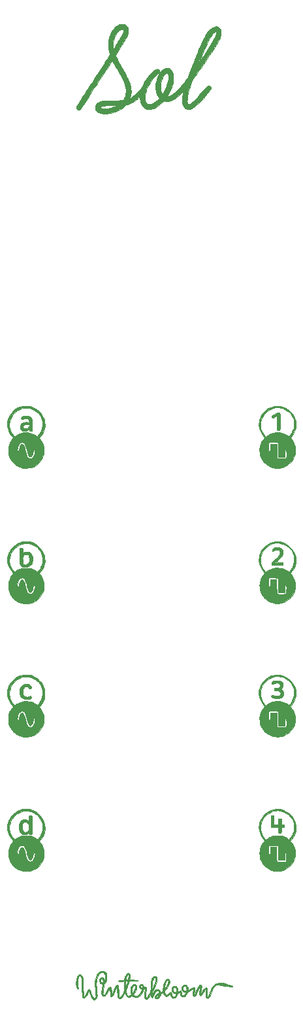
<source format=gbr>
G04 #@! TF.GenerationSoftware,KiCad,Pcbnew,(5.1.2)-2*
G04 #@! TF.CreationDate,2020-04-17T15:17:34-07:00*
G04 #@! TF.ProjectId,panel,70616e65-6c2e-46b6-9963-61645f706362,rev?*
G04 #@! TF.SameCoordinates,Original*
G04 #@! TF.FileFunction,Legend,Top*
G04 #@! TF.FilePolarity,Positive*
%FSLAX46Y46*%
G04 Gerber Fmt 4.6, Leading zero omitted, Abs format (unit mm)*
G04 Created by KiCad (PCBNEW (5.1.2)-2) date 2020-04-17 15:17:34*
%MOMM*%
%LPD*%
G04 APERTURE LIST*
%ADD10C,0.010000*%
G04 APERTURE END LIST*
D10*
G36*
X-5787029Y-59454329D02*
G01*
X-5665540Y-59532129D01*
X-5565567Y-59652604D01*
X-5489181Y-59813833D01*
X-5438454Y-60013893D01*
X-5434367Y-60039250D01*
X-5421362Y-60236972D01*
X-5438862Y-60438112D01*
X-5483871Y-60630224D01*
X-5553392Y-60800862D01*
X-5644431Y-60937579D01*
X-5652866Y-60947020D01*
X-5685609Y-60984448D01*
X-5711010Y-61020986D01*
X-5731655Y-61065096D01*
X-5750129Y-61125240D01*
X-5769017Y-61209880D01*
X-5790904Y-61327478D01*
X-5818373Y-61486497D01*
X-5819276Y-61491793D01*
X-5859157Y-61742611D01*
X-5888585Y-61964288D01*
X-5907249Y-62152788D01*
X-5914838Y-62304075D01*
X-5911040Y-62414113D01*
X-5895546Y-62478865D01*
X-5895339Y-62479256D01*
X-5849883Y-62531007D01*
X-5793959Y-62535266D01*
X-5727205Y-62491682D01*
X-5649261Y-62399906D01*
X-5559766Y-62259589D01*
X-5458358Y-62070382D01*
X-5444889Y-62043402D01*
X-5382454Y-61919588D01*
X-5323587Y-61806672D01*
X-5273948Y-61715252D01*
X-5239197Y-61655926D01*
X-5232810Y-61646374D01*
X-5170164Y-61583079D01*
X-5089548Y-61533212D01*
X-5008660Y-61505576D01*
X-4951667Y-61506523D01*
X-4908548Y-61525747D01*
X-4875385Y-61556899D01*
X-4850574Y-61606505D01*
X-4832509Y-61681093D01*
X-4819583Y-61787188D01*
X-4810192Y-61931318D01*
X-4803041Y-62110619D01*
X-4787588Y-62572900D01*
X-4721188Y-62445900D01*
X-4687145Y-62373406D01*
X-4641878Y-62266665D01*
X-4590989Y-62139363D01*
X-4540082Y-62005186D01*
X-4534029Y-61988700D01*
X-4447271Y-61763349D01*
X-4366172Y-61576515D01*
X-4292149Y-61431001D01*
X-4226620Y-61329611D01*
X-4174378Y-61277265D01*
X-4086110Y-61242471D01*
X-4007595Y-61256805D01*
X-3944228Y-61318783D01*
X-3929900Y-61344542D01*
X-3914998Y-61381367D01*
X-3903386Y-61428044D01*
X-3894515Y-61491511D01*
X-3887839Y-61578704D01*
X-3882811Y-61696562D01*
X-3878884Y-61852022D01*
X-3875831Y-62030342D01*
X-3871094Y-62258862D01*
X-3863955Y-62441371D01*
X-3853671Y-62582632D01*
X-3839503Y-62687407D01*
X-3820708Y-62760460D01*
X-3796547Y-62806552D01*
X-3766277Y-62830445D01*
X-3750585Y-62835201D01*
X-3700963Y-62825122D01*
X-3644542Y-62788407D01*
X-3641642Y-62785738D01*
X-3588473Y-62724603D01*
X-3519262Y-62628887D01*
X-3440886Y-62509345D01*
X-3360225Y-62376732D01*
X-3284156Y-62241802D01*
X-3241504Y-62160086D01*
X-3148898Y-61975872D01*
X-3177338Y-61677486D01*
X-3189158Y-61497709D01*
X-3191312Y-61405378D01*
X-3018166Y-61405378D01*
X-3016585Y-61486085D01*
X-3012432Y-61530455D01*
X-3012391Y-61530620D01*
X-2997072Y-61577831D01*
X-2985431Y-61591647D01*
X-2974653Y-61565701D01*
X-2950538Y-61499549D01*
X-2915894Y-61401153D01*
X-2873529Y-61278472D01*
X-2834276Y-61163200D01*
X-2692419Y-60744100D01*
X-2834989Y-60736396D01*
X-2914322Y-60733697D01*
X-2969993Y-60734787D01*
X-2986787Y-60737919D01*
X-2993355Y-60768009D01*
X-2999814Y-60838006D01*
X-3005813Y-60937018D01*
X-3010999Y-61054153D01*
X-3015022Y-61178520D01*
X-3017528Y-61299225D01*
X-3018166Y-61405378D01*
X-3191312Y-61405378D01*
X-3193841Y-61297006D01*
X-3190830Y-61104819D01*
X-3188946Y-61064091D01*
X-3172114Y-60749083D01*
X-3383107Y-60765692D01*
X-3503053Y-60775859D01*
X-3622981Y-60787212D01*
X-3718883Y-60797465D01*
X-3726914Y-60798425D01*
X-3807323Y-60805395D01*
X-3851532Y-60799631D01*
X-3873099Y-60778649D01*
X-3876438Y-60771004D01*
X-3882551Y-60731270D01*
X-3863001Y-60700110D01*
X-3812397Y-60675541D01*
X-3725346Y-60655580D01*
X-3596457Y-60638244D01*
X-3485666Y-60627260D01*
X-3349554Y-60614579D01*
X-3255690Y-60604045D01*
X-3195715Y-60593363D01*
X-3161270Y-60580236D01*
X-3143997Y-60562370D01*
X-3140258Y-60551363D01*
X-2953352Y-60551363D01*
X-2952553Y-60588465D01*
X-2937827Y-60595993D01*
X-2928427Y-60593190D01*
X-2881872Y-60584672D01*
X-2807153Y-60579609D01*
X-2770591Y-60579000D01*
X-2649736Y-60579000D01*
X-2621107Y-60407550D01*
X-2591471Y-60174569D01*
X-2586626Y-59975350D01*
X-2587250Y-59961283D01*
X-2597170Y-59910129D01*
X-2627733Y-59896106D01*
X-2647078Y-59897783D01*
X-2704673Y-59929339D01*
X-2765382Y-60002519D01*
X-2824809Y-60108705D01*
X-2878559Y-60239279D01*
X-2922238Y-60385624D01*
X-2941303Y-60474764D01*
X-2953352Y-60551363D01*
X-3140258Y-60551363D01*
X-3135537Y-60537470D01*
X-3134000Y-60530690D01*
X-3071404Y-60282033D01*
X-3004373Y-60082084D01*
X-2932015Y-59928877D01*
X-2853435Y-59820443D01*
X-2786537Y-59765244D01*
X-2679202Y-59722050D01*
X-2579128Y-59722113D01*
X-2495452Y-59762495D01*
X-2437317Y-59840263D01*
X-2423054Y-59882001D01*
X-2417517Y-59936922D01*
X-2416548Y-60027942D01*
X-2419470Y-60140632D01*
X-2425605Y-60260560D01*
X-2434278Y-60373299D01*
X-2444809Y-60464417D01*
X-2452295Y-60505065D01*
X-2468161Y-60570830D01*
X-1952454Y-60588061D01*
X-1791118Y-60594631D01*
X-1648829Y-60602689D01*
X-1533245Y-60611629D01*
X-1452026Y-60620843D01*
X-1412831Y-60629725D01*
X-1411095Y-60630945D01*
X-1400409Y-60672914D01*
X-1413082Y-60700349D01*
X-1426347Y-60714932D01*
X-1449534Y-60725636D01*
X-1489296Y-60732868D01*
X-1552291Y-60737034D01*
X-1645175Y-60738543D01*
X-1774605Y-60737801D01*
X-1947235Y-60735217D01*
X-1974982Y-60734735D01*
X-2509243Y-60725371D01*
X-2551291Y-60874435D01*
X-2588081Y-60994851D01*
X-2638935Y-61147701D01*
X-2698646Y-61318416D01*
X-2762005Y-61492428D01*
X-2823806Y-61655168D01*
X-2878840Y-61792067D01*
X-2881865Y-61799262D01*
X-2921442Y-61895802D01*
X-2943129Y-61962800D01*
X-2949333Y-62017282D01*
X-2942464Y-62076275D01*
X-2929563Y-62136443D01*
X-2891824Y-62268091D01*
X-2841880Y-62394011D01*
X-2785842Y-62501672D01*
X-2729820Y-62578545D01*
X-2702331Y-62602450D01*
X-2631181Y-62627728D01*
X-2542469Y-62629730D01*
X-2448062Y-62612526D01*
X-2359829Y-62580188D01*
X-2289635Y-62536787D01*
X-2249349Y-62486396D01*
X-2246042Y-62445900D01*
X-2286560Y-62281954D01*
X-2313097Y-62153232D01*
X-2327098Y-62046556D01*
X-2330009Y-61948747D01*
X-2329294Y-61937900D01*
X-2144848Y-61937900D01*
X-2141981Y-62073216D01*
X-2132214Y-62188317D01*
X-2116857Y-62274647D01*
X-2097217Y-62323650D01*
X-2084633Y-62331600D01*
X-2061487Y-62311800D01*
X-2019889Y-62259501D01*
X-1968198Y-62185349D01*
X-1959992Y-62172850D01*
X-1866657Y-62009764D01*
X-1793410Y-61841940D01*
X-1745261Y-61682963D01*
X-1727225Y-61546417D01*
X-1727200Y-61541950D01*
X-1735206Y-61427822D01*
X-1761425Y-61356302D01*
X-1809165Y-61321433D01*
X-1852836Y-61315600D01*
X-1932418Y-61339748D01*
X-2003849Y-61407675D01*
X-2063949Y-61512604D01*
X-2109539Y-61647757D01*
X-2137438Y-61806356D01*
X-2144848Y-61937900D01*
X-2329294Y-61937900D01*
X-2323273Y-61846628D01*
X-2317391Y-61795048D01*
X-2279124Y-61593683D01*
X-2219779Y-61424016D01*
X-2142043Y-61290070D01*
X-2048603Y-61195867D01*
X-1942148Y-61145429D01*
X-1878266Y-61137800D01*
X-1746550Y-61156556D01*
X-1648572Y-61213035D01*
X-1584059Y-61307545D01*
X-1552739Y-61440399D01*
X-1549400Y-61512928D01*
X-1570469Y-61706419D01*
X-1630845Y-61915068D01*
X-1726281Y-62127883D01*
X-1852533Y-62333872D01*
X-1882359Y-62374960D01*
X-1933025Y-62444667D01*
X-1968674Y-62497365D01*
X-1981200Y-62520649D01*
X-1959892Y-62547086D01*
X-1905859Y-62583447D01*
X-1833942Y-62621814D01*
X-1758982Y-62654271D01*
X-1695827Y-62672898D01*
X-1574594Y-62678342D01*
X-1460936Y-62647713D01*
X-1346003Y-62577183D01*
X-1228782Y-62470969D01*
X-1132421Y-62357457D01*
X-1036916Y-62218589D01*
X-951353Y-62070001D01*
X-884821Y-61927327D01*
X-848805Y-61817250D01*
X-841821Y-61774282D01*
X-855101Y-61753958D01*
X-900469Y-61747809D01*
X-946322Y-61747400D01*
X-1066698Y-61726858D01*
X-1156750Y-61665645D01*
X-1215638Y-61564374D01*
X-1221876Y-61545287D01*
X-1233728Y-61458391D01*
X-1063783Y-61458391D01*
X-1040507Y-61520469D01*
X-1008503Y-61553356D01*
X-949675Y-61567741D01*
X-898789Y-61569600D01*
X-783364Y-61569600D01*
X-801087Y-61487050D01*
X-828338Y-61391548D01*
X-863538Y-61337825D01*
X-913760Y-61316864D01*
X-935614Y-61315600D01*
X-1015367Y-61334182D01*
X-1059480Y-61384496D01*
X-1063783Y-61458391D01*
X-1233728Y-61458391D01*
X-1239139Y-61418726D01*
X-1215944Y-61306479D01*
X-1157533Y-61216769D01*
X-1069152Y-61157820D01*
X-961990Y-61137800D01*
X-830549Y-61156839D01*
X-732167Y-61214363D01*
X-666133Y-61310982D01*
X-636057Y-61417200D01*
X-621120Y-61506100D01*
X-474808Y-61506100D01*
X-375111Y-61511883D01*
X-318408Y-61530213D01*
X-304337Y-61544200D01*
X-285376Y-61609421D01*
X-281580Y-61717461D01*
X-292807Y-61862703D01*
X-316700Y-62026800D01*
X-356677Y-62279359D01*
X-381484Y-62485322D01*
X-391114Y-62646578D01*
X-385558Y-62765015D01*
X-364808Y-62842521D01*
X-328857Y-62880986D01*
X-313089Y-62885517D01*
X-267306Y-62868796D01*
X-200585Y-62811490D01*
X-116364Y-62717586D01*
X-18081Y-62591068D01*
X90825Y-62435922D01*
X142920Y-62357000D01*
X266407Y-62166500D01*
X269879Y-61681238D01*
X431894Y-61681238D01*
X431989Y-61836300D01*
X484549Y-61750086D01*
X517023Y-61690418D01*
X562586Y-61598422D01*
X614270Y-61488442D01*
X649037Y-61411426D01*
X731426Y-61213709D01*
X804121Y-61016161D01*
X863412Y-60830291D01*
X905591Y-60667610D01*
X925512Y-60553600D01*
X927246Y-60427297D01*
X900653Y-60337420D01*
X846981Y-60287115D01*
X816419Y-60278508D01*
X743539Y-60292680D01*
X673370Y-60353185D01*
X608950Y-60455558D01*
X553321Y-60595332D01*
X521520Y-60711808D01*
X503179Y-60812030D01*
X484614Y-60949454D01*
X467081Y-61110503D01*
X451834Y-61281602D01*
X440128Y-61449174D01*
X433219Y-61599643D01*
X431894Y-61681238D01*
X269879Y-61681238D01*
X270133Y-61645800D01*
X277713Y-61318297D01*
X295889Y-61037092D01*
X325372Y-60798652D01*
X366872Y-60599447D01*
X421099Y-60435945D01*
X488763Y-60304615D01*
X557773Y-60215212D01*
X624256Y-60152201D01*
X686538Y-60119204D01*
X768610Y-60103980D01*
X777515Y-60103089D01*
X860985Y-60099519D01*
X918702Y-60113152D01*
X974561Y-60150431D01*
X984924Y-60159021D01*
X1057096Y-60246348D01*
X1093922Y-60331398D01*
X1108785Y-60463626D01*
X1093273Y-60632928D01*
X1048284Y-60836346D01*
X974714Y-61070920D01*
X873459Y-61333688D01*
X745417Y-61621692D01*
X634610Y-61848013D01*
X566979Y-61982102D01*
X519451Y-62080411D01*
X488949Y-62152360D01*
X472393Y-62207369D01*
X466704Y-62254860D01*
X468803Y-62304252D01*
X472972Y-62342577D01*
X489768Y-62485485D01*
X548422Y-62341171D01*
X638616Y-62148544D01*
X735476Y-62002611D01*
X843395Y-61899313D01*
X966771Y-61834594D01*
X1109999Y-61804397D01*
X1131876Y-61802694D01*
X1297508Y-61792147D01*
X1395735Y-61895406D01*
X1454680Y-61968007D01*
X1498029Y-62040788D01*
X1510935Y-62075940D01*
X1528833Y-62134104D01*
X1548094Y-62165693D01*
X1548155Y-62165730D01*
X1577746Y-62158978D01*
X1637226Y-62129621D01*
X1714541Y-62083719D01*
X1726349Y-62076158D01*
X1818251Y-62010975D01*
X1864622Y-61963317D01*
X1870020Y-61936873D01*
X1863867Y-61885311D01*
X1866381Y-61795192D01*
X1868972Y-61764100D01*
X2046746Y-61764100D01*
X2048008Y-61796595D01*
X2049138Y-61798200D01*
X2065819Y-61778929D01*
X2104584Y-61727372D01*
X2158457Y-61652911D01*
X2186040Y-61614050D01*
X2314602Y-61416241D01*
X2420336Y-61221558D01*
X2499720Y-61038083D01*
X2549234Y-60873902D01*
X2565400Y-60742841D01*
X2553351Y-60657400D01*
X2517794Y-60616206D01*
X2459611Y-60620035D01*
X2437592Y-60630232D01*
X2357317Y-60698200D01*
X2281150Y-60810540D01*
X2211402Y-60960858D01*
X2150379Y-61142757D01*
X2100392Y-61349843D01*
X2063748Y-61575719D01*
X2050348Y-61702950D01*
X2046746Y-61764100D01*
X1868972Y-61764100D01*
X1876170Y-61677754D01*
X1891838Y-61544234D01*
X1911994Y-61405871D01*
X1935242Y-61273900D01*
X1960191Y-61159561D01*
X1971785Y-61116220D01*
X2047791Y-60895239D01*
X2134963Y-60715680D01*
X2231636Y-60579321D01*
X2336146Y-60487939D01*
X2446827Y-60443313D01*
X2562015Y-60447220D01*
X2590320Y-60455638D01*
X2672158Y-60508664D01*
X2722398Y-60596698D01*
X2741724Y-60715527D01*
X2730821Y-60860937D01*
X2690374Y-61028715D01*
X2621068Y-61214646D01*
X2523588Y-61414516D01*
X2401028Y-61620400D01*
X2328194Y-61725202D01*
X2244411Y-61834722D01*
X2175713Y-61916232D01*
X2107891Y-61995953D01*
X2071428Y-62059505D01*
X2062534Y-62124460D01*
X2077416Y-62208388D01*
X2097387Y-62279231D01*
X2152308Y-62410911D01*
X2224700Y-62495644D01*
X2314085Y-62532930D01*
X2341989Y-62534800D01*
X2384391Y-62529888D01*
X2426851Y-62510817D01*
X2478149Y-62471081D01*
X2547063Y-62404174D01*
X2616200Y-62331600D01*
X2725911Y-62220666D01*
X2810839Y-62152113D01*
X2875484Y-62126811D01*
X2924345Y-62145628D01*
X2961922Y-62209434D01*
X2992716Y-62319100D01*
X3009878Y-62407679D01*
X3043829Y-62564462D01*
X3083703Y-62675429D01*
X3132173Y-62745461D01*
X3191910Y-62779437D01*
X3215687Y-62783686D01*
X3307299Y-62768777D01*
X3360520Y-62737378D01*
X3423018Y-62671989D01*
X3488121Y-62578893D01*
X3542637Y-62478665D01*
X3567774Y-62414150D01*
X3574069Y-62379344D01*
X3557914Y-62362582D01*
X3507919Y-62357340D01*
X3467995Y-62357000D01*
X3375256Y-62349181D01*
X3288341Y-62329712D01*
X3269037Y-62322683D01*
X3155652Y-62249325D01*
X3066378Y-62140246D01*
X3006274Y-62006819D01*
X2980396Y-61860415D01*
X2982500Y-61837185D01*
X3159315Y-61837185D01*
X3179495Y-61959853D01*
X3234910Y-62067390D01*
X3279028Y-62113845D01*
X3340524Y-62155391D01*
X3409650Y-62174875D01*
X3494448Y-62179200D01*
X3632200Y-62179200D01*
X3631085Y-62007750D01*
X3617068Y-61838177D01*
X3578954Y-61698211D01*
X3519104Y-61596382D01*
X3516378Y-61593318D01*
X3447721Y-61551423D01*
X3361990Y-61543075D01*
X3279355Y-61567274D01*
X3230511Y-61607479D01*
X3175834Y-61714641D01*
X3159315Y-61837185D01*
X2982500Y-61837185D01*
X2993802Y-61712404D01*
X2995153Y-61706905D01*
X3050120Y-61558156D01*
X3129941Y-61453311D01*
X3236270Y-61391083D01*
X3370758Y-61370186D01*
X3424639Y-61372386D01*
X3513896Y-61384437D01*
X3575067Y-61409141D01*
X3630813Y-61456897D01*
X3647465Y-61474646D01*
X3725172Y-61591342D01*
X3780228Y-61740760D01*
X3807762Y-61908036D01*
X3810000Y-61970627D01*
X3813499Y-62053317D01*
X3825062Y-62091870D01*
X3841750Y-62094901D01*
X3881554Y-62077786D01*
X3950362Y-62048072D01*
X4006018Y-62023994D01*
X4082395Y-61992475D01*
X4128217Y-61981024D01*
X4159087Y-61988499D01*
X4187276Y-62010730D01*
X4223011Y-62068787D01*
X4251948Y-62173366D01*
X4264355Y-62245371D01*
X4283531Y-62349819D01*
X4307110Y-62443988D01*
X4330146Y-62508278D01*
X4331208Y-62510383D01*
X4388581Y-62577821D01*
X4463697Y-62602959D01*
X4549546Y-62587860D01*
X4639122Y-62534587D01*
X4725417Y-62445203D01*
X4768849Y-62381548D01*
X4811900Y-62307853D01*
X4841766Y-62252037D01*
X4851399Y-62228327D01*
X4828460Y-62216934D01*
X4769180Y-62204780D01*
X4709227Y-62197033D01*
X4551776Y-62158918D01*
X4426329Y-62082174D01*
X4335771Y-61969797D01*
X4282983Y-61824781D01*
X4271764Y-61742508D01*
X4271202Y-61634210D01*
X4271231Y-61633952D01*
X4446533Y-61633952D01*
X4450148Y-61699783D01*
X4478857Y-61838228D01*
X4542103Y-61939883D01*
X4635500Y-62002567D01*
X4711315Y-62020301D01*
X4802338Y-62024534D01*
X4879018Y-62014232D01*
X4887422Y-62011382D01*
X4910072Y-61978225D01*
X4923913Y-61908346D01*
X4928638Y-61815109D01*
X4923941Y-61711874D01*
X4909517Y-61612005D01*
X4897662Y-61564471D01*
X4846383Y-61458321D01*
X4773729Y-61394933D01*
X4687404Y-61376163D01*
X4595114Y-61403871D01*
X4512052Y-61471468D01*
X4470807Y-61522194D01*
X4450757Y-61569757D01*
X4446533Y-61633952D01*
X4271231Y-61633952D01*
X4282771Y-61533170D01*
X4292924Y-61492415D01*
X4357492Y-61370728D01*
X4455576Y-61277464D01*
X4576317Y-61218633D01*
X4708856Y-61200240D01*
X4797627Y-61213199D01*
X4913783Y-61269518D01*
X5002396Y-61368336D01*
X5063288Y-61509351D01*
X5096285Y-61692265D01*
X5098998Y-61725900D01*
X5107273Y-61819217D01*
X5117051Y-61889143D01*
X5126529Y-61923562D01*
X5128694Y-61925200D01*
X5156351Y-61913260D01*
X5217104Y-61881258D01*
X5300281Y-61834918D01*
X5347315Y-61807944D01*
X5515379Y-61711354D01*
X5645662Y-61638982D01*
X5743964Y-61588946D01*
X5816085Y-61559362D01*
X5867824Y-61548347D01*
X5904982Y-61554018D01*
X5933359Y-61574491D01*
X5958754Y-61607884D01*
X5959579Y-61609139D01*
X5977309Y-61640303D01*
X5987192Y-61674641D01*
X5989242Y-61722595D01*
X5983475Y-61794608D01*
X5969908Y-61901124D01*
X5960133Y-61971089D01*
X5943060Y-62102963D01*
X5929352Y-62230033D01*
X5920609Y-62336103D01*
X5918263Y-62395100D01*
X5918389Y-62522100D01*
X5964819Y-62445900D01*
X5990703Y-62397242D01*
X6032379Y-62311765D01*
X6085262Y-62199185D01*
X6144764Y-62069214D01*
X6185117Y-61979337D01*
X6288816Y-61753866D01*
X6379775Y-61573178D01*
X6460598Y-61433632D01*
X6533892Y-61331584D01*
X6602263Y-61263393D01*
X6668318Y-61225415D01*
X6732714Y-61214000D01*
X6793648Y-61222378D01*
X6837823Y-61250651D01*
X6865835Y-61303519D01*
X6878282Y-61385687D01*
X6875760Y-61501858D01*
X6858868Y-61656736D01*
X6828202Y-61855022D01*
X6820114Y-61902352D01*
X6797294Y-62040504D01*
X6778219Y-62167947D01*
X6764518Y-62272869D01*
X6757820Y-62343459D01*
X6757422Y-62357000D01*
X6759424Y-62413968D01*
X6768792Y-62426575D01*
X6792199Y-62401253D01*
X6796937Y-62395100D01*
X6823678Y-62354461D01*
X6869095Y-62279499D01*
X6927205Y-62180302D01*
X6992028Y-62066962D01*
X7003124Y-62047298D01*
X7115443Y-61860300D01*
X7215913Y-61719984D01*
X7306432Y-61624130D01*
X7388900Y-61570514D01*
X7419043Y-61560630D01*
X7482641Y-61555782D01*
X7531201Y-61577276D01*
X7565802Y-61629147D01*
X7587526Y-61715431D01*
X7597452Y-61840162D01*
X7596659Y-62007375D01*
X7588011Y-62191900D01*
X7578514Y-62408329D01*
X7578769Y-62575193D01*
X7588794Y-62692785D01*
X7608607Y-62761398D01*
X7623068Y-62777996D01*
X7666262Y-62776882D01*
X7719022Y-62726814D01*
X7780892Y-62628639D01*
X7851416Y-62483204D01*
X7930137Y-62291356D01*
X8016601Y-62053943D01*
X8023727Y-62033331D01*
X8073502Y-61894574D01*
X8124403Y-61762538D01*
X8171370Y-61649725D01*
X8209341Y-61568633D01*
X8218954Y-61551102D01*
X8359932Y-61356725D01*
X8530531Y-61201706D01*
X8727081Y-61088605D01*
X8945914Y-61019984D01*
X8991463Y-61011911D01*
X9076888Y-60995156D01*
X9139508Y-60976376D01*
X9165029Y-60960410D01*
X9194355Y-60938484D01*
X9242331Y-60937409D01*
X9281368Y-60956996D01*
X9284462Y-60961233D01*
X9312635Y-60973191D01*
X9335137Y-60959470D01*
X9377513Y-60944663D01*
X9428126Y-60963156D01*
X9500282Y-60985845D01*
X9554525Y-60988638D01*
X9609046Y-60990138D01*
X9698070Y-60999711D01*
X9806270Y-61015546D01*
X9859325Y-61024626D01*
X9989122Y-61051363D01*
X10075619Y-61077959D01*
X10126248Y-61106906D01*
X10136552Y-61117650D01*
X10192290Y-61155534D01*
X10298408Y-61192492D01*
X10390552Y-61215141D01*
X10553393Y-61251614D01*
X10673184Y-61280434D01*
X10756702Y-61303843D01*
X10810724Y-61324083D01*
X10842025Y-61343397D01*
X10857384Y-61364025D01*
X10859758Y-61370364D01*
X10864484Y-61422393D01*
X10858082Y-61443274D01*
X10823924Y-61456000D01*
X10749977Y-61459262D01*
X10646221Y-61453775D01*
X10522637Y-61440254D01*
X10389206Y-61419414D01*
X10310111Y-61404018D01*
X10212031Y-61385239D01*
X10149232Y-61379409D01*
X10107920Y-61386361D01*
X10080768Y-61401224D01*
X10050337Y-61416516D01*
X10009547Y-61421314D01*
X9947094Y-61414979D01*
X9851676Y-61396869D01*
X9796983Y-61385147D01*
X9657185Y-61353609D01*
X9559974Y-61328429D01*
X9497986Y-61306702D01*
X9463859Y-61285526D01*
X9450230Y-61261998D01*
X9448800Y-61247873D01*
X9445648Y-61219141D01*
X9429268Y-61231553D01*
X9415114Y-61250358D01*
X9369961Y-61279627D01*
X9317047Y-61276856D01*
X9277486Y-61246628D01*
X9268994Y-61218638D01*
X9262549Y-61195412D01*
X9254178Y-61207650D01*
X9220845Y-61234625D01*
X9171342Y-61235977D01*
X9132994Y-61212321D01*
X9129141Y-61204833D01*
X9108742Y-61185073D01*
X9061610Y-61182647D01*
X8996588Y-61192419D01*
X8802422Y-61253370D01*
X8625046Y-61357349D01*
X8474199Y-61497087D01*
X8359618Y-61665314D01*
X8357422Y-61669587D01*
X8329050Y-61733000D01*
X8289454Y-61831956D01*
X8243504Y-61953812D01*
X8196072Y-62085928D01*
X8187601Y-62110262D01*
X8096856Y-62359074D01*
X8012686Y-62560767D01*
X7933180Y-62718305D01*
X7856429Y-62834656D01*
X7780524Y-62912786D01*
X7703553Y-62955660D01*
X7636243Y-62966600D01*
X7555853Y-62952267D01*
X7493339Y-62907141D01*
X7447807Y-62828031D01*
X7418362Y-62711743D01*
X7404108Y-62555087D01*
X7404151Y-62354871D01*
X7413213Y-62171310D01*
X7421083Y-62036777D01*
X7426237Y-61920972D01*
X7428397Y-61832979D01*
X7427289Y-61781881D01*
X7425347Y-61772925D01*
X7399377Y-61779964D01*
X7353857Y-61829976D01*
X7290894Y-61919980D01*
X7212597Y-62046997D01*
X7133261Y-62185980D01*
X7028223Y-62364703D01*
X6936235Y-62497166D01*
X6854956Y-62585524D01*
X6782047Y-62631929D01*
X6715167Y-62638536D01*
X6664952Y-62616961D01*
X6626015Y-62581908D01*
X6599581Y-62533103D01*
X6585454Y-62464425D01*
X6583438Y-62369751D01*
X6593336Y-62242961D01*
X6614952Y-62077933D01*
X6642100Y-61904804D01*
X6664180Y-61766361D01*
X6682808Y-61642113D01*
X6696533Y-61542336D01*
X6703903Y-61477303D01*
X6704754Y-61461184D01*
X6702400Y-61424515D01*
X6689873Y-61423815D01*
X6656553Y-61460410D01*
X6650121Y-61468000D01*
X6631134Y-61493147D01*
X6608163Y-61529741D01*
X6578878Y-61582443D01*
X6540953Y-61655917D01*
X6492059Y-61754823D01*
X6429870Y-61883825D01*
X6352058Y-62047583D01*
X6256295Y-62250760D01*
X6208162Y-62353231D01*
X6122817Y-62517650D01*
X6043861Y-62632599D01*
X5970193Y-62698853D01*
X5900713Y-62717186D01*
X5834322Y-62688374D01*
X5793043Y-62645674D01*
X5758214Y-62570384D01*
X5741882Y-62455167D01*
X5743997Y-62297833D01*
X5764506Y-62096188D01*
X5777877Y-62002439D01*
X5792940Y-61898657D01*
X5803556Y-61815969D01*
X5808357Y-61765622D01*
X5807921Y-61755655D01*
X5784939Y-61765136D01*
X5728269Y-61795923D01*
X5647479Y-61842682D01*
X5586749Y-61878999D01*
X5471496Y-61946154D01*
X5350358Y-62012582D01*
X5244010Y-62067066D01*
X5213350Y-62081585D01*
X5133895Y-62122237D01*
X5076948Y-62159493D01*
X5054591Y-62185422D01*
X5054579Y-62185802D01*
X5040611Y-62243116D01*
X5003962Y-62327011D01*
X4952444Y-62423438D01*
X4893870Y-62518345D01*
X4836050Y-62597684D01*
X4808386Y-62628613D01*
X4688484Y-62719859D01*
X4558169Y-62769291D01*
X4426648Y-62775335D01*
X4303128Y-62736415D01*
X4275169Y-62719864D01*
X4215256Y-62657133D01*
X4161180Y-62557985D01*
X4119531Y-62436798D01*
X4100134Y-62337950D01*
X4085615Y-62263600D01*
X4066809Y-62215339D01*
X4054377Y-62204926D01*
X4016564Y-62215170D01*
X3950704Y-62241048D01*
X3903391Y-62262076D01*
X3832816Y-62298686D01*
X3788695Y-62337569D01*
X3756972Y-62395429D01*
X3730919Y-62467072D01*
X3651086Y-62655003D01*
X3551953Y-62799595D01*
X3463686Y-62882025D01*
X3397344Y-62925367D01*
X3331010Y-62947032D01*
X3241788Y-62953755D01*
X3219343Y-62953900D01*
X3131223Y-62951174D01*
X3074801Y-62938389D01*
X3031072Y-62908629D01*
X2996926Y-62872975D01*
X2935544Y-62777667D01*
X2880627Y-62639204D01*
X2835110Y-62465106D01*
X2832096Y-62450523D01*
X2817565Y-62378946D01*
X2700879Y-62508728D01*
X2599931Y-62610263D01*
X2509962Y-62673485D01*
X2418626Y-62705211D01*
X2331711Y-62712505D01*
X2199817Y-62689032D01*
X2088374Y-62620429D01*
X1999780Y-62509048D01*
X1936432Y-62357242D01*
X1924796Y-62313148D01*
X1895244Y-62188740D01*
X1725583Y-62286967D01*
X1639272Y-62338610D01*
X1587327Y-62377522D01*
X1559537Y-62415336D01*
X1545693Y-62463690D01*
X1540468Y-62497939D01*
X1505459Y-62635313D01*
X1443090Y-62767196D01*
X1361153Y-62883205D01*
X1267440Y-62972955D01*
X1169744Y-63026062D01*
X1138427Y-63033701D01*
X1031538Y-63027984D01*
X934598Y-62982300D01*
X859358Y-62906402D01*
X817565Y-62810041D01*
X812800Y-62763400D01*
X815814Y-62751293D01*
X999422Y-62751293D01*
X1002836Y-62810184D01*
X1021080Y-62834520D01*
X1078791Y-62863194D01*
X1144963Y-62841996D01*
X1198644Y-62795150D01*
X1268572Y-62707534D01*
X1322693Y-62605589D01*
X1345704Y-62548802D01*
X1370652Y-62483185D01*
X1288576Y-62525264D01*
X1142209Y-62608929D01*
X1045853Y-62684240D01*
X999422Y-62751293D01*
X815814Y-62751293D01*
X836280Y-62669093D01*
X907318Y-62572675D01*
X1026809Y-62473296D01*
X1195650Y-62370105D01*
X1266437Y-62332998D01*
X1332484Y-62296551D01*
X1362389Y-62266020D01*
X1366410Y-62226640D01*
X1361394Y-62196311D01*
X1320764Y-62082903D01*
X1251642Y-62011307D01*
X1154357Y-61981867D01*
X1153160Y-61981780D01*
X1051287Y-61990113D01*
X959973Y-62032546D01*
X876217Y-62112567D01*
X797019Y-62233666D01*
X719376Y-62399331D01*
X660510Y-62554501D01*
X608220Y-62695277D01*
X564739Y-62792654D01*
X526066Y-62852390D01*
X488198Y-62880243D01*
X447135Y-62881974D01*
X435192Y-62878776D01*
X402395Y-62858018D01*
X374961Y-62813635D01*
X349805Y-62737702D01*
X323844Y-62622295D01*
X312640Y-62563819D01*
X292100Y-62453139D01*
X177800Y-62626272D01*
X101575Y-62732791D01*
X12668Y-62844052D01*
X-67650Y-62933802D01*
X-139181Y-63004151D01*
X-191807Y-63044570D01*
X-240270Y-63063188D01*
X-299310Y-63068134D01*
X-311364Y-63068200D01*
X-407426Y-63051285D01*
X-480563Y-62999303D01*
X-531162Y-62910395D01*
X-559610Y-62782702D01*
X-566292Y-62614365D01*
X-551595Y-62403526D01*
X-515905Y-62148325D01*
X-509930Y-62112878D01*
X-484059Y-61959931D01*
X-467301Y-61849947D01*
X-460031Y-61775842D01*
X-462621Y-61730536D01*
X-475446Y-61706948D01*
X-498879Y-61697996D01*
X-531901Y-61696600D01*
X-573838Y-61698982D01*
X-604866Y-61711845D01*
X-630979Y-61743765D01*
X-658174Y-61803318D01*
X-692446Y-61899079D01*
X-710231Y-61951679D01*
X-799509Y-62167224D01*
X-914901Y-62368129D01*
X-1049406Y-62544990D01*
X-1196026Y-62688404D01*
X-1324109Y-62776518D01*
X-1415830Y-62821333D01*
X-1497895Y-62843650D01*
X-1597092Y-62849985D01*
X-1625600Y-62849861D01*
X-1772810Y-62833373D01*
X-1910627Y-62791214D01*
X-2023314Y-62729120D01*
X-2069173Y-62688225D01*
X-2093278Y-62665649D01*
X-2119747Y-62659015D01*
X-2160649Y-62670635D01*
X-2228052Y-62702820D01*
X-2276664Y-62727973D01*
X-2443225Y-62795985D01*
X-2592222Y-62816847D01*
X-2724867Y-62790613D01*
X-2798836Y-62751121D01*
X-2853157Y-62698888D01*
X-2915358Y-62616446D01*
X-2976936Y-62518254D01*
X-3029389Y-62418770D01*
X-3064216Y-62332452D01*
X-3073675Y-62283737D01*
X-3085449Y-62287347D01*
X-3117214Y-62328151D01*
X-3163986Y-62399110D01*
X-3215158Y-62483559D01*
X-3327801Y-62666849D01*
X-3426606Y-62806830D01*
X-3515791Y-62907675D01*
X-3599571Y-62973559D01*
X-3682165Y-63008656D01*
X-3754514Y-63017400D01*
X-3850639Y-62993312D01*
X-3931156Y-62923679D01*
X-3991921Y-62812444D01*
X-4002773Y-62781054D01*
X-4019182Y-62713948D01*
X-4031679Y-62625697D01*
X-4040834Y-62508949D01*
X-4047219Y-62356353D01*
X-4051406Y-62160559D01*
X-4051505Y-62153800D01*
X-4054573Y-61945491D01*
X-4057166Y-61782434D01*
X-4059548Y-61659089D01*
X-4061983Y-61569913D01*
X-4064736Y-61509364D01*
X-4068069Y-61471901D01*
X-4072248Y-61451981D01*
X-4077536Y-61444062D01*
X-4084198Y-61442604D01*
X-4085395Y-61442600D01*
X-4107142Y-61465311D01*
X-4143123Y-61528817D01*
X-4190201Y-61626174D01*
X-4245238Y-61750438D01*
X-4305097Y-61894667D01*
X-4366641Y-62051917D01*
X-4395275Y-62128400D01*
X-4476397Y-62338838D01*
X-4548424Y-62503089D01*
X-4613919Y-62624411D01*
X-4675446Y-62706061D01*
X-4735566Y-62751297D01*
X-4796843Y-62763375D01*
X-4861841Y-62745554D01*
X-4875482Y-62738705D01*
X-4904019Y-62719395D01*
X-4925752Y-62691424D01*
X-4941936Y-62647776D01*
X-4953823Y-62581435D01*
X-4962671Y-62485388D01*
X-4969731Y-62352618D01*
X-4976260Y-62176111D01*
X-4976300Y-62174904D01*
X-4982254Y-62028469D01*
X-4989546Y-61899659D01*
X-4997524Y-61797066D01*
X-5005535Y-61729282D01*
X-5011950Y-61705384D01*
X-5039070Y-61704714D01*
X-5079234Y-61745699D01*
X-5133518Y-61829965D01*
X-5202996Y-61959136D01*
X-5270006Y-62095405D01*
X-5362560Y-62281360D01*
X-5442912Y-62425016D01*
X-5514991Y-62532245D01*
X-5582732Y-62608916D01*
X-5647792Y-62659507D01*
X-5762404Y-62705878D01*
X-5872535Y-62706278D01*
X-5969182Y-62663730D01*
X-6043343Y-62581257D01*
X-6072317Y-62516899D01*
X-6088354Y-62425364D01*
X-6091874Y-62290568D01*
X-6083265Y-62118388D01*
X-6062916Y-61914696D01*
X-6031216Y-61685366D01*
X-6008003Y-61544200D01*
X-5985347Y-61411670D01*
X-5966190Y-61295836D01*
X-5952095Y-61206455D01*
X-5944628Y-61153284D01*
X-5943845Y-61144150D01*
X-5966468Y-61121196D01*
X-6026239Y-61112400D01*
X-6026547Y-61112400D01*
X-6154601Y-61089706D01*
X-6259191Y-61025356D01*
X-6335510Y-60924943D01*
X-6378747Y-60794062D01*
X-6386823Y-60693300D01*
X-6385710Y-60684224D01*
X-6212433Y-60684224D01*
X-6200844Y-60777829D01*
X-6165585Y-60858484D01*
X-6126752Y-60899972D01*
X-6070457Y-60924066D01*
X-6002983Y-60933792D01*
X-5950031Y-60929389D01*
X-5923091Y-60905116D01*
X-5907820Y-60846513D01*
X-5906013Y-60836033D01*
X-5898033Y-60714136D01*
X-5913282Y-60602073D01*
X-5947983Y-60510018D01*
X-5998361Y-60448149D01*
X-6057900Y-60426600D01*
X-6123084Y-60448858D01*
X-6171762Y-60507425D01*
X-6202142Y-60589985D01*
X-6212433Y-60684224D01*
X-6385710Y-60684224D01*
X-6368161Y-60541162D01*
X-6318039Y-60415712D01*
X-6241968Y-60321681D01*
X-6145460Y-60263804D01*
X-6034024Y-60246813D01*
X-5913173Y-60275441D01*
X-5904658Y-60279205D01*
X-5842768Y-60329394D01*
X-5787624Y-60410931D01*
X-5750085Y-60504530D01*
X-5740012Y-60571638D01*
X-5732144Y-60636998D01*
X-5717635Y-60677206D01*
X-5695977Y-60685076D01*
X-5672641Y-60651007D01*
X-5649751Y-60583722D01*
X-5629433Y-60491939D01*
X-5613811Y-60384380D01*
X-5605009Y-60269763D01*
X-5603833Y-60210140D01*
X-5606702Y-60086588D01*
X-5616851Y-59994945D01*
X-5637631Y-59916469D01*
X-5670677Y-59836157D01*
X-5746101Y-59708707D01*
X-5834250Y-59629670D01*
X-5936761Y-59597887D01*
X-6003081Y-59600593D01*
X-6162347Y-59649462D01*
X-6306924Y-59744783D01*
X-6435244Y-59883932D01*
X-6545742Y-60064284D01*
X-6636851Y-60283215D01*
X-6707004Y-60538101D01*
X-6754635Y-60826318D01*
X-6759204Y-60867169D01*
X-6767196Y-60951229D01*
X-6772127Y-61030761D01*
X-6773655Y-61113417D01*
X-6771440Y-61206853D01*
X-6765142Y-61318723D01*
X-6754421Y-61456681D01*
X-6738936Y-61628383D01*
X-6718346Y-61841481D01*
X-6713847Y-61887100D01*
X-6691063Y-62148834D01*
X-6676989Y-62382210D01*
X-6671682Y-62582601D01*
X-6675197Y-62745382D01*
X-6687593Y-62865928D01*
X-6701091Y-62921318D01*
X-6763953Y-63031849D01*
X-6856088Y-63107257D01*
X-6967196Y-63144273D01*
X-7086975Y-63139628D01*
X-7205126Y-63090051D01*
X-7214054Y-63084145D01*
X-7305041Y-62996974D01*
X-7396294Y-62859431D01*
X-7487580Y-62671938D01*
X-7578667Y-62434921D01*
X-7593974Y-62390151D01*
X-7635620Y-62268863D01*
X-7672889Y-62164851D01*
X-7702235Y-62087694D01*
X-7720109Y-62046972D01*
X-7722259Y-62043728D01*
X-7739090Y-62058028D01*
X-7773565Y-62111135D01*
X-7821596Y-62195941D01*
X-7879092Y-62305337D01*
X-7921134Y-62389384D01*
X-8025313Y-62589676D01*
X-8118979Y-62742854D01*
X-8204441Y-62850959D01*
X-8284014Y-62916032D01*
X-8360008Y-62940113D01*
X-8434735Y-62925242D01*
X-8489599Y-62891133D01*
X-8518472Y-62865211D01*
X-8542713Y-62833729D01*
X-8562838Y-62792105D01*
X-8579362Y-62735762D01*
X-8592798Y-62660118D01*
X-8603663Y-62560594D01*
X-8612470Y-62432611D01*
X-8619735Y-62271588D01*
X-8625972Y-62072948D01*
X-8631695Y-61832108D01*
X-8636703Y-61582300D01*
X-8641679Y-61352205D01*
X-8647524Y-61133896D01*
X-8653992Y-60933518D01*
X-8660836Y-60757220D01*
X-8667808Y-60611151D01*
X-8674663Y-60501459D01*
X-8681154Y-60434292D01*
X-8683265Y-60422095D01*
X-8728661Y-60264432D01*
X-8782921Y-60154223D01*
X-8845323Y-60092255D01*
X-8915148Y-60079311D01*
X-8974957Y-60104180D01*
X-9049849Y-60180506D01*
X-9112039Y-60297797D01*
X-9160581Y-60447594D01*
X-9194530Y-60621441D01*
X-9212939Y-60810879D01*
X-9214864Y-61007453D01*
X-9199358Y-61202704D01*
X-9165475Y-61388177D01*
X-9131525Y-61504197D01*
X-9098080Y-61603062D01*
X-9080843Y-61665336D01*
X-9078616Y-61702152D01*
X-9090200Y-61724645D01*
X-9106342Y-61738163D01*
X-9164182Y-61756267D01*
X-9218849Y-61724470D01*
X-9269835Y-61643600D01*
X-9316633Y-61514486D01*
X-9358738Y-61337957D01*
X-9362290Y-61319715D01*
X-9389601Y-61111477D01*
X-9395068Y-60897216D01*
X-9380360Y-60685234D01*
X-9347148Y-60483831D01*
X-9297104Y-60301308D01*
X-9231897Y-60145966D01*
X-9153198Y-60026105D01*
X-9090066Y-59967108D01*
X-8976096Y-59913184D01*
X-8859928Y-59906300D01*
X-8750742Y-59943987D01*
X-8657719Y-60023776D01*
X-8610819Y-60095971D01*
X-8580517Y-60158762D01*
X-8555108Y-60221523D01*
X-8534059Y-60289459D01*
X-8516839Y-60367775D01*
X-8502913Y-60461677D01*
X-8491751Y-60576370D01*
X-8482817Y-60717060D01*
X-8475581Y-60888952D01*
X-8469509Y-61097251D01*
X-8464068Y-61347163D01*
X-8460002Y-61569600D01*
X-8454133Y-61871513D01*
X-8447847Y-62124171D01*
X-8441077Y-62329117D01*
X-8433757Y-62487894D01*
X-8425820Y-62602044D01*
X-8417197Y-62673113D01*
X-8411066Y-62697247D01*
X-8380446Y-62770795D01*
X-8315854Y-62710113D01*
X-8282851Y-62667247D01*
X-8233166Y-62587783D01*
X-8172115Y-62480913D01*
X-8105016Y-62355827D01*
X-8060255Y-62268265D01*
X-7993989Y-62138040D01*
X-7932765Y-62021432D01*
X-7881284Y-61927113D01*
X-7844245Y-61863755D01*
X-7829588Y-61842650D01*
X-7765954Y-61804132D01*
X-7691074Y-61802153D01*
X-7625868Y-61835468D01*
X-7608839Y-61855787D01*
X-7586972Y-61900396D01*
X-7553328Y-61982545D01*
X-7512058Y-62091536D01*
X-7467312Y-62216669D01*
X-7455347Y-62251330D01*
X-7376951Y-62470415D01*
X-7306752Y-62643827D01*
X-7242275Y-62775563D01*
X-7181046Y-62869617D01*
X-7120588Y-62929983D01*
X-7058427Y-62960656D01*
X-7012141Y-62966600D01*
X-6953746Y-62956941D01*
X-6908313Y-62925330D01*
X-6875281Y-62867815D01*
X-6854092Y-62780446D01*
X-6844186Y-62659269D01*
X-6845003Y-62500334D01*
X-6855983Y-62299689D01*
X-6876568Y-62053383D01*
X-6879066Y-62026800D01*
X-6901584Y-61787494D01*
X-6919429Y-61592114D01*
X-6932911Y-61434031D01*
X-6942343Y-61306617D01*
X-6948035Y-61203241D01*
X-6950297Y-61117275D01*
X-6949440Y-61042091D01*
X-6945776Y-60971058D01*
X-6939616Y-60897549D01*
X-6934461Y-60845700D01*
X-6887724Y-60533866D01*
X-6815792Y-60255310D01*
X-6720096Y-60012418D01*
X-6602072Y-59807574D01*
X-6463150Y-59643161D01*
X-6304765Y-59521565D01*
X-6128350Y-59445171D01*
X-6086267Y-59434443D01*
X-5927962Y-59421127D01*
X-5787029Y-59454329D01*
X-5787029Y-59454329D01*
G37*
X-5787029Y-59454329D02*
X-5665540Y-59532129D01*
X-5565567Y-59652604D01*
X-5489181Y-59813833D01*
X-5438454Y-60013893D01*
X-5434367Y-60039250D01*
X-5421362Y-60236972D01*
X-5438862Y-60438112D01*
X-5483871Y-60630224D01*
X-5553392Y-60800862D01*
X-5644431Y-60937579D01*
X-5652866Y-60947020D01*
X-5685609Y-60984448D01*
X-5711010Y-61020986D01*
X-5731655Y-61065096D01*
X-5750129Y-61125240D01*
X-5769017Y-61209880D01*
X-5790904Y-61327478D01*
X-5818373Y-61486497D01*
X-5819276Y-61491793D01*
X-5859157Y-61742611D01*
X-5888585Y-61964288D01*
X-5907249Y-62152788D01*
X-5914838Y-62304075D01*
X-5911040Y-62414113D01*
X-5895546Y-62478865D01*
X-5895339Y-62479256D01*
X-5849883Y-62531007D01*
X-5793959Y-62535266D01*
X-5727205Y-62491682D01*
X-5649261Y-62399906D01*
X-5559766Y-62259589D01*
X-5458358Y-62070382D01*
X-5444889Y-62043402D01*
X-5382454Y-61919588D01*
X-5323587Y-61806672D01*
X-5273948Y-61715252D01*
X-5239197Y-61655926D01*
X-5232810Y-61646374D01*
X-5170164Y-61583079D01*
X-5089548Y-61533212D01*
X-5008660Y-61505576D01*
X-4951667Y-61506523D01*
X-4908548Y-61525747D01*
X-4875385Y-61556899D01*
X-4850574Y-61606505D01*
X-4832509Y-61681093D01*
X-4819583Y-61787188D01*
X-4810192Y-61931318D01*
X-4803041Y-62110619D01*
X-4787588Y-62572900D01*
X-4721188Y-62445900D01*
X-4687145Y-62373406D01*
X-4641878Y-62266665D01*
X-4590989Y-62139363D01*
X-4540082Y-62005186D01*
X-4534029Y-61988700D01*
X-4447271Y-61763349D01*
X-4366172Y-61576515D01*
X-4292149Y-61431001D01*
X-4226620Y-61329611D01*
X-4174378Y-61277265D01*
X-4086110Y-61242471D01*
X-4007595Y-61256805D01*
X-3944228Y-61318783D01*
X-3929900Y-61344542D01*
X-3914998Y-61381367D01*
X-3903386Y-61428044D01*
X-3894515Y-61491511D01*
X-3887839Y-61578704D01*
X-3882811Y-61696562D01*
X-3878884Y-61852022D01*
X-3875831Y-62030342D01*
X-3871094Y-62258862D01*
X-3863955Y-62441371D01*
X-3853671Y-62582632D01*
X-3839503Y-62687407D01*
X-3820708Y-62760460D01*
X-3796547Y-62806552D01*
X-3766277Y-62830445D01*
X-3750585Y-62835201D01*
X-3700963Y-62825122D01*
X-3644542Y-62788407D01*
X-3641642Y-62785738D01*
X-3588473Y-62724603D01*
X-3519262Y-62628887D01*
X-3440886Y-62509345D01*
X-3360225Y-62376732D01*
X-3284156Y-62241802D01*
X-3241504Y-62160086D01*
X-3148898Y-61975872D01*
X-3177338Y-61677486D01*
X-3189158Y-61497709D01*
X-3191312Y-61405378D01*
X-3018166Y-61405378D01*
X-3016585Y-61486085D01*
X-3012432Y-61530455D01*
X-3012391Y-61530620D01*
X-2997072Y-61577831D01*
X-2985431Y-61591647D01*
X-2974653Y-61565701D01*
X-2950538Y-61499549D01*
X-2915894Y-61401153D01*
X-2873529Y-61278472D01*
X-2834276Y-61163200D01*
X-2692419Y-60744100D01*
X-2834989Y-60736396D01*
X-2914322Y-60733697D01*
X-2969993Y-60734787D01*
X-2986787Y-60737919D01*
X-2993355Y-60768009D01*
X-2999814Y-60838006D01*
X-3005813Y-60937018D01*
X-3010999Y-61054153D01*
X-3015022Y-61178520D01*
X-3017528Y-61299225D01*
X-3018166Y-61405378D01*
X-3191312Y-61405378D01*
X-3193841Y-61297006D01*
X-3190830Y-61104819D01*
X-3188946Y-61064091D01*
X-3172114Y-60749083D01*
X-3383107Y-60765692D01*
X-3503053Y-60775859D01*
X-3622981Y-60787212D01*
X-3718883Y-60797465D01*
X-3726914Y-60798425D01*
X-3807323Y-60805395D01*
X-3851532Y-60799631D01*
X-3873099Y-60778649D01*
X-3876438Y-60771004D01*
X-3882551Y-60731270D01*
X-3863001Y-60700110D01*
X-3812397Y-60675541D01*
X-3725346Y-60655580D01*
X-3596457Y-60638244D01*
X-3485666Y-60627260D01*
X-3349554Y-60614579D01*
X-3255690Y-60604045D01*
X-3195715Y-60593363D01*
X-3161270Y-60580236D01*
X-3143997Y-60562370D01*
X-3140258Y-60551363D01*
X-2953352Y-60551363D01*
X-2952553Y-60588465D01*
X-2937827Y-60595993D01*
X-2928427Y-60593190D01*
X-2881872Y-60584672D01*
X-2807153Y-60579609D01*
X-2770591Y-60579000D01*
X-2649736Y-60579000D01*
X-2621107Y-60407550D01*
X-2591471Y-60174569D01*
X-2586626Y-59975350D01*
X-2587250Y-59961283D01*
X-2597170Y-59910129D01*
X-2627733Y-59896106D01*
X-2647078Y-59897783D01*
X-2704673Y-59929339D01*
X-2765382Y-60002519D01*
X-2824809Y-60108705D01*
X-2878559Y-60239279D01*
X-2922238Y-60385624D01*
X-2941303Y-60474764D01*
X-2953352Y-60551363D01*
X-3140258Y-60551363D01*
X-3135537Y-60537470D01*
X-3134000Y-60530690D01*
X-3071404Y-60282033D01*
X-3004373Y-60082084D01*
X-2932015Y-59928877D01*
X-2853435Y-59820443D01*
X-2786537Y-59765244D01*
X-2679202Y-59722050D01*
X-2579128Y-59722113D01*
X-2495452Y-59762495D01*
X-2437317Y-59840263D01*
X-2423054Y-59882001D01*
X-2417517Y-59936922D01*
X-2416548Y-60027942D01*
X-2419470Y-60140632D01*
X-2425605Y-60260560D01*
X-2434278Y-60373299D01*
X-2444809Y-60464417D01*
X-2452295Y-60505065D01*
X-2468161Y-60570830D01*
X-1952454Y-60588061D01*
X-1791118Y-60594631D01*
X-1648829Y-60602689D01*
X-1533245Y-60611629D01*
X-1452026Y-60620843D01*
X-1412831Y-60629725D01*
X-1411095Y-60630945D01*
X-1400409Y-60672914D01*
X-1413082Y-60700349D01*
X-1426347Y-60714932D01*
X-1449534Y-60725636D01*
X-1489296Y-60732868D01*
X-1552291Y-60737034D01*
X-1645175Y-60738543D01*
X-1774605Y-60737801D01*
X-1947235Y-60735217D01*
X-1974982Y-60734735D01*
X-2509243Y-60725371D01*
X-2551291Y-60874435D01*
X-2588081Y-60994851D01*
X-2638935Y-61147701D01*
X-2698646Y-61318416D01*
X-2762005Y-61492428D01*
X-2823806Y-61655168D01*
X-2878840Y-61792067D01*
X-2881865Y-61799262D01*
X-2921442Y-61895802D01*
X-2943129Y-61962800D01*
X-2949333Y-62017282D01*
X-2942464Y-62076275D01*
X-2929563Y-62136443D01*
X-2891824Y-62268091D01*
X-2841880Y-62394011D01*
X-2785842Y-62501672D01*
X-2729820Y-62578545D01*
X-2702331Y-62602450D01*
X-2631181Y-62627728D01*
X-2542469Y-62629730D01*
X-2448062Y-62612526D01*
X-2359829Y-62580188D01*
X-2289635Y-62536787D01*
X-2249349Y-62486396D01*
X-2246042Y-62445900D01*
X-2286560Y-62281954D01*
X-2313097Y-62153232D01*
X-2327098Y-62046556D01*
X-2330009Y-61948747D01*
X-2329294Y-61937900D01*
X-2144848Y-61937900D01*
X-2141981Y-62073216D01*
X-2132214Y-62188317D01*
X-2116857Y-62274647D01*
X-2097217Y-62323650D01*
X-2084633Y-62331600D01*
X-2061487Y-62311800D01*
X-2019889Y-62259501D01*
X-1968198Y-62185349D01*
X-1959992Y-62172850D01*
X-1866657Y-62009764D01*
X-1793410Y-61841940D01*
X-1745261Y-61682963D01*
X-1727225Y-61546417D01*
X-1727200Y-61541950D01*
X-1735206Y-61427822D01*
X-1761425Y-61356302D01*
X-1809165Y-61321433D01*
X-1852836Y-61315600D01*
X-1932418Y-61339748D01*
X-2003849Y-61407675D01*
X-2063949Y-61512604D01*
X-2109539Y-61647757D01*
X-2137438Y-61806356D01*
X-2144848Y-61937900D01*
X-2329294Y-61937900D01*
X-2323273Y-61846628D01*
X-2317391Y-61795048D01*
X-2279124Y-61593683D01*
X-2219779Y-61424016D01*
X-2142043Y-61290070D01*
X-2048603Y-61195867D01*
X-1942148Y-61145429D01*
X-1878266Y-61137800D01*
X-1746550Y-61156556D01*
X-1648572Y-61213035D01*
X-1584059Y-61307545D01*
X-1552739Y-61440399D01*
X-1549400Y-61512928D01*
X-1570469Y-61706419D01*
X-1630845Y-61915068D01*
X-1726281Y-62127883D01*
X-1852533Y-62333872D01*
X-1882359Y-62374960D01*
X-1933025Y-62444667D01*
X-1968674Y-62497365D01*
X-1981200Y-62520649D01*
X-1959892Y-62547086D01*
X-1905859Y-62583447D01*
X-1833942Y-62621814D01*
X-1758982Y-62654271D01*
X-1695827Y-62672898D01*
X-1574594Y-62678342D01*
X-1460936Y-62647713D01*
X-1346003Y-62577183D01*
X-1228782Y-62470969D01*
X-1132421Y-62357457D01*
X-1036916Y-62218589D01*
X-951353Y-62070001D01*
X-884821Y-61927327D01*
X-848805Y-61817250D01*
X-841821Y-61774282D01*
X-855101Y-61753958D01*
X-900469Y-61747809D01*
X-946322Y-61747400D01*
X-1066698Y-61726858D01*
X-1156750Y-61665645D01*
X-1215638Y-61564374D01*
X-1221876Y-61545287D01*
X-1233728Y-61458391D01*
X-1063783Y-61458391D01*
X-1040507Y-61520469D01*
X-1008503Y-61553356D01*
X-949675Y-61567741D01*
X-898789Y-61569600D01*
X-783364Y-61569600D01*
X-801087Y-61487050D01*
X-828338Y-61391548D01*
X-863538Y-61337825D01*
X-913760Y-61316864D01*
X-935614Y-61315600D01*
X-1015367Y-61334182D01*
X-1059480Y-61384496D01*
X-1063783Y-61458391D01*
X-1233728Y-61458391D01*
X-1239139Y-61418726D01*
X-1215944Y-61306479D01*
X-1157533Y-61216769D01*
X-1069152Y-61157820D01*
X-961990Y-61137800D01*
X-830549Y-61156839D01*
X-732167Y-61214363D01*
X-666133Y-61310982D01*
X-636057Y-61417200D01*
X-621120Y-61506100D01*
X-474808Y-61506100D01*
X-375111Y-61511883D01*
X-318408Y-61530213D01*
X-304337Y-61544200D01*
X-285376Y-61609421D01*
X-281580Y-61717461D01*
X-292807Y-61862703D01*
X-316700Y-62026800D01*
X-356677Y-62279359D01*
X-381484Y-62485322D01*
X-391114Y-62646578D01*
X-385558Y-62765015D01*
X-364808Y-62842521D01*
X-328857Y-62880986D01*
X-313089Y-62885517D01*
X-267306Y-62868796D01*
X-200585Y-62811490D01*
X-116364Y-62717586D01*
X-18081Y-62591068D01*
X90825Y-62435922D01*
X142920Y-62357000D01*
X266407Y-62166500D01*
X269879Y-61681238D01*
X431894Y-61681238D01*
X431989Y-61836300D01*
X484549Y-61750086D01*
X517023Y-61690418D01*
X562586Y-61598422D01*
X614270Y-61488442D01*
X649037Y-61411426D01*
X731426Y-61213709D01*
X804121Y-61016161D01*
X863412Y-60830291D01*
X905591Y-60667610D01*
X925512Y-60553600D01*
X927246Y-60427297D01*
X900653Y-60337420D01*
X846981Y-60287115D01*
X816419Y-60278508D01*
X743539Y-60292680D01*
X673370Y-60353185D01*
X608950Y-60455558D01*
X553321Y-60595332D01*
X521520Y-60711808D01*
X503179Y-60812030D01*
X484614Y-60949454D01*
X467081Y-61110503D01*
X451834Y-61281602D01*
X440128Y-61449174D01*
X433219Y-61599643D01*
X431894Y-61681238D01*
X269879Y-61681238D01*
X270133Y-61645800D01*
X277713Y-61318297D01*
X295889Y-61037092D01*
X325372Y-60798652D01*
X366872Y-60599447D01*
X421099Y-60435945D01*
X488763Y-60304615D01*
X557773Y-60215212D01*
X624256Y-60152201D01*
X686538Y-60119204D01*
X768610Y-60103980D01*
X777515Y-60103089D01*
X860985Y-60099519D01*
X918702Y-60113152D01*
X974561Y-60150431D01*
X984924Y-60159021D01*
X1057096Y-60246348D01*
X1093922Y-60331398D01*
X1108785Y-60463626D01*
X1093273Y-60632928D01*
X1048284Y-60836346D01*
X974714Y-61070920D01*
X873459Y-61333688D01*
X745417Y-61621692D01*
X634610Y-61848013D01*
X566979Y-61982102D01*
X519451Y-62080411D01*
X488949Y-62152360D01*
X472393Y-62207369D01*
X466704Y-62254860D01*
X468803Y-62304252D01*
X472972Y-62342577D01*
X489768Y-62485485D01*
X548422Y-62341171D01*
X638616Y-62148544D01*
X735476Y-62002611D01*
X843395Y-61899313D01*
X966771Y-61834594D01*
X1109999Y-61804397D01*
X1131876Y-61802694D01*
X1297508Y-61792147D01*
X1395735Y-61895406D01*
X1454680Y-61968007D01*
X1498029Y-62040788D01*
X1510935Y-62075940D01*
X1528833Y-62134104D01*
X1548094Y-62165693D01*
X1548155Y-62165730D01*
X1577746Y-62158978D01*
X1637226Y-62129621D01*
X1714541Y-62083719D01*
X1726349Y-62076158D01*
X1818251Y-62010975D01*
X1864622Y-61963317D01*
X1870020Y-61936873D01*
X1863867Y-61885311D01*
X1866381Y-61795192D01*
X1868972Y-61764100D01*
X2046746Y-61764100D01*
X2048008Y-61796595D01*
X2049138Y-61798200D01*
X2065819Y-61778929D01*
X2104584Y-61727372D01*
X2158457Y-61652911D01*
X2186040Y-61614050D01*
X2314602Y-61416241D01*
X2420336Y-61221558D01*
X2499720Y-61038083D01*
X2549234Y-60873902D01*
X2565400Y-60742841D01*
X2553351Y-60657400D01*
X2517794Y-60616206D01*
X2459611Y-60620035D01*
X2437592Y-60630232D01*
X2357317Y-60698200D01*
X2281150Y-60810540D01*
X2211402Y-60960858D01*
X2150379Y-61142757D01*
X2100392Y-61349843D01*
X2063748Y-61575719D01*
X2050348Y-61702950D01*
X2046746Y-61764100D01*
X1868972Y-61764100D01*
X1876170Y-61677754D01*
X1891838Y-61544234D01*
X1911994Y-61405871D01*
X1935242Y-61273900D01*
X1960191Y-61159561D01*
X1971785Y-61116220D01*
X2047791Y-60895239D01*
X2134963Y-60715680D01*
X2231636Y-60579321D01*
X2336146Y-60487939D01*
X2446827Y-60443313D01*
X2562015Y-60447220D01*
X2590320Y-60455638D01*
X2672158Y-60508664D01*
X2722398Y-60596698D01*
X2741724Y-60715527D01*
X2730821Y-60860937D01*
X2690374Y-61028715D01*
X2621068Y-61214646D01*
X2523588Y-61414516D01*
X2401028Y-61620400D01*
X2328194Y-61725202D01*
X2244411Y-61834722D01*
X2175713Y-61916232D01*
X2107891Y-61995953D01*
X2071428Y-62059505D01*
X2062534Y-62124460D01*
X2077416Y-62208388D01*
X2097387Y-62279231D01*
X2152308Y-62410911D01*
X2224700Y-62495644D01*
X2314085Y-62532930D01*
X2341989Y-62534800D01*
X2384391Y-62529888D01*
X2426851Y-62510817D01*
X2478149Y-62471081D01*
X2547063Y-62404174D01*
X2616200Y-62331600D01*
X2725911Y-62220666D01*
X2810839Y-62152113D01*
X2875484Y-62126811D01*
X2924345Y-62145628D01*
X2961922Y-62209434D01*
X2992716Y-62319100D01*
X3009878Y-62407679D01*
X3043829Y-62564462D01*
X3083703Y-62675429D01*
X3132173Y-62745461D01*
X3191910Y-62779437D01*
X3215687Y-62783686D01*
X3307299Y-62768777D01*
X3360520Y-62737378D01*
X3423018Y-62671989D01*
X3488121Y-62578893D01*
X3542637Y-62478665D01*
X3567774Y-62414150D01*
X3574069Y-62379344D01*
X3557914Y-62362582D01*
X3507919Y-62357340D01*
X3467995Y-62357000D01*
X3375256Y-62349181D01*
X3288341Y-62329712D01*
X3269037Y-62322683D01*
X3155652Y-62249325D01*
X3066378Y-62140246D01*
X3006274Y-62006819D01*
X2980396Y-61860415D01*
X2982500Y-61837185D01*
X3159315Y-61837185D01*
X3179495Y-61959853D01*
X3234910Y-62067390D01*
X3279028Y-62113845D01*
X3340524Y-62155391D01*
X3409650Y-62174875D01*
X3494448Y-62179200D01*
X3632200Y-62179200D01*
X3631085Y-62007750D01*
X3617068Y-61838177D01*
X3578954Y-61698211D01*
X3519104Y-61596382D01*
X3516378Y-61593318D01*
X3447721Y-61551423D01*
X3361990Y-61543075D01*
X3279355Y-61567274D01*
X3230511Y-61607479D01*
X3175834Y-61714641D01*
X3159315Y-61837185D01*
X2982500Y-61837185D01*
X2993802Y-61712404D01*
X2995153Y-61706905D01*
X3050120Y-61558156D01*
X3129941Y-61453311D01*
X3236270Y-61391083D01*
X3370758Y-61370186D01*
X3424639Y-61372386D01*
X3513896Y-61384437D01*
X3575067Y-61409141D01*
X3630813Y-61456897D01*
X3647465Y-61474646D01*
X3725172Y-61591342D01*
X3780228Y-61740760D01*
X3807762Y-61908036D01*
X3810000Y-61970627D01*
X3813499Y-62053317D01*
X3825062Y-62091870D01*
X3841750Y-62094901D01*
X3881554Y-62077786D01*
X3950362Y-62048072D01*
X4006018Y-62023994D01*
X4082395Y-61992475D01*
X4128217Y-61981024D01*
X4159087Y-61988499D01*
X4187276Y-62010730D01*
X4223011Y-62068787D01*
X4251948Y-62173366D01*
X4264355Y-62245371D01*
X4283531Y-62349819D01*
X4307110Y-62443988D01*
X4330146Y-62508278D01*
X4331208Y-62510383D01*
X4388581Y-62577821D01*
X4463697Y-62602959D01*
X4549546Y-62587860D01*
X4639122Y-62534587D01*
X4725417Y-62445203D01*
X4768849Y-62381548D01*
X4811900Y-62307853D01*
X4841766Y-62252037D01*
X4851399Y-62228327D01*
X4828460Y-62216934D01*
X4769180Y-62204780D01*
X4709227Y-62197033D01*
X4551776Y-62158918D01*
X4426329Y-62082174D01*
X4335771Y-61969797D01*
X4282983Y-61824781D01*
X4271764Y-61742508D01*
X4271202Y-61634210D01*
X4271231Y-61633952D01*
X4446533Y-61633952D01*
X4450148Y-61699783D01*
X4478857Y-61838228D01*
X4542103Y-61939883D01*
X4635500Y-62002567D01*
X4711315Y-62020301D01*
X4802338Y-62024534D01*
X4879018Y-62014232D01*
X4887422Y-62011382D01*
X4910072Y-61978225D01*
X4923913Y-61908346D01*
X4928638Y-61815109D01*
X4923941Y-61711874D01*
X4909517Y-61612005D01*
X4897662Y-61564471D01*
X4846383Y-61458321D01*
X4773729Y-61394933D01*
X4687404Y-61376163D01*
X4595114Y-61403871D01*
X4512052Y-61471468D01*
X4470807Y-61522194D01*
X4450757Y-61569757D01*
X4446533Y-61633952D01*
X4271231Y-61633952D01*
X4282771Y-61533170D01*
X4292924Y-61492415D01*
X4357492Y-61370728D01*
X4455576Y-61277464D01*
X4576317Y-61218633D01*
X4708856Y-61200240D01*
X4797627Y-61213199D01*
X4913783Y-61269518D01*
X5002396Y-61368336D01*
X5063288Y-61509351D01*
X5096285Y-61692265D01*
X5098998Y-61725900D01*
X5107273Y-61819217D01*
X5117051Y-61889143D01*
X5126529Y-61923562D01*
X5128694Y-61925200D01*
X5156351Y-61913260D01*
X5217104Y-61881258D01*
X5300281Y-61834918D01*
X5347315Y-61807944D01*
X5515379Y-61711354D01*
X5645662Y-61638982D01*
X5743964Y-61588946D01*
X5816085Y-61559362D01*
X5867824Y-61548347D01*
X5904982Y-61554018D01*
X5933359Y-61574491D01*
X5958754Y-61607884D01*
X5959579Y-61609139D01*
X5977309Y-61640303D01*
X5987192Y-61674641D01*
X5989242Y-61722595D01*
X5983475Y-61794608D01*
X5969908Y-61901124D01*
X5960133Y-61971089D01*
X5943060Y-62102963D01*
X5929352Y-62230033D01*
X5920609Y-62336103D01*
X5918263Y-62395100D01*
X5918389Y-62522100D01*
X5964819Y-62445900D01*
X5990703Y-62397242D01*
X6032379Y-62311765D01*
X6085262Y-62199185D01*
X6144764Y-62069214D01*
X6185117Y-61979337D01*
X6288816Y-61753866D01*
X6379775Y-61573178D01*
X6460598Y-61433632D01*
X6533892Y-61331584D01*
X6602263Y-61263393D01*
X6668318Y-61225415D01*
X6732714Y-61214000D01*
X6793648Y-61222378D01*
X6837823Y-61250651D01*
X6865835Y-61303519D01*
X6878282Y-61385687D01*
X6875760Y-61501858D01*
X6858868Y-61656736D01*
X6828202Y-61855022D01*
X6820114Y-61902352D01*
X6797294Y-62040504D01*
X6778219Y-62167947D01*
X6764518Y-62272869D01*
X6757820Y-62343459D01*
X6757422Y-62357000D01*
X6759424Y-62413968D01*
X6768792Y-62426575D01*
X6792199Y-62401253D01*
X6796937Y-62395100D01*
X6823678Y-62354461D01*
X6869095Y-62279499D01*
X6927205Y-62180302D01*
X6992028Y-62066962D01*
X7003124Y-62047298D01*
X7115443Y-61860300D01*
X7215913Y-61719984D01*
X7306432Y-61624130D01*
X7388900Y-61570514D01*
X7419043Y-61560630D01*
X7482641Y-61555782D01*
X7531201Y-61577276D01*
X7565802Y-61629147D01*
X7587526Y-61715431D01*
X7597452Y-61840162D01*
X7596659Y-62007375D01*
X7588011Y-62191900D01*
X7578514Y-62408329D01*
X7578769Y-62575193D01*
X7588794Y-62692785D01*
X7608607Y-62761398D01*
X7623068Y-62777996D01*
X7666262Y-62776882D01*
X7719022Y-62726814D01*
X7780892Y-62628639D01*
X7851416Y-62483204D01*
X7930137Y-62291356D01*
X8016601Y-62053943D01*
X8023727Y-62033331D01*
X8073502Y-61894574D01*
X8124403Y-61762538D01*
X8171370Y-61649725D01*
X8209341Y-61568633D01*
X8218954Y-61551102D01*
X8359932Y-61356725D01*
X8530531Y-61201706D01*
X8727081Y-61088605D01*
X8945914Y-61019984D01*
X8991463Y-61011911D01*
X9076888Y-60995156D01*
X9139508Y-60976376D01*
X9165029Y-60960410D01*
X9194355Y-60938484D01*
X9242331Y-60937409D01*
X9281368Y-60956996D01*
X9284462Y-60961233D01*
X9312635Y-60973191D01*
X9335137Y-60959470D01*
X9377513Y-60944663D01*
X9428126Y-60963156D01*
X9500282Y-60985845D01*
X9554525Y-60988638D01*
X9609046Y-60990138D01*
X9698070Y-60999711D01*
X9806270Y-61015546D01*
X9859325Y-61024626D01*
X9989122Y-61051363D01*
X10075619Y-61077959D01*
X10126248Y-61106906D01*
X10136552Y-61117650D01*
X10192290Y-61155534D01*
X10298408Y-61192492D01*
X10390552Y-61215141D01*
X10553393Y-61251614D01*
X10673184Y-61280434D01*
X10756702Y-61303843D01*
X10810724Y-61324083D01*
X10842025Y-61343397D01*
X10857384Y-61364025D01*
X10859758Y-61370364D01*
X10864484Y-61422393D01*
X10858082Y-61443274D01*
X10823924Y-61456000D01*
X10749977Y-61459262D01*
X10646221Y-61453775D01*
X10522637Y-61440254D01*
X10389206Y-61419414D01*
X10310111Y-61404018D01*
X10212031Y-61385239D01*
X10149232Y-61379409D01*
X10107920Y-61386361D01*
X10080768Y-61401224D01*
X10050337Y-61416516D01*
X10009547Y-61421314D01*
X9947094Y-61414979D01*
X9851676Y-61396869D01*
X9796983Y-61385147D01*
X9657185Y-61353609D01*
X9559974Y-61328429D01*
X9497986Y-61306702D01*
X9463859Y-61285526D01*
X9450230Y-61261998D01*
X9448800Y-61247873D01*
X9445648Y-61219141D01*
X9429268Y-61231553D01*
X9415114Y-61250358D01*
X9369961Y-61279627D01*
X9317047Y-61276856D01*
X9277486Y-61246628D01*
X9268994Y-61218638D01*
X9262549Y-61195412D01*
X9254178Y-61207650D01*
X9220845Y-61234625D01*
X9171342Y-61235977D01*
X9132994Y-61212321D01*
X9129141Y-61204833D01*
X9108742Y-61185073D01*
X9061610Y-61182647D01*
X8996588Y-61192419D01*
X8802422Y-61253370D01*
X8625046Y-61357349D01*
X8474199Y-61497087D01*
X8359618Y-61665314D01*
X8357422Y-61669587D01*
X8329050Y-61733000D01*
X8289454Y-61831956D01*
X8243504Y-61953812D01*
X8196072Y-62085928D01*
X8187601Y-62110262D01*
X8096856Y-62359074D01*
X8012686Y-62560767D01*
X7933180Y-62718305D01*
X7856429Y-62834656D01*
X7780524Y-62912786D01*
X7703553Y-62955660D01*
X7636243Y-62966600D01*
X7555853Y-62952267D01*
X7493339Y-62907141D01*
X7447807Y-62828031D01*
X7418362Y-62711743D01*
X7404108Y-62555087D01*
X7404151Y-62354871D01*
X7413213Y-62171310D01*
X7421083Y-62036777D01*
X7426237Y-61920972D01*
X7428397Y-61832979D01*
X7427289Y-61781881D01*
X7425347Y-61772925D01*
X7399377Y-61779964D01*
X7353857Y-61829976D01*
X7290894Y-61919980D01*
X7212597Y-62046997D01*
X7133261Y-62185980D01*
X7028223Y-62364703D01*
X6936235Y-62497166D01*
X6854956Y-62585524D01*
X6782047Y-62631929D01*
X6715167Y-62638536D01*
X6664952Y-62616961D01*
X6626015Y-62581908D01*
X6599581Y-62533103D01*
X6585454Y-62464425D01*
X6583438Y-62369751D01*
X6593336Y-62242961D01*
X6614952Y-62077933D01*
X6642100Y-61904804D01*
X6664180Y-61766361D01*
X6682808Y-61642113D01*
X6696533Y-61542336D01*
X6703903Y-61477303D01*
X6704754Y-61461184D01*
X6702400Y-61424515D01*
X6689873Y-61423815D01*
X6656553Y-61460410D01*
X6650121Y-61468000D01*
X6631134Y-61493147D01*
X6608163Y-61529741D01*
X6578878Y-61582443D01*
X6540953Y-61655917D01*
X6492059Y-61754823D01*
X6429870Y-61883825D01*
X6352058Y-62047583D01*
X6256295Y-62250760D01*
X6208162Y-62353231D01*
X6122817Y-62517650D01*
X6043861Y-62632599D01*
X5970193Y-62698853D01*
X5900713Y-62717186D01*
X5834322Y-62688374D01*
X5793043Y-62645674D01*
X5758214Y-62570384D01*
X5741882Y-62455167D01*
X5743997Y-62297833D01*
X5764506Y-62096188D01*
X5777877Y-62002439D01*
X5792940Y-61898657D01*
X5803556Y-61815969D01*
X5808357Y-61765622D01*
X5807921Y-61755655D01*
X5784939Y-61765136D01*
X5728269Y-61795923D01*
X5647479Y-61842682D01*
X5586749Y-61878999D01*
X5471496Y-61946154D01*
X5350358Y-62012582D01*
X5244010Y-62067066D01*
X5213350Y-62081585D01*
X5133895Y-62122237D01*
X5076948Y-62159493D01*
X5054591Y-62185422D01*
X5054579Y-62185802D01*
X5040611Y-62243116D01*
X5003962Y-62327011D01*
X4952444Y-62423438D01*
X4893870Y-62518345D01*
X4836050Y-62597684D01*
X4808386Y-62628613D01*
X4688484Y-62719859D01*
X4558169Y-62769291D01*
X4426648Y-62775335D01*
X4303128Y-62736415D01*
X4275169Y-62719864D01*
X4215256Y-62657133D01*
X4161180Y-62557985D01*
X4119531Y-62436798D01*
X4100134Y-62337950D01*
X4085615Y-62263600D01*
X4066809Y-62215339D01*
X4054377Y-62204926D01*
X4016564Y-62215170D01*
X3950704Y-62241048D01*
X3903391Y-62262076D01*
X3832816Y-62298686D01*
X3788695Y-62337569D01*
X3756972Y-62395429D01*
X3730919Y-62467072D01*
X3651086Y-62655003D01*
X3551953Y-62799595D01*
X3463686Y-62882025D01*
X3397344Y-62925367D01*
X3331010Y-62947032D01*
X3241788Y-62953755D01*
X3219343Y-62953900D01*
X3131223Y-62951174D01*
X3074801Y-62938389D01*
X3031072Y-62908629D01*
X2996926Y-62872975D01*
X2935544Y-62777667D01*
X2880627Y-62639204D01*
X2835110Y-62465106D01*
X2832096Y-62450523D01*
X2817565Y-62378946D01*
X2700879Y-62508728D01*
X2599931Y-62610263D01*
X2509962Y-62673485D01*
X2418626Y-62705211D01*
X2331711Y-62712505D01*
X2199817Y-62689032D01*
X2088374Y-62620429D01*
X1999780Y-62509048D01*
X1936432Y-62357242D01*
X1924796Y-62313148D01*
X1895244Y-62188740D01*
X1725583Y-62286967D01*
X1639272Y-62338610D01*
X1587327Y-62377522D01*
X1559537Y-62415336D01*
X1545693Y-62463690D01*
X1540468Y-62497939D01*
X1505459Y-62635313D01*
X1443090Y-62767196D01*
X1361153Y-62883205D01*
X1267440Y-62972955D01*
X1169744Y-63026062D01*
X1138427Y-63033701D01*
X1031538Y-63027984D01*
X934598Y-62982300D01*
X859358Y-62906402D01*
X817565Y-62810041D01*
X812800Y-62763400D01*
X815814Y-62751293D01*
X999422Y-62751293D01*
X1002836Y-62810184D01*
X1021080Y-62834520D01*
X1078791Y-62863194D01*
X1144963Y-62841996D01*
X1198644Y-62795150D01*
X1268572Y-62707534D01*
X1322693Y-62605589D01*
X1345704Y-62548802D01*
X1370652Y-62483185D01*
X1288576Y-62525264D01*
X1142209Y-62608929D01*
X1045853Y-62684240D01*
X999422Y-62751293D01*
X815814Y-62751293D01*
X836280Y-62669093D01*
X907318Y-62572675D01*
X1026809Y-62473296D01*
X1195650Y-62370105D01*
X1266437Y-62332998D01*
X1332484Y-62296551D01*
X1362389Y-62266020D01*
X1366410Y-62226640D01*
X1361394Y-62196311D01*
X1320764Y-62082903D01*
X1251642Y-62011307D01*
X1154357Y-61981867D01*
X1153160Y-61981780D01*
X1051287Y-61990113D01*
X959973Y-62032546D01*
X876217Y-62112567D01*
X797019Y-62233666D01*
X719376Y-62399331D01*
X660510Y-62554501D01*
X608220Y-62695277D01*
X564739Y-62792654D01*
X526066Y-62852390D01*
X488198Y-62880243D01*
X447135Y-62881974D01*
X435192Y-62878776D01*
X402395Y-62858018D01*
X374961Y-62813635D01*
X349805Y-62737702D01*
X323844Y-62622295D01*
X312640Y-62563819D01*
X292100Y-62453139D01*
X177800Y-62626272D01*
X101575Y-62732791D01*
X12668Y-62844052D01*
X-67650Y-62933802D01*
X-139181Y-63004151D01*
X-191807Y-63044570D01*
X-240270Y-63063188D01*
X-299310Y-63068134D01*
X-311364Y-63068200D01*
X-407426Y-63051285D01*
X-480563Y-62999303D01*
X-531162Y-62910395D01*
X-559610Y-62782702D01*
X-566292Y-62614365D01*
X-551595Y-62403526D01*
X-515905Y-62148325D01*
X-509930Y-62112878D01*
X-484059Y-61959931D01*
X-467301Y-61849947D01*
X-460031Y-61775842D01*
X-462621Y-61730536D01*
X-475446Y-61706948D01*
X-498879Y-61697996D01*
X-531901Y-61696600D01*
X-573838Y-61698982D01*
X-604866Y-61711845D01*
X-630979Y-61743765D01*
X-658174Y-61803318D01*
X-692446Y-61899079D01*
X-710231Y-61951679D01*
X-799509Y-62167224D01*
X-914901Y-62368129D01*
X-1049406Y-62544990D01*
X-1196026Y-62688404D01*
X-1324109Y-62776518D01*
X-1415830Y-62821333D01*
X-1497895Y-62843650D01*
X-1597092Y-62849985D01*
X-1625600Y-62849861D01*
X-1772810Y-62833373D01*
X-1910627Y-62791214D01*
X-2023314Y-62729120D01*
X-2069173Y-62688225D01*
X-2093278Y-62665649D01*
X-2119747Y-62659015D01*
X-2160649Y-62670635D01*
X-2228052Y-62702820D01*
X-2276664Y-62727973D01*
X-2443225Y-62795985D01*
X-2592222Y-62816847D01*
X-2724867Y-62790613D01*
X-2798836Y-62751121D01*
X-2853157Y-62698888D01*
X-2915358Y-62616446D01*
X-2976936Y-62518254D01*
X-3029389Y-62418770D01*
X-3064216Y-62332452D01*
X-3073675Y-62283737D01*
X-3085449Y-62287347D01*
X-3117214Y-62328151D01*
X-3163986Y-62399110D01*
X-3215158Y-62483559D01*
X-3327801Y-62666849D01*
X-3426606Y-62806830D01*
X-3515791Y-62907675D01*
X-3599571Y-62973559D01*
X-3682165Y-63008656D01*
X-3754514Y-63017400D01*
X-3850639Y-62993312D01*
X-3931156Y-62923679D01*
X-3991921Y-62812444D01*
X-4002773Y-62781054D01*
X-4019182Y-62713948D01*
X-4031679Y-62625697D01*
X-4040834Y-62508949D01*
X-4047219Y-62356353D01*
X-4051406Y-62160559D01*
X-4051505Y-62153800D01*
X-4054573Y-61945491D01*
X-4057166Y-61782434D01*
X-4059548Y-61659089D01*
X-4061983Y-61569913D01*
X-4064736Y-61509364D01*
X-4068069Y-61471901D01*
X-4072248Y-61451981D01*
X-4077536Y-61444062D01*
X-4084198Y-61442604D01*
X-4085395Y-61442600D01*
X-4107142Y-61465311D01*
X-4143123Y-61528817D01*
X-4190201Y-61626174D01*
X-4245238Y-61750438D01*
X-4305097Y-61894667D01*
X-4366641Y-62051917D01*
X-4395275Y-62128400D01*
X-4476397Y-62338838D01*
X-4548424Y-62503089D01*
X-4613919Y-62624411D01*
X-4675446Y-62706061D01*
X-4735566Y-62751297D01*
X-4796843Y-62763375D01*
X-4861841Y-62745554D01*
X-4875482Y-62738705D01*
X-4904019Y-62719395D01*
X-4925752Y-62691424D01*
X-4941936Y-62647776D01*
X-4953823Y-62581435D01*
X-4962671Y-62485388D01*
X-4969731Y-62352618D01*
X-4976260Y-62176111D01*
X-4976300Y-62174904D01*
X-4982254Y-62028469D01*
X-4989546Y-61899659D01*
X-4997524Y-61797066D01*
X-5005535Y-61729282D01*
X-5011950Y-61705384D01*
X-5039070Y-61704714D01*
X-5079234Y-61745699D01*
X-5133518Y-61829965D01*
X-5202996Y-61959136D01*
X-5270006Y-62095405D01*
X-5362560Y-62281360D01*
X-5442912Y-62425016D01*
X-5514991Y-62532245D01*
X-5582732Y-62608916D01*
X-5647792Y-62659507D01*
X-5762404Y-62705878D01*
X-5872535Y-62706278D01*
X-5969182Y-62663730D01*
X-6043343Y-62581257D01*
X-6072317Y-62516899D01*
X-6088354Y-62425364D01*
X-6091874Y-62290568D01*
X-6083265Y-62118388D01*
X-6062916Y-61914696D01*
X-6031216Y-61685366D01*
X-6008003Y-61544200D01*
X-5985347Y-61411670D01*
X-5966190Y-61295836D01*
X-5952095Y-61206455D01*
X-5944628Y-61153284D01*
X-5943845Y-61144150D01*
X-5966468Y-61121196D01*
X-6026239Y-61112400D01*
X-6026547Y-61112400D01*
X-6154601Y-61089706D01*
X-6259191Y-61025356D01*
X-6335510Y-60924943D01*
X-6378747Y-60794062D01*
X-6386823Y-60693300D01*
X-6385710Y-60684224D01*
X-6212433Y-60684224D01*
X-6200844Y-60777829D01*
X-6165585Y-60858484D01*
X-6126752Y-60899972D01*
X-6070457Y-60924066D01*
X-6002983Y-60933792D01*
X-5950031Y-60929389D01*
X-5923091Y-60905116D01*
X-5907820Y-60846513D01*
X-5906013Y-60836033D01*
X-5898033Y-60714136D01*
X-5913282Y-60602073D01*
X-5947983Y-60510018D01*
X-5998361Y-60448149D01*
X-6057900Y-60426600D01*
X-6123084Y-60448858D01*
X-6171762Y-60507425D01*
X-6202142Y-60589985D01*
X-6212433Y-60684224D01*
X-6385710Y-60684224D01*
X-6368161Y-60541162D01*
X-6318039Y-60415712D01*
X-6241968Y-60321681D01*
X-6145460Y-60263804D01*
X-6034024Y-60246813D01*
X-5913173Y-60275441D01*
X-5904658Y-60279205D01*
X-5842768Y-60329394D01*
X-5787624Y-60410931D01*
X-5750085Y-60504530D01*
X-5740012Y-60571638D01*
X-5732144Y-60636998D01*
X-5717635Y-60677206D01*
X-5695977Y-60685076D01*
X-5672641Y-60651007D01*
X-5649751Y-60583722D01*
X-5629433Y-60491939D01*
X-5613811Y-60384380D01*
X-5605009Y-60269763D01*
X-5603833Y-60210140D01*
X-5606702Y-60086588D01*
X-5616851Y-59994945D01*
X-5637631Y-59916469D01*
X-5670677Y-59836157D01*
X-5746101Y-59708707D01*
X-5834250Y-59629670D01*
X-5936761Y-59597887D01*
X-6003081Y-59600593D01*
X-6162347Y-59649462D01*
X-6306924Y-59744783D01*
X-6435244Y-59883932D01*
X-6545742Y-60064284D01*
X-6636851Y-60283215D01*
X-6707004Y-60538101D01*
X-6754635Y-60826318D01*
X-6759204Y-60867169D01*
X-6767196Y-60951229D01*
X-6772127Y-61030761D01*
X-6773655Y-61113417D01*
X-6771440Y-61206853D01*
X-6765142Y-61318723D01*
X-6754421Y-61456681D01*
X-6738936Y-61628383D01*
X-6718346Y-61841481D01*
X-6713847Y-61887100D01*
X-6691063Y-62148834D01*
X-6676989Y-62382210D01*
X-6671682Y-62582601D01*
X-6675197Y-62745382D01*
X-6687593Y-62865928D01*
X-6701091Y-62921318D01*
X-6763953Y-63031849D01*
X-6856088Y-63107257D01*
X-6967196Y-63144273D01*
X-7086975Y-63139628D01*
X-7205126Y-63090051D01*
X-7214054Y-63084145D01*
X-7305041Y-62996974D01*
X-7396294Y-62859431D01*
X-7487580Y-62671938D01*
X-7578667Y-62434921D01*
X-7593974Y-62390151D01*
X-7635620Y-62268863D01*
X-7672889Y-62164851D01*
X-7702235Y-62087694D01*
X-7720109Y-62046972D01*
X-7722259Y-62043728D01*
X-7739090Y-62058028D01*
X-7773565Y-62111135D01*
X-7821596Y-62195941D01*
X-7879092Y-62305337D01*
X-7921134Y-62389384D01*
X-8025313Y-62589676D01*
X-8118979Y-62742854D01*
X-8204441Y-62850959D01*
X-8284014Y-62916032D01*
X-8360008Y-62940113D01*
X-8434735Y-62925242D01*
X-8489599Y-62891133D01*
X-8518472Y-62865211D01*
X-8542713Y-62833729D01*
X-8562838Y-62792105D01*
X-8579362Y-62735762D01*
X-8592798Y-62660118D01*
X-8603663Y-62560594D01*
X-8612470Y-62432611D01*
X-8619735Y-62271588D01*
X-8625972Y-62072948D01*
X-8631695Y-61832108D01*
X-8636703Y-61582300D01*
X-8641679Y-61352205D01*
X-8647524Y-61133896D01*
X-8653992Y-60933518D01*
X-8660836Y-60757220D01*
X-8667808Y-60611151D01*
X-8674663Y-60501459D01*
X-8681154Y-60434292D01*
X-8683265Y-60422095D01*
X-8728661Y-60264432D01*
X-8782921Y-60154223D01*
X-8845323Y-60092255D01*
X-8915148Y-60079311D01*
X-8974957Y-60104180D01*
X-9049849Y-60180506D01*
X-9112039Y-60297797D01*
X-9160581Y-60447594D01*
X-9194530Y-60621441D01*
X-9212939Y-60810879D01*
X-9214864Y-61007453D01*
X-9199358Y-61202704D01*
X-9165475Y-61388177D01*
X-9131525Y-61504197D01*
X-9098080Y-61603062D01*
X-9080843Y-61665336D01*
X-9078616Y-61702152D01*
X-9090200Y-61724645D01*
X-9106342Y-61738163D01*
X-9164182Y-61756267D01*
X-9218849Y-61724470D01*
X-9269835Y-61643600D01*
X-9316633Y-61514486D01*
X-9358738Y-61337957D01*
X-9362290Y-61319715D01*
X-9389601Y-61111477D01*
X-9395068Y-60897216D01*
X-9380360Y-60685234D01*
X-9347148Y-60483831D01*
X-9297104Y-60301308D01*
X-9231897Y-60145966D01*
X-9153198Y-60026105D01*
X-9090066Y-59967108D01*
X-8976096Y-59913184D01*
X-8859928Y-59906300D01*
X-8750742Y-59943987D01*
X-8657719Y-60023776D01*
X-8610819Y-60095971D01*
X-8580517Y-60158762D01*
X-8555108Y-60221523D01*
X-8534059Y-60289459D01*
X-8516839Y-60367775D01*
X-8502913Y-60461677D01*
X-8491751Y-60576370D01*
X-8482817Y-60717060D01*
X-8475581Y-60888952D01*
X-8469509Y-61097251D01*
X-8464068Y-61347163D01*
X-8460002Y-61569600D01*
X-8454133Y-61871513D01*
X-8447847Y-62124171D01*
X-8441077Y-62329117D01*
X-8433757Y-62487894D01*
X-8425820Y-62602044D01*
X-8417197Y-62673113D01*
X-8411066Y-62697247D01*
X-8380446Y-62770795D01*
X-8315854Y-62710113D01*
X-8282851Y-62667247D01*
X-8233166Y-62587783D01*
X-8172115Y-62480913D01*
X-8105016Y-62355827D01*
X-8060255Y-62268265D01*
X-7993989Y-62138040D01*
X-7932765Y-62021432D01*
X-7881284Y-61927113D01*
X-7844245Y-61863755D01*
X-7829588Y-61842650D01*
X-7765954Y-61804132D01*
X-7691074Y-61802153D01*
X-7625868Y-61835468D01*
X-7608839Y-61855787D01*
X-7586972Y-61900396D01*
X-7553328Y-61982545D01*
X-7512058Y-62091536D01*
X-7467312Y-62216669D01*
X-7455347Y-62251330D01*
X-7376951Y-62470415D01*
X-7306752Y-62643827D01*
X-7242275Y-62775563D01*
X-7181046Y-62869617D01*
X-7120588Y-62929983D01*
X-7058427Y-62960656D01*
X-7012141Y-62966600D01*
X-6953746Y-62956941D01*
X-6908313Y-62925330D01*
X-6875281Y-62867815D01*
X-6854092Y-62780446D01*
X-6844186Y-62659269D01*
X-6845003Y-62500334D01*
X-6855983Y-62299689D01*
X-6876568Y-62053383D01*
X-6879066Y-62026800D01*
X-6901584Y-61787494D01*
X-6919429Y-61592114D01*
X-6932911Y-61434031D01*
X-6942343Y-61306617D01*
X-6948035Y-61203241D01*
X-6950297Y-61117275D01*
X-6949440Y-61042091D01*
X-6945776Y-60971058D01*
X-6939616Y-60897549D01*
X-6934461Y-60845700D01*
X-6887724Y-60533866D01*
X-6815792Y-60255310D01*
X-6720096Y-60012418D01*
X-6602072Y-59807574D01*
X-6463150Y-59643161D01*
X-6304765Y-59521565D01*
X-6128350Y-59445171D01*
X-6086267Y-59434443D01*
X-5927962Y-59421127D01*
X-5787029Y-59454329D01*
G36*
X-15599245Y-38463524D02*
G01*
X-15433148Y-38487686D01*
X-15430081Y-38488339D01*
X-15103691Y-38583898D01*
X-14792372Y-38725319D01*
X-14501080Y-38908680D01*
X-14234771Y-39130061D01*
X-13998398Y-39385541D01*
X-13796918Y-39671198D01*
X-13689930Y-39865300D01*
X-13574555Y-40130523D01*
X-13497661Y-40389023D01*
X-13454137Y-40660160D01*
X-13443717Y-40798212D01*
X-13448243Y-41134864D01*
X-13498756Y-41454183D01*
X-13596293Y-41759070D01*
X-13741894Y-42052428D01*
X-13936599Y-42337162D01*
X-14039498Y-42462080D01*
X-14176847Y-42620461D01*
X-14074092Y-42742323D01*
X-13953602Y-42906435D01*
X-13837451Y-43103617D01*
X-13735037Y-43316391D01*
X-13661250Y-43510200D01*
X-13626440Y-43623521D01*
X-13602398Y-43723337D01*
X-13586537Y-43826047D01*
X-13576270Y-43948051D01*
X-13569535Y-44091598D01*
X-13566558Y-44321387D01*
X-13578029Y-44518180D01*
X-13606122Y-44698276D01*
X-13653010Y-44877975D01*
X-13688883Y-44986195D01*
X-13822676Y-45291694D01*
X-13997274Y-45570496D01*
X-14208514Y-45819541D01*
X-14452236Y-46035771D01*
X-14724277Y-46216126D01*
X-15020477Y-46357548D01*
X-15336675Y-46456977D01*
X-15668708Y-46511355D01*
X-15773400Y-46518549D01*
X-15903790Y-46521114D01*
X-16038085Y-46518066D01*
X-16152600Y-46510090D01*
X-16179800Y-46506805D01*
X-16513516Y-46435673D01*
X-16827100Y-46319455D01*
X-17117292Y-46160984D01*
X-17380829Y-45963090D01*
X-17614449Y-45728607D01*
X-17814890Y-45460367D01*
X-17978890Y-45161200D01*
X-18101902Y-44838158D01*
X-18128222Y-44747585D01*
X-18146783Y-44668265D01*
X-18158916Y-44587915D01*
X-18165952Y-44494247D01*
X-18169219Y-44374978D01*
X-18170049Y-44217823D01*
X-18170050Y-44208700D01*
X-18169732Y-44138715D01*
X-17015921Y-44138715D01*
X-17013976Y-44207417D01*
X-17002704Y-44250540D01*
X-16981491Y-44279681D01*
X-16930064Y-44319501D01*
X-16886931Y-44323827D01*
X-16849442Y-44289329D01*
X-16814951Y-44212674D01*
X-16780808Y-44090530D01*
X-16761145Y-44002398D01*
X-16710612Y-43794803D01*
X-16655727Y-43634965D01*
X-16594717Y-43519906D01*
X-16525812Y-43446651D01*
X-16447239Y-43412220D01*
X-16407789Y-43408600D01*
X-16333848Y-43424973D01*
X-16284058Y-43453050D01*
X-16239775Y-43509957D01*
X-16188006Y-43611045D01*
X-16130909Y-43750619D01*
X-16070642Y-43922982D01*
X-16009363Y-44122441D01*
X-15954459Y-44323000D01*
X-15905025Y-44511215D01*
X-15864482Y-44657948D01*
X-15830017Y-44771147D01*
X-15798818Y-44858764D01*
X-15768073Y-44928748D01*
X-15734969Y-44989050D01*
X-15699667Y-45043315D01*
X-15600403Y-45158343D01*
X-15489417Y-45236926D01*
X-15375126Y-45274351D01*
X-15290800Y-45272283D01*
X-15229704Y-45250450D01*
X-15154291Y-45211199D01*
X-15131104Y-45196766D01*
X-15028399Y-45104642D01*
X-14932468Y-44971424D01*
X-14848174Y-44806782D01*
X-14780382Y-44620385D01*
X-14733954Y-44421905D01*
X-14730424Y-44400163D01*
X-14717131Y-44274040D01*
X-14724804Y-44189284D01*
X-14755540Y-44140100D01*
X-14811434Y-44120689D01*
X-14831777Y-44119800D01*
X-14871488Y-44122836D01*
X-14900054Y-44137791D01*
X-14922201Y-44173435D01*
X-14942653Y-44238539D01*
X-14966138Y-44341873D01*
X-14975493Y-44386500D01*
X-15028612Y-44608781D01*
X-15085854Y-44782317D01*
X-15148293Y-44909069D01*
X-15217003Y-44991001D01*
X-15293060Y-45030075D01*
X-15330169Y-45034200D01*
X-15389336Y-45027095D01*
X-15441644Y-45002573D01*
X-15489762Y-44955821D01*
X-15536360Y-44882026D01*
X-15584105Y-44776375D01*
X-15635668Y-44634056D01*
X-15693718Y-44450255D01*
X-15738699Y-44297600D01*
X-15814222Y-44040182D01*
X-15879620Y-43827388D01*
X-15937050Y-43654545D01*
X-15988664Y-43516983D01*
X-16036618Y-43410030D01*
X-16083066Y-43329016D01*
X-16130163Y-43269270D01*
X-16180062Y-43226120D01*
X-16234919Y-43194896D01*
X-16250459Y-43188071D01*
X-16386207Y-43155572D01*
X-16517103Y-43170070D01*
X-16639743Y-43227783D01*
X-16750723Y-43324929D01*
X-16846641Y-43457727D01*
X-16924091Y-43622394D01*
X-16979672Y-43815148D01*
X-17009966Y-44032031D01*
X-17015921Y-44138715D01*
X-18169732Y-44138715D01*
X-18169325Y-44049611D01*
X-18166248Y-43928971D01*
X-18159470Y-43834437D01*
X-18147641Y-43753669D01*
X-18129410Y-43674323D01*
X-18103427Y-43584059D01*
X-18100750Y-43575265D01*
X-18016587Y-43344048D01*
X-17907975Y-43113608D01*
X-17784050Y-42901664D01*
X-17677122Y-42753740D01*
X-17547784Y-42594180D01*
X-17676454Y-42453393D01*
X-17847737Y-42236408D01*
X-18001893Y-41982830D01*
X-18132147Y-41705802D01*
X-18231724Y-41418467D01*
X-18254698Y-41331827D01*
X-18278854Y-41191075D01*
X-18293037Y-41017557D01*
X-18297248Y-40828319D01*
X-18295755Y-40779608D01*
X-18028091Y-40779608D01*
X-18024898Y-41087549D01*
X-17976775Y-41389834D01*
X-17889995Y-41661713D01*
X-17809196Y-41830681D01*
X-17704036Y-42007500D01*
X-17587126Y-42172614D01*
X-17480055Y-42297350D01*
X-17419838Y-42358447D01*
X-17375453Y-42401847D01*
X-17356722Y-42418000D01*
X-17334607Y-42404529D01*
X-17281319Y-42368771D01*
X-17207209Y-42317702D01*
X-17185630Y-42302653D01*
X-16923734Y-42146396D01*
X-16635048Y-42022056D01*
X-16416055Y-41955700D01*
X-16218726Y-41920089D01*
X-15994536Y-41901699D01*
X-15761267Y-41900493D01*
X-15536702Y-41916430D01*
X-15338622Y-41949469D01*
X-15303500Y-41958192D01*
X-15133278Y-42012728D01*
X-14948963Y-42087352D01*
X-14768936Y-42173614D01*
X-14611574Y-42263069D01*
X-14549061Y-42304967D01*
X-14481668Y-42351830D01*
X-14431800Y-42383629D01*
X-14413223Y-42392600D01*
X-14378728Y-42371873D01*
X-14324983Y-42315172D01*
X-14257790Y-42230718D01*
X-14182950Y-42126729D01*
X-14106264Y-42011428D01*
X-14033534Y-41893033D01*
X-13970561Y-41779764D01*
X-13945862Y-41730380D01*
X-13846839Y-41497889D01*
X-13781526Y-41278237D01*
X-13745330Y-41051400D01*
X-13733693Y-40805100D01*
X-13741068Y-40571991D01*
X-13768330Y-40369201D01*
X-13818977Y-40178963D01*
X-13894691Y-39987538D01*
X-14044330Y-39715381D01*
X-14235236Y-39467190D01*
X-14461918Y-39247067D01*
X-14718890Y-39059109D01*
X-15000662Y-38907417D01*
X-15301748Y-38796090D01*
X-15570200Y-38736032D01*
X-15871133Y-38713648D01*
X-16171008Y-38739552D01*
X-16465305Y-38811345D01*
X-16749506Y-38926634D01*
X-17019091Y-39083022D01*
X-17269540Y-39278114D01*
X-17496334Y-39509514D01*
X-17694953Y-39774827D01*
X-17773529Y-39903930D01*
X-17901863Y-40179591D01*
X-17986899Y-40474220D01*
X-18028091Y-40779608D01*
X-18295755Y-40779608D01*
X-18291487Y-40640405D01*
X-18275753Y-40470862D01*
X-18254698Y-40354572D01*
X-18146060Y-40015039D01*
X-17994464Y-39699928D01*
X-17803055Y-39412322D01*
X-17574975Y-39155301D01*
X-17313368Y-38931949D01*
X-17021376Y-38745348D01*
X-16702143Y-38598578D01*
X-16358813Y-38494722D01*
X-16357600Y-38494444D01*
X-16193028Y-38467836D01*
X-15998741Y-38453728D01*
X-15794295Y-38452248D01*
X-15599245Y-38463524D01*
X-15599245Y-38463524D01*
G37*
X-15599245Y-38463524D02*
X-15433148Y-38487686D01*
X-15430081Y-38488339D01*
X-15103691Y-38583898D01*
X-14792372Y-38725319D01*
X-14501080Y-38908680D01*
X-14234771Y-39130061D01*
X-13998398Y-39385541D01*
X-13796918Y-39671198D01*
X-13689930Y-39865300D01*
X-13574555Y-40130523D01*
X-13497661Y-40389023D01*
X-13454137Y-40660160D01*
X-13443717Y-40798212D01*
X-13448243Y-41134864D01*
X-13498756Y-41454183D01*
X-13596293Y-41759070D01*
X-13741894Y-42052428D01*
X-13936599Y-42337162D01*
X-14039498Y-42462080D01*
X-14176847Y-42620461D01*
X-14074092Y-42742323D01*
X-13953602Y-42906435D01*
X-13837451Y-43103617D01*
X-13735037Y-43316391D01*
X-13661250Y-43510200D01*
X-13626440Y-43623521D01*
X-13602398Y-43723337D01*
X-13586537Y-43826047D01*
X-13576270Y-43948051D01*
X-13569535Y-44091598D01*
X-13566558Y-44321387D01*
X-13578029Y-44518180D01*
X-13606122Y-44698276D01*
X-13653010Y-44877975D01*
X-13688883Y-44986195D01*
X-13822676Y-45291694D01*
X-13997274Y-45570496D01*
X-14208514Y-45819541D01*
X-14452236Y-46035771D01*
X-14724277Y-46216126D01*
X-15020477Y-46357548D01*
X-15336675Y-46456977D01*
X-15668708Y-46511355D01*
X-15773400Y-46518549D01*
X-15903790Y-46521114D01*
X-16038085Y-46518066D01*
X-16152600Y-46510090D01*
X-16179800Y-46506805D01*
X-16513516Y-46435673D01*
X-16827100Y-46319455D01*
X-17117292Y-46160984D01*
X-17380829Y-45963090D01*
X-17614449Y-45728607D01*
X-17814890Y-45460367D01*
X-17978890Y-45161200D01*
X-18101902Y-44838158D01*
X-18128222Y-44747585D01*
X-18146783Y-44668265D01*
X-18158916Y-44587915D01*
X-18165952Y-44494247D01*
X-18169219Y-44374978D01*
X-18170049Y-44217823D01*
X-18170050Y-44208700D01*
X-18169732Y-44138715D01*
X-17015921Y-44138715D01*
X-17013976Y-44207417D01*
X-17002704Y-44250540D01*
X-16981491Y-44279681D01*
X-16930064Y-44319501D01*
X-16886931Y-44323827D01*
X-16849442Y-44289329D01*
X-16814951Y-44212674D01*
X-16780808Y-44090530D01*
X-16761145Y-44002398D01*
X-16710612Y-43794803D01*
X-16655727Y-43634965D01*
X-16594717Y-43519906D01*
X-16525812Y-43446651D01*
X-16447239Y-43412220D01*
X-16407789Y-43408600D01*
X-16333848Y-43424973D01*
X-16284058Y-43453050D01*
X-16239775Y-43509957D01*
X-16188006Y-43611045D01*
X-16130909Y-43750619D01*
X-16070642Y-43922982D01*
X-16009363Y-44122441D01*
X-15954459Y-44323000D01*
X-15905025Y-44511215D01*
X-15864482Y-44657948D01*
X-15830017Y-44771147D01*
X-15798818Y-44858764D01*
X-15768073Y-44928748D01*
X-15734969Y-44989050D01*
X-15699667Y-45043315D01*
X-15600403Y-45158343D01*
X-15489417Y-45236926D01*
X-15375126Y-45274351D01*
X-15290800Y-45272283D01*
X-15229704Y-45250450D01*
X-15154291Y-45211199D01*
X-15131104Y-45196766D01*
X-15028399Y-45104642D01*
X-14932468Y-44971424D01*
X-14848174Y-44806782D01*
X-14780382Y-44620385D01*
X-14733954Y-44421905D01*
X-14730424Y-44400163D01*
X-14717131Y-44274040D01*
X-14724804Y-44189284D01*
X-14755540Y-44140100D01*
X-14811434Y-44120689D01*
X-14831777Y-44119800D01*
X-14871488Y-44122836D01*
X-14900054Y-44137791D01*
X-14922201Y-44173435D01*
X-14942653Y-44238539D01*
X-14966138Y-44341873D01*
X-14975493Y-44386500D01*
X-15028612Y-44608781D01*
X-15085854Y-44782317D01*
X-15148293Y-44909069D01*
X-15217003Y-44991001D01*
X-15293060Y-45030075D01*
X-15330169Y-45034200D01*
X-15389336Y-45027095D01*
X-15441644Y-45002573D01*
X-15489762Y-44955821D01*
X-15536360Y-44882026D01*
X-15584105Y-44776375D01*
X-15635668Y-44634056D01*
X-15693718Y-44450255D01*
X-15738699Y-44297600D01*
X-15814222Y-44040182D01*
X-15879620Y-43827388D01*
X-15937050Y-43654545D01*
X-15988664Y-43516983D01*
X-16036618Y-43410030D01*
X-16083066Y-43329016D01*
X-16130163Y-43269270D01*
X-16180062Y-43226120D01*
X-16234919Y-43194896D01*
X-16250459Y-43188071D01*
X-16386207Y-43155572D01*
X-16517103Y-43170070D01*
X-16639743Y-43227783D01*
X-16750723Y-43324929D01*
X-16846641Y-43457727D01*
X-16924091Y-43622394D01*
X-16979672Y-43815148D01*
X-17009966Y-44032031D01*
X-17015921Y-44138715D01*
X-18169732Y-44138715D01*
X-18169325Y-44049611D01*
X-18166248Y-43928971D01*
X-18159470Y-43834437D01*
X-18147641Y-43753669D01*
X-18129410Y-43674323D01*
X-18103427Y-43584059D01*
X-18100750Y-43575265D01*
X-18016587Y-43344048D01*
X-17907975Y-43113608D01*
X-17784050Y-42901664D01*
X-17677122Y-42753740D01*
X-17547784Y-42594180D01*
X-17676454Y-42453393D01*
X-17847737Y-42236408D01*
X-18001893Y-41982830D01*
X-18132147Y-41705802D01*
X-18231724Y-41418467D01*
X-18254698Y-41331827D01*
X-18278854Y-41191075D01*
X-18293037Y-41017557D01*
X-18297248Y-40828319D01*
X-18295755Y-40779608D01*
X-18028091Y-40779608D01*
X-18024898Y-41087549D01*
X-17976775Y-41389834D01*
X-17889995Y-41661713D01*
X-17809196Y-41830681D01*
X-17704036Y-42007500D01*
X-17587126Y-42172614D01*
X-17480055Y-42297350D01*
X-17419838Y-42358447D01*
X-17375453Y-42401847D01*
X-17356722Y-42418000D01*
X-17334607Y-42404529D01*
X-17281319Y-42368771D01*
X-17207209Y-42317702D01*
X-17185630Y-42302653D01*
X-16923734Y-42146396D01*
X-16635048Y-42022056D01*
X-16416055Y-41955700D01*
X-16218726Y-41920089D01*
X-15994536Y-41901699D01*
X-15761267Y-41900493D01*
X-15536702Y-41916430D01*
X-15338622Y-41949469D01*
X-15303500Y-41958192D01*
X-15133278Y-42012728D01*
X-14948963Y-42087352D01*
X-14768936Y-42173614D01*
X-14611574Y-42263069D01*
X-14549061Y-42304967D01*
X-14481668Y-42351830D01*
X-14431800Y-42383629D01*
X-14413223Y-42392600D01*
X-14378728Y-42371873D01*
X-14324983Y-42315172D01*
X-14257790Y-42230718D01*
X-14182950Y-42126729D01*
X-14106264Y-42011428D01*
X-14033534Y-41893033D01*
X-13970561Y-41779764D01*
X-13945862Y-41730380D01*
X-13846839Y-41497889D01*
X-13781526Y-41278237D01*
X-13745330Y-41051400D01*
X-13733693Y-40805100D01*
X-13741068Y-40571991D01*
X-13768330Y-40369201D01*
X-13818977Y-40178963D01*
X-13894691Y-39987538D01*
X-14044330Y-39715381D01*
X-14235236Y-39467190D01*
X-14461918Y-39247067D01*
X-14718890Y-39059109D01*
X-15000662Y-38907417D01*
X-15301748Y-38796090D01*
X-15570200Y-38736032D01*
X-15871133Y-38713648D01*
X-16171008Y-38739552D01*
X-16465305Y-38811345D01*
X-16749506Y-38926634D01*
X-17019091Y-39083022D01*
X-17269540Y-39278114D01*
X-17496334Y-39509514D01*
X-17694953Y-39774827D01*
X-17773529Y-39903930D01*
X-17901863Y-40179591D01*
X-17986899Y-40474220D01*
X-18028091Y-40779608D01*
X-18295755Y-40779608D01*
X-18291487Y-40640405D01*
X-18275753Y-40470862D01*
X-18254698Y-40354572D01*
X-18146060Y-40015039D01*
X-17994464Y-39699928D01*
X-17803055Y-39412322D01*
X-17574975Y-39155301D01*
X-17313368Y-38931949D01*
X-17021376Y-38745348D01*
X-16702143Y-38598578D01*
X-16358813Y-38494722D01*
X-16357600Y-38494444D01*
X-16193028Y-38467836D01*
X-15998741Y-38453728D01*
X-15794295Y-38452248D01*
X-15599245Y-38463524D01*
G36*
X17036955Y-38492814D02*
G01*
X17357505Y-38562842D01*
X17663354Y-38680845D01*
X17955709Y-38847327D01*
X18235775Y-39062794D01*
X18335519Y-39154070D01*
X18573252Y-39413168D01*
X18767612Y-39692078D01*
X18918426Y-39986606D01*
X19025523Y-40292557D01*
X19088734Y-40605739D01*
X19107886Y-40921956D01*
X19082808Y-41237015D01*
X19013330Y-41546721D01*
X18899280Y-41846881D01*
X18740487Y-42133301D01*
X18536780Y-42401786D01*
X18470966Y-42473919D01*
X18381693Y-42567938D01*
X18455496Y-42660712D01*
X18627820Y-42894572D01*
X18762964Y-43119235D01*
X18868736Y-43349101D01*
X18939667Y-43553676D01*
X18966527Y-43647289D01*
X18985377Y-43730295D01*
X18997679Y-43815563D01*
X19004892Y-43915962D01*
X19008479Y-44044358D01*
X19009688Y-44170600D01*
X19009494Y-44334035D01*
X19006025Y-44459607D01*
X18998095Y-44560209D01*
X18984518Y-44648733D01*
X18964108Y-44738073D01*
X18954005Y-44776050D01*
X18840975Y-45097853D01*
X18686886Y-45394079D01*
X18495601Y-45661780D01*
X18270985Y-45898009D01*
X18016901Y-46099817D01*
X17737213Y-46264258D01*
X17435785Y-46388383D01*
X17116481Y-46469245D01*
X16783164Y-46503896D01*
X16687800Y-46504915D01*
X16557590Y-46499550D01*
X16418791Y-46487421D01*
X16300187Y-46471082D01*
X16294100Y-46469979D01*
X15961631Y-46383779D01*
X15652469Y-46253590D01*
X15369375Y-46081884D01*
X15115114Y-45871132D01*
X14892449Y-45623807D01*
X14704141Y-45342380D01*
X14552956Y-45029323D01*
X14490425Y-44856400D01*
X14444393Y-44668207D01*
X14414689Y-44448806D01*
X14402105Y-44215353D01*
X14407379Y-43987441D01*
X15546207Y-43987441D01*
X15547018Y-44104324D01*
X15549780Y-44188572D01*
X15554040Y-44229360D01*
X15591144Y-44290910D01*
X15653566Y-44314773D01*
X15721640Y-44298113D01*
X15740326Y-44285449D01*
X15753883Y-44265523D01*
X15763129Y-44230876D01*
X15768884Y-44174045D01*
X15771967Y-44087573D01*
X15773198Y-43963999D01*
X15773400Y-43826806D01*
X15773400Y-43383200D01*
X16584369Y-43383200D01*
X16591634Y-44299668D01*
X16593653Y-44539967D01*
X16595712Y-44734537D01*
X16598112Y-44888448D01*
X16601153Y-45006771D01*
X16605138Y-45094575D01*
X16610367Y-45156932D01*
X16617141Y-45198910D01*
X16625762Y-45225581D01*
X16636530Y-45242015D01*
X16648204Y-45252168D01*
X16692259Y-45265597D01*
X16777496Y-45276238D01*
X16894374Y-45284089D01*
X17033351Y-45289153D01*
X17184887Y-45291428D01*
X17339440Y-45290915D01*
X17487471Y-45287613D01*
X17619438Y-45281524D01*
X17725799Y-45272646D01*
X17797015Y-45260980D01*
X17819595Y-45252159D01*
X17836405Y-45236781D01*
X17848902Y-45214009D01*
X17857721Y-45176832D01*
X17863495Y-45118239D01*
X17866859Y-45031219D01*
X17868447Y-44908760D01*
X17868892Y-44743851D01*
X17868900Y-44706989D01*
X17868451Y-44530928D01*
X17866738Y-44398661D01*
X17863210Y-44303187D01*
X17857314Y-44237507D01*
X17848501Y-44194618D01*
X17836219Y-44167520D01*
X17825388Y-44154324D01*
X17783508Y-44125709D01*
X17735183Y-44132590D01*
X17717438Y-44140150D01*
X17653000Y-44169510D01*
X17653000Y-45059600D01*
X16814800Y-45059600D01*
X16814800Y-44148310D01*
X16814605Y-43906792D01*
X16813874Y-43711080D01*
X16812386Y-43556182D01*
X16809921Y-43437106D01*
X16806259Y-43348858D01*
X16801180Y-43286446D01*
X16794463Y-43244878D01*
X16785887Y-43219160D01*
X16775234Y-43204301D01*
X16773065Y-43202383D01*
X16731612Y-43188752D01*
X16648866Y-43177244D01*
X16534293Y-43167988D01*
X16397361Y-43161116D01*
X16247536Y-43156759D01*
X16094287Y-43155046D01*
X15947080Y-43156109D01*
X15815382Y-43160078D01*
X15708661Y-43167085D01*
X15636384Y-43177259D01*
X15611342Y-43186345D01*
X15594277Y-43203534D01*
X15581361Y-43230725D01*
X15571725Y-43275184D01*
X15564499Y-43344174D01*
X15558814Y-43444961D01*
X15553800Y-43584810D01*
X15550674Y-43693380D01*
X15547406Y-43847326D01*
X15546207Y-43987441D01*
X14407379Y-43987441D01*
X14407436Y-43985006D01*
X14431473Y-43774922D01*
X14438661Y-43736523D01*
X14519709Y-43442163D01*
X14640075Y-43154543D01*
X14793083Y-42887403D01*
X14955408Y-42673286D01*
X15054045Y-42560272D01*
X14903089Y-42381186D01*
X14692621Y-42095464D01*
X14528391Y-41795259D01*
X14410280Y-41484532D01*
X14338171Y-41167238D01*
X14311945Y-40847336D01*
X14312572Y-40837105D01*
X14511169Y-40837105D01*
X14526688Y-41142369D01*
X14588453Y-41444073D01*
X14696551Y-41738096D01*
X14851072Y-42020317D01*
X15052105Y-42286617D01*
X15061530Y-42297350D01*
X15120259Y-42360054D01*
X15167486Y-42403680D01*
X15190843Y-42418000D01*
X15221344Y-42403638D01*
X15278950Y-42366082D01*
X15347434Y-42316262D01*
X15534467Y-42194048D01*
X15754812Y-42082962D01*
X15991073Y-41991101D01*
X16143032Y-41946025D01*
X16247553Y-41920262D01*
X16335326Y-41902824D01*
X16420116Y-41892551D01*
X16515687Y-41888281D01*
X16635804Y-41888852D01*
X16776700Y-41892558D01*
X16957830Y-41900282D01*
X17100738Y-41911852D01*
X17217942Y-41928738D01*
X17321964Y-41952411D01*
X17347501Y-41959598D01*
X17522331Y-42020749D01*
X17710217Y-42103513D01*
X17891452Y-42198252D01*
X18046329Y-42295328D01*
X18072100Y-42313947D01*
X18199100Y-42408358D01*
X18275300Y-42320091D01*
X18480936Y-42050103D01*
X18650179Y-41761208D01*
X18777455Y-41463632D01*
X18824069Y-41313100D01*
X18855980Y-41152399D01*
X18875622Y-40963686D01*
X18882793Y-40763202D01*
X18877294Y-40567187D01*
X18858924Y-40391881D01*
X18836753Y-40284400D01*
X18728452Y-39980433D01*
X18576905Y-39698708D01*
X18386145Y-39442871D01*
X18160201Y-39216572D01*
X17903104Y-39023458D01*
X17618885Y-38867177D01*
X17311574Y-38751377D01*
X17081500Y-38695720D01*
X16769253Y-38662097D01*
X16460148Y-38678235D01*
X16157061Y-38743099D01*
X15862868Y-38855650D01*
X15580446Y-39014852D01*
X15312670Y-39219666D01*
X15124126Y-39401584D01*
X14909758Y-39662847D01*
X14741189Y-39941150D01*
X14618508Y-40232375D01*
X14541805Y-40532400D01*
X14511169Y-40837105D01*
X14312572Y-40837105D01*
X14331485Y-40528785D01*
X14396673Y-40215541D01*
X14507389Y-39911564D01*
X14663518Y-39620810D01*
X14864939Y-39347238D01*
X14997875Y-39202616D01*
X15269324Y-38961736D01*
X15557815Y-38768651D01*
X15863183Y-38623430D01*
X16185261Y-38526147D01*
X16523881Y-38476872D01*
X16700500Y-38470257D01*
X17036955Y-38492814D01*
X17036955Y-38492814D01*
G37*
X17036955Y-38492814D02*
X17357505Y-38562842D01*
X17663354Y-38680845D01*
X17955709Y-38847327D01*
X18235775Y-39062794D01*
X18335519Y-39154070D01*
X18573252Y-39413168D01*
X18767612Y-39692078D01*
X18918426Y-39986606D01*
X19025523Y-40292557D01*
X19088734Y-40605739D01*
X19107886Y-40921956D01*
X19082808Y-41237015D01*
X19013330Y-41546721D01*
X18899280Y-41846881D01*
X18740487Y-42133301D01*
X18536780Y-42401786D01*
X18470966Y-42473919D01*
X18381693Y-42567938D01*
X18455496Y-42660712D01*
X18627820Y-42894572D01*
X18762964Y-43119235D01*
X18868736Y-43349101D01*
X18939667Y-43553676D01*
X18966527Y-43647289D01*
X18985377Y-43730295D01*
X18997679Y-43815563D01*
X19004892Y-43915962D01*
X19008479Y-44044358D01*
X19009688Y-44170600D01*
X19009494Y-44334035D01*
X19006025Y-44459607D01*
X18998095Y-44560209D01*
X18984518Y-44648733D01*
X18964108Y-44738073D01*
X18954005Y-44776050D01*
X18840975Y-45097853D01*
X18686886Y-45394079D01*
X18495601Y-45661780D01*
X18270985Y-45898009D01*
X18016901Y-46099817D01*
X17737213Y-46264258D01*
X17435785Y-46388383D01*
X17116481Y-46469245D01*
X16783164Y-46503896D01*
X16687800Y-46504915D01*
X16557590Y-46499550D01*
X16418791Y-46487421D01*
X16300187Y-46471082D01*
X16294100Y-46469979D01*
X15961631Y-46383779D01*
X15652469Y-46253590D01*
X15369375Y-46081884D01*
X15115114Y-45871132D01*
X14892449Y-45623807D01*
X14704141Y-45342380D01*
X14552956Y-45029323D01*
X14490425Y-44856400D01*
X14444393Y-44668207D01*
X14414689Y-44448806D01*
X14402105Y-44215353D01*
X14407379Y-43987441D01*
X15546207Y-43987441D01*
X15547018Y-44104324D01*
X15549780Y-44188572D01*
X15554040Y-44229360D01*
X15591144Y-44290910D01*
X15653566Y-44314773D01*
X15721640Y-44298113D01*
X15740326Y-44285449D01*
X15753883Y-44265523D01*
X15763129Y-44230876D01*
X15768884Y-44174045D01*
X15771967Y-44087573D01*
X15773198Y-43963999D01*
X15773400Y-43826806D01*
X15773400Y-43383200D01*
X16584369Y-43383200D01*
X16591634Y-44299668D01*
X16593653Y-44539967D01*
X16595712Y-44734537D01*
X16598112Y-44888448D01*
X16601153Y-45006771D01*
X16605138Y-45094575D01*
X16610367Y-45156932D01*
X16617141Y-45198910D01*
X16625762Y-45225581D01*
X16636530Y-45242015D01*
X16648204Y-45252168D01*
X16692259Y-45265597D01*
X16777496Y-45276238D01*
X16894374Y-45284089D01*
X17033351Y-45289153D01*
X17184887Y-45291428D01*
X17339440Y-45290915D01*
X17487471Y-45287613D01*
X17619438Y-45281524D01*
X17725799Y-45272646D01*
X17797015Y-45260980D01*
X17819595Y-45252159D01*
X17836405Y-45236781D01*
X17848902Y-45214009D01*
X17857721Y-45176832D01*
X17863495Y-45118239D01*
X17866859Y-45031219D01*
X17868447Y-44908760D01*
X17868892Y-44743851D01*
X17868900Y-44706989D01*
X17868451Y-44530928D01*
X17866738Y-44398661D01*
X17863210Y-44303187D01*
X17857314Y-44237507D01*
X17848501Y-44194618D01*
X17836219Y-44167520D01*
X17825388Y-44154324D01*
X17783508Y-44125709D01*
X17735183Y-44132590D01*
X17717438Y-44140150D01*
X17653000Y-44169510D01*
X17653000Y-45059600D01*
X16814800Y-45059600D01*
X16814800Y-44148310D01*
X16814605Y-43906792D01*
X16813874Y-43711080D01*
X16812386Y-43556182D01*
X16809921Y-43437106D01*
X16806259Y-43348858D01*
X16801180Y-43286446D01*
X16794463Y-43244878D01*
X16785887Y-43219160D01*
X16775234Y-43204301D01*
X16773065Y-43202383D01*
X16731612Y-43188752D01*
X16648866Y-43177244D01*
X16534293Y-43167988D01*
X16397361Y-43161116D01*
X16247536Y-43156759D01*
X16094287Y-43155046D01*
X15947080Y-43156109D01*
X15815382Y-43160078D01*
X15708661Y-43167085D01*
X15636384Y-43177259D01*
X15611342Y-43186345D01*
X15594277Y-43203534D01*
X15581361Y-43230725D01*
X15571725Y-43275184D01*
X15564499Y-43344174D01*
X15558814Y-43444961D01*
X15553800Y-43584810D01*
X15550674Y-43693380D01*
X15547406Y-43847326D01*
X15546207Y-43987441D01*
X14407379Y-43987441D01*
X14407436Y-43985006D01*
X14431473Y-43774922D01*
X14438661Y-43736523D01*
X14519709Y-43442163D01*
X14640075Y-43154543D01*
X14793083Y-42887403D01*
X14955408Y-42673286D01*
X15054045Y-42560272D01*
X14903089Y-42381186D01*
X14692621Y-42095464D01*
X14528391Y-41795259D01*
X14410280Y-41484532D01*
X14338171Y-41167238D01*
X14311945Y-40847336D01*
X14312572Y-40837105D01*
X14511169Y-40837105D01*
X14526688Y-41142369D01*
X14588453Y-41444073D01*
X14696551Y-41738096D01*
X14851072Y-42020317D01*
X15052105Y-42286617D01*
X15061530Y-42297350D01*
X15120259Y-42360054D01*
X15167486Y-42403680D01*
X15190843Y-42418000D01*
X15221344Y-42403638D01*
X15278950Y-42366082D01*
X15347434Y-42316262D01*
X15534467Y-42194048D01*
X15754812Y-42082962D01*
X15991073Y-41991101D01*
X16143032Y-41946025D01*
X16247553Y-41920262D01*
X16335326Y-41902824D01*
X16420116Y-41892551D01*
X16515687Y-41888281D01*
X16635804Y-41888852D01*
X16776700Y-41892558D01*
X16957830Y-41900282D01*
X17100738Y-41911852D01*
X17217942Y-41928738D01*
X17321964Y-41952411D01*
X17347501Y-41959598D01*
X17522331Y-42020749D01*
X17710217Y-42103513D01*
X17891452Y-42198252D01*
X18046329Y-42295328D01*
X18072100Y-42313947D01*
X18199100Y-42408358D01*
X18275300Y-42320091D01*
X18480936Y-42050103D01*
X18650179Y-41761208D01*
X18777455Y-41463632D01*
X18824069Y-41313100D01*
X18855980Y-41152399D01*
X18875622Y-40963686D01*
X18882793Y-40763202D01*
X18877294Y-40567187D01*
X18858924Y-40391881D01*
X18836753Y-40284400D01*
X18728452Y-39980433D01*
X18576905Y-39698708D01*
X18386145Y-39442871D01*
X18160201Y-39216572D01*
X17903104Y-39023458D01*
X17618885Y-38867177D01*
X17311574Y-38751377D01*
X17081500Y-38695720D01*
X16769253Y-38662097D01*
X16460148Y-38678235D01*
X16157061Y-38743099D01*
X15862868Y-38855650D01*
X15580446Y-39014852D01*
X15312670Y-39219666D01*
X15124126Y-39401584D01*
X14909758Y-39662847D01*
X14741189Y-39941150D01*
X14618508Y-40232375D01*
X14541805Y-40532400D01*
X14511169Y-40837105D01*
X14312572Y-40837105D01*
X14331485Y-40528785D01*
X14396673Y-40215541D01*
X14507389Y-39911564D01*
X14663518Y-39620810D01*
X14864939Y-39347238D01*
X14997875Y-39202616D01*
X15269324Y-38961736D01*
X15557815Y-38768651D01*
X15863183Y-38623430D01*
X16185261Y-38526147D01*
X16523881Y-38476872D01*
X16700500Y-38470257D01*
X17036955Y-38492814D01*
G36*
X-15726825Y-21072231D02*
G01*
X-15603798Y-21076068D01*
X-15505713Y-21084532D01*
X-15419664Y-21098854D01*
X-15332745Y-21120264D01*
X-15308873Y-21127011D01*
X-14969278Y-21250808D01*
X-14653259Y-21419365D01*
X-14362964Y-21631382D01*
X-14158766Y-21822966D01*
X-13950354Y-22060732D01*
X-13783342Y-22300093D01*
X-13649746Y-22554543D01*
X-13541580Y-22837576D01*
X-13522510Y-22898100D01*
X-13495036Y-22992700D01*
X-13475767Y-23075134D01*
X-13463232Y-23158278D01*
X-13455956Y-23255009D01*
X-13452469Y-23378203D01*
X-13451359Y-23520400D01*
X-13453398Y-23718009D01*
X-13462976Y-23879215D01*
X-13483069Y-24018205D01*
X-13516649Y-24149171D01*
X-13566690Y-24286301D01*
X-13636166Y-24443786D01*
X-13651925Y-24477426D01*
X-13740268Y-24654201D01*
X-13825860Y-24799450D01*
X-13920054Y-24930448D01*
X-14034205Y-25064474D01*
X-14046851Y-25078376D01*
X-14176023Y-25219711D01*
X-14034607Y-25405105D01*
X-13874728Y-25646664D01*
X-13738870Y-25915748D01*
X-13637845Y-26190830D01*
X-13634826Y-26201154D01*
X-13612088Y-26286128D01*
X-13596042Y-26366166D01*
X-13585590Y-26452999D01*
X-13579635Y-26558360D01*
X-13577079Y-26693981D01*
X-13576734Y-26822400D01*
X-13579231Y-27023005D01*
X-13588151Y-27186145D01*
X-13606327Y-27325026D01*
X-13636592Y-27452856D01*
X-13681782Y-27582841D01*
X-13744729Y-27728189D01*
X-13792865Y-27829640D01*
X-13965654Y-28131245D01*
X-14173977Y-28396777D01*
X-14416491Y-28625099D01*
X-14691850Y-28815072D01*
X-14998709Y-28965560D01*
X-15232467Y-29047076D01*
X-15439741Y-29093182D01*
X-15675659Y-29120552D01*
X-15921398Y-29128535D01*
X-16158131Y-29116483D01*
X-16357600Y-29085872D01*
X-16685293Y-28987850D01*
X-16992610Y-28844189D01*
X-17275284Y-28657300D01*
X-17529047Y-28429592D01*
X-17540419Y-28417686D01*
X-17740954Y-28183180D01*
X-17898888Y-27943944D01*
X-18021708Y-27686766D01*
X-18115806Y-27402450D01*
X-18150182Y-27229041D01*
X-18170332Y-27023357D01*
X-18176278Y-26801887D01*
X-18176151Y-26798473D01*
X-17016035Y-26798473D01*
X-17001166Y-26871905D01*
X-16987521Y-26893520D01*
X-16928965Y-26922404D01*
X-16867931Y-26906161D01*
X-16830188Y-26866850D01*
X-16809168Y-26816545D01*
X-16784441Y-26731286D01*
X-16760210Y-26626297D01*
X-16751641Y-26582416D01*
X-16716924Y-26416879D01*
X-16680047Y-26291932D01*
X-16637107Y-26197395D01*
X-16584203Y-26123089D01*
X-16569370Y-26106904D01*
X-16481370Y-26039733D01*
X-16394207Y-26020496D01*
X-16317138Y-26046912D01*
X-16265612Y-26093691D01*
X-16214745Y-26168043D01*
X-16162945Y-26273957D01*
X-16108623Y-26415424D01*
X-16050189Y-26596436D01*
X-15986053Y-26820981D01*
X-15940649Y-26991802D01*
X-15900239Y-27141712D01*
X-15859804Y-27281817D01*
X-15822581Y-27401594D01*
X-15791809Y-27490520D01*
X-15774805Y-27530846D01*
X-15681213Y-27679688D01*
X-15574142Y-27790526D01*
X-15458714Y-27860528D01*
X-15340051Y-27886866D01*
X-15223274Y-27866707D01*
X-15192380Y-27852744D01*
X-15077267Y-27767771D01*
X-14970414Y-27639736D01*
X-14876175Y-27476227D01*
X-14798902Y-27284832D01*
X-14742947Y-27073138D01*
X-14741786Y-27067282D01*
X-14721821Y-26961039D01*
X-14712579Y-26891529D01*
X-14714048Y-26845833D01*
X-14726219Y-26811029D01*
X-14741559Y-26785530D01*
X-14794900Y-26734493D01*
X-14853881Y-26722791D01*
X-14903328Y-26752550D01*
X-14918791Y-26788888D01*
X-14941825Y-26863638D01*
X-14969204Y-26965571D01*
X-14995252Y-27072805D01*
X-15051292Y-27282255D01*
X-15111846Y-27443317D01*
X-15178345Y-27558309D01*
X-15252215Y-27629547D01*
X-15334885Y-27659351D01*
X-15357449Y-27660600D01*
X-15414805Y-27637374D01*
X-15478226Y-27573265D01*
X-15541268Y-27476628D01*
X-15597488Y-27355815D01*
X-15602346Y-27343100D01*
X-15631396Y-27259492D01*
X-15670217Y-27138979D01*
X-15715071Y-26993629D01*
X-15762221Y-26835506D01*
X-15799032Y-26708100D01*
X-15844899Y-26551405D01*
X-15891359Y-26400750D01*
X-15934783Y-26267335D01*
X-15971542Y-26162367D01*
X-15994534Y-26104550D01*
X-16065201Y-25980822D01*
X-16154090Y-25876052D01*
X-16250480Y-25801040D01*
X-16327220Y-25769393D01*
X-16450609Y-25767059D01*
X-16577788Y-25808559D01*
X-16699578Y-25888613D01*
X-16806801Y-26001937D01*
X-16853846Y-26072422D01*
X-16902051Y-26173631D01*
X-16944122Y-26297103D01*
X-16978306Y-26432079D01*
X-17002854Y-26567804D01*
X-17016014Y-26693521D01*
X-17016035Y-26798473D01*
X-18176151Y-26798473D01*
X-18168043Y-26581117D01*
X-18145649Y-26377533D01*
X-18114196Y-26225500D01*
X-18041478Y-26011650D01*
X-17940669Y-25788349D01*
X-17821845Y-25575571D01*
X-17695080Y-25393288D01*
X-17693291Y-25391039D01*
X-17554464Y-25216979D01*
X-17731517Y-24998112D01*
X-17875982Y-24797170D01*
X-18009929Y-24568702D01*
X-18124842Y-24329511D01*
X-18212208Y-24096403D01*
X-18242181Y-23990300D01*
X-18279592Y-23781541D01*
X-18286573Y-23691667D01*
X-18032112Y-23691667D01*
X-18006295Y-23890385D01*
X-17942213Y-24129285D01*
X-17839072Y-24376966D01*
X-17703624Y-24620251D01*
X-17542621Y-24845963D01*
X-17476851Y-24923592D01*
X-17369561Y-25044084D01*
X-17212831Y-24932936D01*
X-17108005Y-24863436D01*
X-16992103Y-24793833D01*
X-16903700Y-24746147D01*
X-16629708Y-24630569D01*
X-16349788Y-24555163D01*
X-16051318Y-24517096D01*
X-15856565Y-24511000D01*
X-15513537Y-24534604D01*
X-15188332Y-24605663D01*
X-14879707Y-24724541D01*
X-14601765Y-24881428D01*
X-14399763Y-25014326D01*
X-14275008Y-24864418D01*
X-14074598Y-24584207D01*
X-13916400Y-24276999D01*
X-13802028Y-23946329D01*
X-13751142Y-23715852D01*
X-13723624Y-23415213D01*
X-13744062Y-23119642D01*
X-13809625Y-22833073D01*
X-13917481Y-22559439D01*
X-14064799Y-22302676D01*
X-14248747Y-22066715D01*
X-14466494Y-21855492D01*
X-14715208Y-21672939D01*
X-14992058Y-21522990D01*
X-15294213Y-21409579D01*
X-15438720Y-21371273D01*
X-15608715Y-21344637D01*
X-15806767Y-21333771D01*
X-16012738Y-21338396D01*
X-16206486Y-21358233D01*
X-16334573Y-21383674D01*
X-16637464Y-21486225D01*
X-16918831Y-21629363D01*
X-17175650Y-21808556D01*
X-17404897Y-22019270D01*
X-17603551Y-22256973D01*
X-17768589Y-22517131D01*
X-17896986Y-22795213D01*
X-17985721Y-23086684D01*
X-18031771Y-23387013D01*
X-18032112Y-23691667D01*
X-18286573Y-23691667D01*
X-18297697Y-23548483D01*
X-18296532Y-23309293D01*
X-18276131Y-23082137D01*
X-18240059Y-22898100D01*
X-18128596Y-22576930D01*
X-17971655Y-22272546D01*
X-17773313Y-21990576D01*
X-17537652Y-21736645D01*
X-17268752Y-21516382D01*
X-17208005Y-21474640D01*
X-17032094Y-21365194D01*
X-16862665Y-21277901D01*
X-16680030Y-21203617D01*
X-16488120Y-21140336D01*
X-16393870Y-21113363D01*
X-16309797Y-21094614D01*
X-16222624Y-21082572D01*
X-16119076Y-21075723D01*
X-15985875Y-21072551D01*
X-15887700Y-21071788D01*
X-15726825Y-21072231D01*
X-15726825Y-21072231D01*
G37*
X-15726825Y-21072231D02*
X-15603798Y-21076068D01*
X-15505713Y-21084532D01*
X-15419664Y-21098854D01*
X-15332745Y-21120264D01*
X-15308873Y-21127011D01*
X-14969278Y-21250808D01*
X-14653259Y-21419365D01*
X-14362964Y-21631382D01*
X-14158766Y-21822966D01*
X-13950354Y-22060732D01*
X-13783342Y-22300093D01*
X-13649746Y-22554543D01*
X-13541580Y-22837576D01*
X-13522510Y-22898100D01*
X-13495036Y-22992700D01*
X-13475767Y-23075134D01*
X-13463232Y-23158278D01*
X-13455956Y-23255009D01*
X-13452469Y-23378203D01*
X-13451359Y-23520400D01*
X-13453398Y-23718009D01*
X-13462976Y-23879215D01*
X-13483069Y-24018205D01*
X-13516649Y-24149171D01*
X-13566690Y-24286301D01*
X-13636166Y-24443786D01*
X-13651925Y-24477426D01*
X-13740268Y-24654201D01*
X-13825860Y-24799450D01*
X-13920054Y-24930448D01*
X-14034205Y-25064474D01*
X-14046851Y-25078376D01*
X-14176023Y-25219711D01*
X-14034607Y-25405105D01*
X-13874728Y-25646664D01*
X-13738870Y-25915748D01*
X-13637845Y-26190830D01*
X-13634826Y-26201154D01*
X-13612088Y-26286128D01*
X-13596042Y-26366166D01*
X-13585590Y-26452999D01*
X-13579635Y-26558360D01*
X-13577079Y-26693981D01*
X-13576734Y-26822400D01*
X-13579231Y-27023005D01*
X-13588151Y-27186145D01*
X-13606327Y-27325026D01*
X-13636592Y-27452856D01*
X-13681782Y-27582841D01*
X-13744729Y-27728189D01*
X-13792865Y-27829640D01*
X-13965654Y-28131245D01*
X-14173977Y-28396777D01*
X-14416491Y-28625099D01*
X-14691850Y-28815072D01*
X-14998709Y-28965560D01*
X-15232467Y-29047076D01*
X-15439741Y-29093182D01*
X-15675659Y-29120552D01*
X-15921398Y-29128535D01*
X-16158131Y-29116483D01*
X-16357600Y-29085872D01*
X-16685293Y-28987850D01*
X-16992610Y-28844189D01*
X-17275284Y-28657300D01*
X-17529047Y-28429592D01*
X-17540419Y-28417686D01*
X-17740954Y-28183180D01*
X-17898888Y-27943944D01*
X-18021708Y-27686766D01*
X-18115806Y-27402450D01*
X-18150182Y-27229041D01*
X-18170332Y-27023357D01*
X-18176278Y-26801887D01*
X-18176151Y-26798473D01*
X-17016035Y-26798473D01*
X-17001166Y-26871905D01*
X-16987521Y-26893520D01*
X-16928965Y-26922404D01*
X-16867931Y-26906161D01*
X-16830188Y-26866850D01*
X-16809168Y-26816545D01*
X-16784441Y-26731286D01*
X-16760210Y-26626297D01*
X-16751641Y-26582416D01*
X-16716924Y-26416879D01*
X-16680047Y-26291932D01*
X-16637107Y-26197395D01*
X-16584203Y-26123089D01*
X-16569370Y-26106904D01*
X-16481370Y-26039733D01*
X-16394207Y-26020496D01*
X-16317138Y-26046912D01*
X-16265612Y-26093691D01*
X-16214745Y-26168043D01*
X-16162945Y-26273957D01*
X-16108623Y-26415424D01*
X-16050189Y-26596436D01*
X-15986053Y-26820981D01*
X-15940649Y-26991802D01*
X-15900239Y-27141712D01*
X-15859804Y-27281817D01*
X-15822581Y-27401594D01*
X-15791809Y-27490520D01*
X-15774805Y-27530846D01*
X-15681213Y-27679688D01*
X-15574142Y-27790526D01*
X-15458714Y-27860528D01*
X-15340051Y-27886866D01*
X-15223274Y-27866707D01*
X-15192380Y-27852744D01*
X-15077267Y-27767771D01*
X-14970414Y-27639736D01*
X-14876175Y-27476227D01*
X-14798902Y-27284832D01*
X-14742947Y-27073138D01*
X-14741786Y-27067282D01*
X-14721821Y-26961039D01*
X-14712579Y-26891529D01*
X-14714048Y-26845833D01*
X-14726219Y-26811029D01*
X-14741559Y-26785530D01*
X-14794900Y-26734493D01*
X-14853881Y-26722791D01*
X-14903328Y-26752550D01*
X-14918791Y-26788888D01*
X-14941825Y-26863638D01*
X-14969204Y-26965571D01*
X-14995252Y-27072805D01*
X-15051292Y-27282255D01*
X-15111846Y-27443317D01*
X-15178345Y-27558309D01*
X-15252215Y-27629547D01*
X-15334885Y-27659351D01*
X-15357449Y-27660600D01*
X-15414805Y-27637374D01*
X-15478226Y-27573265D01*
X-15541268Y-27476628D01*
X-15597488Y-27355815D01*
X-15602346Y-27343100D01*
X-15631396Y-27259492D01*
X-15670217Y-27138979D01*
X-15715071Y-26993629D01*
X-15762221Y-26835506D01*
X-15799032Y-26708100D01*
X-15844899Y-26551405D01*
X-15891359Y-26400750D01*
X-15934783Y-26267335D01*
X-15971542Y-26162367D01*
X-15994534Y-26104550D01*
X-16065201Y-25980822D01*
X-16154090Y-25876052D01*
X-16250480Y-25801040D01*
X-16327220Y-25769393D01*
X-16450609Y-25767059D01*
X-16577788Y-25808559D01*
X-16699578Y-25888613D01*
X-16806801Y-26001937D01*
X-16853846Y-26072422D01*
X-16902051Y-26173631D01*
X-16944122Y-26297103D01*
X-16978306Y-26432079D01*
X-17002854Y-26567804D01*
X-17016014Y-26693521D01*
X-17016035Y-26798473D01*
X-18176151Y-26798473D01*
X-18168043Y-26581117D01*
X-18145649Y-26377533D01*
X-18114196Y-26225500D01*
X-18041478Y-26011650D01*
X-17940669Y-25788349D01*
X-17821845Y-25575571D01*
X-17695080Y-25393288D01*
X-17693291Y-25391039D01*
X-17554464Y-25216979D01*
X-17731517Y-24998112D01*
X-17875982Y-24797170D01*
X-18009929Y-24568702D01*
X-18124842Y-24329511D01*
X-18212208Y-24096403D01*
X-18242181Y-23990300D01*
X-18279592Y-23781541D01*
X-18286573Y-23691667D01*
X-18032112Y-23691667D01*
X-18006295Y-23890385D01*
X-17942213Y-24129285D01*
X-17839072Y-24376966D01*
X-17703624Y-24620251D01*
X-17542621Y-24845963D01*
X-17476851Y-24923592D01*
X-17369561Y-25044084D01*
X-17212831Y-24932936D01*
X-17108005Y-24863436D01*
X-16992103Y-24793833D01*
X-16903700Y-24746147D01*
X-16629708Y-24630569D01*
X-16349788Y-24555163D01*
X-16051318Y-24517096D01*
X-15856565Y-24511000D01*
X-15513537Y-24534604D01*
X-15188332Y-24605663D01*
X-14879707Y-24724541D01*
X-14601765Y-24881428D01*
X-14399763Y-25014326D01*
X-14275008Y-24864418D01*
X-14074598Y-24584207D01*
X-13916400Y-24276999D01*
X-13802028Y-23946329D01*
X-13751142Y-23715852D01*
X-13723624Y-23415213D01*
X-13744062Y-23119642D01*
X-13809625Y-22833073D01*
X-13917481Y-22559439D01*
X-14064799Y-22302676D01*
X-14248747Y-22066715D01*
X-14466494Y-21855492D01*
X-14715208Y-21672939D01*
X-14992058Y-21522990D01*
X-15294213Y-21409579D01*
X-15438720Y-21371273D01*
X-15608715Y-21344637D01*
X-15806767Y-21333771D01*
X-16012738Y-21338396D01*
X-16206486Y-21358233D01*
X-16334573Y-21383674D01*
X-16637464Y-21486225D01*
X-16918831Y-21629363D01*
X-17175650Y-21808556D01*
X-17404897Y-22019270D01*
X-17603551Y-22256973D01*
X-17768589Y-22517131D01*
X-17896986Y-22795213D01*
X-17985721Y-23086684D01*
X-18031771Y-23387013D01*
X-18032112Y-23691667D01*
X-18286573Y-23691667D01*
X-18297697Y-23548483D01*
X-18296532Y-23309293D01*
X-18276131Y-23082137D01*
X-18240059Y-22898100D01*
X-18128596Y-22576930D01*
X-17971655Y-22272546D01*
X-17773313Y-21990576D01*
X-17537652Y-21736645D01*
X-17268752Y-21516382D01*
X-17208005Y-21474640D01*
X-17032094Y-21365194D01*
X-16862665Y-21277901D01*
X-16680030Y-21203617D01*
X-16488120Y-21140336D01*
X-16393870Y-21113363D01*
X-16309797Y-21094614D01*
X-16222624Y-21082572D01*
X-16119076Y-21075723D01*
X-15985875Y-21072551D01*
X-15887700Y-21071788D01*
X-15726825Y-21072231D01*
G36*
X16808736Y-21087614D02*
G01*
X16959149Y-21095072D01*
X17076108Y-21106179D01*
X17176951Y-21123809D01*
X17279018Y-21150839D01*
X17373600Y-21181295D01*
X17696792Y-21314745D01*
X17993774Y-21486263D01*
X18261820Y-21691796D01*
X18498206Y-21927289D01*
X18700208Y-22188689D01*
X18865102Y-22471940D01*
X18990163Y-22772989D01*
X19072668Y-23087782D01*
X19109891Y-23412264D01*
X19099109Y-23742381D01*
X19098473Y-23748214D01*
X19049852Y-24031266D01*
X18966323Y-24299702D01*
X18844488Y-24560747D01*
X18680948Y-24821626D01*
X18472306Y-25089567D01*
X18461847Y-25101854D01*
X18380224Y-25197408D01*
X18458027Y-25279654D01*
X18601892Y-25458074D01*
X18735351Y-25674523D01*
X18851630Y-25916358D01*
X18943953Y-26170935D01*
X18954178Y-26205472D01*
X18976764Y-26291096D01*
X18992530Y-26372842D01*
X19002590Y-26462746D01*
X19008056Y-26572844D01*
X19010043Y-26715174D01*
X19010060Y-26809700D01*
X19008899Y-26969010D01*
X19005461Y-27089900D01*
X18998365Y-27184741D01*
X18986227Y-27265906D01*
X18967663Y-27345767D01*
X18941293Y-27436695D01*
X18939226Y-27443446D01*
X18815249Y-27766313D01*
X18651322Y-28062403D01*
X18450912Y-28328491D01*
X18217488Y-28561357D01*
X17954518Y-28757778D01*
X17665470Y-28914531D01*
X17353812Y-29028393D01*
X17190520Y-29068247D01*
X17033886Y-29090803D01*
X16846579Y-29103013D01*
X16646694Y-29104911D01*
X16452329Y-29096534D01*
X16281578Y-29077916D01*
X16217900Y-29066342D01*
X15903369Y-28973838D01*
X15605415Y-28836162D01*
X15329131Y-28657629D01*
X15079611Y-28442551D01*
X14861951Y-28195242D01*
X14681243Y-27920016D01*
X14557805Y-27660600D01*
X14461925Y-27353200D01*
X14409692Y-27029179D01*
X14401417Y-26698424D01*
X14404855Y-26667132D01*
X15546720Y-26667132D01*
X15551768Y-26773217D01*
X15563032Y-26846089D01*
X15581534Y-26891577D01*
X15608296Y-26915512D01*
X15644339Y-26923721D01*
X15654913Y-26924000D01*
X15696053Y-26920636D01*
X15726431Y-26906129D01*
X15747661Y-26873852D01*
X15761357Y-26817179D01*
X15769136Y-26729483D01*
X15772612Y-26604139D01*
X15773400Y-26437819D01*
X15774481Y-26296329D01*
X15777475Y-26173537D01*
X15782007Y-26078021D01*
X15787700Y-26018363D01*
X15792450Y-26002340D01*
X15823165Y-25999552D01*
X15895537Y-25998540D01*
X16000451Y-25999272D01*
X16128796Y-26001711D01*
X16211550Y-26003930D01*
X16611600Y-26015776D01*
X16611600Y-26922008D01*
X16612088Y-27180342D01*
X16613628Y-27391346D01*
X16616333Y-27558479D01*
X16620316Y-27685203D01*
X16625688Y-27774978D01*
X16632562Y-27831265D01*
X16641052Y-27857525D01*
X16642080Y-27858720D01*
X16670698Y-27869720D01*
X16734235Y-27878071D01*
X16836378Y-27883962D01*
X16980814Y-27887581D01*
X17171228Y-27889117D01*
X17237539Y-27889200D01*
X17420904Y-27889049D01*
X17560132Y-27888184D01*
X17661887Y-27885982D01*
X17732833Y-27881821D01*
X17779632Y-27875078D01*
X17808949Y-27865130D01*
X17827446Y-27851357D01*
X17841788Y-27833135D01*
X17842059Y-27832748D01*
X17856618Y-27803282D01*
X17867258Y-27757752D01*
X17874526Y-27688927D01*
X17878970Y-27589577D01*
X17881137Y-27452471D01*
X17881600Y-27310378D01*
X17880472Y-27124292D01*
X17876395Y-26983123D01*
X17868328Y-26881020D01*
X17855230Y-26812138D01*
X17836060Y-26770626D01*
X17809777Y-26750636D01*
X17781183Y-26746200D01*
X17736294Y-26747418D01*
X17703340Y-26755607D01*
X17680475Y-26777565D01*
X17665855Y-26820092D01*
X17657638Y-26889986D01*
X17653978Y-26994047D01*
X17653031Y-27139075D01*
X17653000Y-27218817D01*
X17653000Y-27660600D01*
X16814800Y-27660600D01*
X16814800Y-26749310D01*
X16814456Y-26500471D01*
X16813317Y-26298011D01*
X16811225Y-26137513D01*
X16808019Y-26014560D01*
X16803540Y-25924736D01*
X16797629Y-25863622D01*
X16790125Y-25826803D01*
X16780869Y-25809860D01*
X16780855Y-25809849D01*
X16740996Y-25798883D01*
X16651231Y-25790292D01*
X16512402Y-25784119D01*
X16325348Y-25780409D01*
X16193158Y-25779394D01*
X16005172Y-25779166D01*
X15861754Y-25780483D01*
X15756686Y-25783710D01*
X15683748Y-25789218D01*
X15636721Y-25797375D01*
X15609388Y-25808549D01*
X15602095Y-25814419D01*
X15588011Y-25839396D01*
X15576808Y-25886997D01*
X15567878Y-25963409D01*
X15560612Y-26074818D01*
X15554401Y-26227411D01*
X15551190Y-26332003D01*
X15546868Y-26522003D01*
X15546720Y-26667132D01*
X14404855Y-26667132D01*
X14437410Y-26370823D01*
X14508247Y-26085800D01*
X14624284Y-25795385D01*
X14776936Y-25526238D01*
X14959480Y-25290119D01*
X14969428Y-25279220D01*
X15068908Y-25171140D01*
X14956365Y-25050620D01*
X14748226Y-24792705D01*
X14578971Y-24509447D01*
X14450100Y-24207046D01*
X14363116Y-23891701D01*
X14319517Y-23569613D01*
X14320088Y-23426518D01*
X14508100Y-23426518D01*
X14518303Y-23705722D01*
X14526664Y-23770274D01*
X14597074Y-24087086D01*
X14711670Y-24385047D01*
X14867800Y-24658652D01*
X15062813Y-24902393D01*
X15080961Y-24921417D01*
X15195394Y-25039734D01*
X15349976Y-24925937D01*
X15450581Y-24858426D01*
X15573405Y-24785296D01*
X15694001Y-24721002D01*
X15708829Y-24713763D01*
X15908426Y-24626321D01*
X16096619Y-24564549D01*
X16289081Y-24525106D01*
X16501491Y-24504651D01*
X16713200Y-24499699D01*
X17010757Y-24512810D01*
X17275788Y-24553941D01*
X17520213Y-24626514D01*
X17755952Y-24733949D01*
X17963254Y-24858437D01*
X18050672Y-24916219D01*
X18123835Y-24964454D01*
X18170890Y-24995332D01*
X18179314Y-25000797D01*
X18209618Y-24991971D01*
X18260226Y-24947202D01*
X18325297Y-24874101D01*
X18398989Y-24780282D01*
X18475461Y-24673355D01*
X18548873Y-24560933D01*
X18613383Y-24450628D01*
X18638840Y-24401935D01*
X18770986Y-24086416D01*
X18854544Y-23768850D01*
X18889588Y-23452404D01*
X18876190Y-23140243D01*
X18814425Y-22835533D01*
X18704367Y-22541440D01*
X18590657Y-22330526D01*
X18404493Y-22072986D01*
X18185996Y-21848318D01*
X17940434Y-21658302D01*
X17673073Y-21504720D01*
X17389181Y-21389353D01*
X17094026Y-21313981D01*
X16792876Y-21280386D01*
X16490998Y-21290347D01*
X16193660Y-21345648D01*
X15938500Y-21433847D01*
X15626883Y-21593359D01*
X15349700Y-21790158D01*
X15107507Y-22023717D01*
X14900860Y-22293506D01*
X14745219Y-22567900D01*
X14620395Y-22864008D01*
X14541743Y-23148080D01*
X14508100Y-23426518D01*
X14320088Y-23426518D01*
X14320806Y-23246982D01*
X14368484Y-22930008D01*
X14407635Y-22783800D01*
X14527770Y-22477934D01*
X14692507Y-22188381D01*
X14896706Y-21921145D01*
X15135225Y-21682232D01*
X15402925Y-21477646D01*
X15646400Y-21336806D01*
X15904038Y-21221870D01*
X16149375Y-21143911D01*
X16398694Y-21099441D01*
X16668277Y-21084967D01*
X16808736Y-21087614D01*
X16808736Y-21087614D01*
G37*
X16808736Y-21087614D02*
X16959149Y-21095072D01*
X17076108Y-21106179D01*
X17176951Y-21123809D01*
X17279018Y-21150839D01*
X17373600Y-21181295D01*
X17696792Y-21314745D01*
X17993774Y-21486263D01*
X18261820Y-21691796D01*
X18498206Y-21927289D01*
X18700208Y-22188689D01*
X18865102Y-22471940D01*
X18990163Y-22772989D01*
X19072668Y-23087782D01*
X19109891Y-23412264D01*
X19099109Y-23742381D01*
X19098473Y-23748214D01*
X19049852Y-24031266D01*
X18966323Y-24299702D01*
X18844488Y-24560747D01*
X18680948Y-24821626D01*
X18472306Y-25089567D01*
X18461847Y-25101854D01*
X18380224Y-25197408D01*
X18458027Y-25279654D01*
X18601892Y-25458074D01*
X18735351Y-25674523D01*
X18851630Y-25916358D01*
X18943953Y-26170935D01*
X18954178Y-26205472D01*
X18976764Y-26291096D01*
X18992530Y-26372842D01*
X19002590Y-26462746D01*
X19008056Y-26572844D01*
X19010043Y-26715174D01*
X19010060Y-26809700D01*
X19008899Y-26969010D01*
X19005461Y-27089900D01*
X18998365Y-27184741D01*
X18986227Y-27265906D01*
X18967663Y-27345767D01*
X18941293Y-27436695D01*
X18939226Y-27443446D01*
X18815249Y-27766313D01*
X18651322Y-28062403D01*
X18450912Y-28328491D01*
X18217488Y-28561357D01*
X17954518Y-28757778D01*
X17665470Y-28914531D01*
X17353812Y-29028393D01*
X17190520Y-29068247D01*
X17033886Y-29090803D01*
X16846579Y-29103013D01*
X16646694Y-29104911D01*
X16452329Y-29096534D01*
X16281578Y-29077916D01*
X16217900Y-29066342D01*
X15903369Y-28973838D01*
X15605415Y-28836162D01*
X15329131Y-28657629D01*
X15079611Y-28442551D01*
X14861951Y-28195242D01*
X14681243Y-27920016D01*
X14557805Y-27660600D01*
X14461925Y-27353200D01*
X14409692Y-27029179D01*
X14401417Y-26698424D01*
X14404855Y-26667132D01*
X15546720Y-26667132D01*
X15551768Y-26773217D01*
X15563032Y-26846089D01*
X15581534Y-26891577D01*
X15608296Y-26915512D01*
X15644339Y-26923721D01*
X15654913Y-26924000D01*
X15696053Y-26920636D01*
X15726431Y-26906129D01*
X15747661Y-26873852D01*
X15761357Y-26817179D01*
X15769136Y-26729483D01*
X15772612Y-26604139D01*
X15773400Y-26437819D01*
X15774481Y-26296329D01*
X15777475Y-26173537D01*
X15782007Y-26078021D01*
X15787700Y-26018363D01*
X15792450Y-26002340D01*
X15823165Y-25999552D01*
X15895537Y-25998540D01*
X16000451Y-25999272D01*
X16128796Y-26001711D01*
X16211550Y-26003930D01*
X16611600Y-26015776D01*
X16611600Y-26922008D01*
X16612088Y-27180342D01*
X16613628Y-27391346D01*
X16616333Y-27558479D01*
X16620316Y-27685203D01*
X16625688Y-27774978D01*
X16632562Y-27831265D01*
X16641052Y-27857525D01*
X16642080Y-27858720D01*
X16670698Y-27869720D01*
X16734235Y-27878071D01*
X16836378Y-27883962D01*
X16980814Y-27887581D01*
X17171228Y-27889117D01*
X17237539Y-27889200D01*
X17420904Y-27889049D01*
X17560132Y-27888184D01*
X17661887Y-27885982D01*
X17732833Y-27881821D01*
X17779632Y-27875078D01*
X17808949Y-27865130D01*
X17827446Y-27851357D01*
X17841788Y-27833135D01*
X17842059Y-27832748D01*
X17856618Y-27803282D01*
X17867258Y-27757752D01*
X17874526Y-27688927D01*
X17878970Y-27589577D01*
X17881137Y-27452471D01*
X17881600Y-27310378D01*
X17880472Y-27124292D01*
X17876395Y-26983123D01*
X17868328Y-26881020D01*
X17855230Y-26812138D01*
X17836060Y-26770626D01*
X17809777Y-26750636D01*
X17781183Y-26746200D01*
X17736294Y-26747418D01*
X17703340Y-26755607D01*
X17680475Y-26777565D01*
X17665855Y-26820092D01*
X17657638Y-26889986D01*
X17653978Y-26994047D01*
X17653031Y-27139075D01*
X17653000Y-27218817D01*
X17653000Y-27660600D01*
X16814800Y-27660600D01*
X16814800Y-26749310D01*
X16814456Y-26500471D01*
X16813317Y-26298011D01*
X16811225Y-26137513D01*
X16808019Y-26014560D01*
X16803540Y-25924736D01*
X16797629Y-25863622D01*
X16790125Y-25826803D01*
X16780869Y-25809860D01*
X16780855Y-25809849D01*
X16740996Y-25798883D01*
X16651231Y-25790292D01*
X16512402Y-25784119D01*
X16325348Y-25780409D01*
X16193158Y-25779394D01*
X16005172Y-25779166D01*
X15861754Y-25780483D01*
X15756686Y-25783710D01*
X15683748Y-25789218D01*
X15636721Y-25797375D01*
X15609388Y-25808549D01*
X15602095Y-25814419D01*
X15588011Y-25839396D01*
X15576808Y-25886997D01*
X15567878Y-25963409D01*
X15560612Y-26074818D01*
X15554401Y-26227411D01*
X15551190Y-26332003D01*
X15546868Y-26522003D01*
X15546720Y-26667132D01*
X14404855Y-26667132D01*
X14437410Y-26370823D01*
X14508247Y-26085800D01*
X14624284Y-25795385D01*
X14776936Y-25526238D01*
X14959480Y-25290119D01*
X14969428Y-25279220D01*
X15068908Y-25171140D01*
X14956365Y-25050620D01*
X14748226Y-24792705D01*
X14578971Y-24509447D01*
X14450100Y-24207046D01*
X14363116Y-23891701D01*
X14319517Y-23569613D01*
X14320088Y-23426518D01*
X14508100Y-23426518D01*
X14518303Y-23705722D01*
X14526664Y-23770274D01*
X14597074Y-24087086D01*
X14711670Y-24385047D01*
X14867800Y-24658652D01*
X15062813Y-24902393D01*
X15080961Y-24921417D01*
X15195394Y-25039734D01*
X15349976Y-24925937D01*
X15450581Y-24858426D01*
X15573405Y-24785296D01*
X15694001Y-24721002D01*
X15708829Y-24713763D01*
X15908426Y-24626321D01*
X16096619Y-24564549D01*
X16289081Y-24525106D01*
X16501491Y-24504651D01*
X16713200Y-24499699D01*
X17010757Y-24512810D01*
X17275788Y-24553941D01*
X17520213Y-24626514D01*
X17755952Y-24733949D01*
X17963254Y-24858437D01*
X18050672Y-24916219D01*
X18123835Y-24964454D01*
X18170890Y-24995332D01*
X18179314Y-25000797D01*
X18209618Y-24991971D01*
X18260226Y-24947202D01*
X18325297Y-24874101D01*
X18398989Y-24780282D01*
X18475461Y-24673355D01*
X18548873Y-24560933D01*
X18613383Y-24450628D01*
X18638840Y-24401935D01*
X18770986Y-24086416D01*
X18854544Y-23768850D01*
X18889588Y-23452404D01*
X18876190Y-23140243D01*
X18814425Y-22835533D01*
X18704367Y-22541440D01*
X18590657Y-22330526D01*
X18404493Y-22072986D01*
X18185996Y-21848318D01*
X17940434Y-21658302D01*
X17673073Y-21504720D01*
X17389181Y-21389353D01*
X17094026Y-21313981D01*
X16792876Y-21280386D01*
X16490998Y-21290347D01*
X16193660Y-21345648D01*
X15938500Y-21433847D01*
X15626883Y-21593359D01*
X15349700Y-21790158D01*
X15107507Y-22023717D01*
X14900860Y-22293506D01*
X14745219Y-22567900D01*
X14620395Y-22864008D01*
X14541743Y-23148080D01*
X14508100Y-23426518D01*
X14320088Y-23426518D01*
X14320806Y-23246982D01*
X14368484Y-22930008D01*
X14407635Y-22783800D01*
X14527770Y-22477934D01*
X14692507Y-22188381D01*
X14896706Y-21921145D01*
X15135225Y-21682232D01*
X15402925Y-21477646D01*
X15646400Y-21336806D01*
X15904038Y-21221870D01*
X16149375Y-21143911D01*
X16398694Y-21099441D01*
X16668277Y-21084967D01*
X16808736Y-21087614D01*
G36*
X-15743417Y-3809187D02*
G01*
X-15545860Y-3825134D01*
X-15424341Y-3845411D01*
X-15101370Y-3941064D01*
X-14793472Y-4081921D01*
X-14505359Y-4263455D01*
X-14241747Y-4481139D01*
X-14007350Y-4730444D01*
X-13806882Y-5006842D01*
X-13645059Y-5305806D01*
X-13526594Y-5622807D01*
X-13509414Y-5684558D01*
X-13473267Y-5865269D01*
X-13449984Y-6072967D01*
X-13440613Y-6287615D01*
X-13446204Y-6489172D01*
X-13460575Y-6618024D01*
X-13538996Y-6946183D01*
X-13665365Y-7261723D01*
X-13837482Y-7560134D01*
X-14053148Y-7836904D01*
X-14057511Y-7841766D01*
X-14177039Y-7974633D01*
X-14074188Y-8096609D01*
X-13953570Y-8260895D01*
X-13837330Y-8458247D01*
X-13734868Y-8671179D01*
X-13661250Y-8864600D01*
X-13626440Y-8977921D01*
X-13602398Y-9077737D01*
X-13586537Y-9180447D01*
X-13576270Y-9302451D01*
X-13569535Y-9445998D01*
X-13566558Y-9675787D01*
X-13578029Y-9872580D01*
X-13606122Y-10052676D01*
X-13653010Y-10232375D01*
X-13688883Y-10340595D01*
X-13810151Y-10616731D01*
X-13973105Y-10883783D01*
X-14169187Y-11130354D01*
X-14389841Y-11345047D01*
X-14518080Y-11445058D01*
X-14716267Y-11568518D01*
X-14942578Y-11679998D01*
X-15174382Y-11769165D01*
X-15318906Y-11810658D01*
X-15443076Y-11834732D01*
X-15591997Y-11854703D01*
X-15750286Y-11869391D01*
X-15902560Y-11877615D01*
X-16033437Y-11878197D01*
X-16116300Y-11871812D01*
X-16474702Y-11795734D01*
X-16805233Y-11678197D01*
X-17106120Y-11520701D01*
X-17375587Y-11324746D01*
X-17611863Y-11091831D01*
X-17813172Y-10823459D01*
X-17977740Y-10521128D01*
X-18101902Y-10192558D01*
X-18128222Y-10101985D01*
X-18146783Y-10022665D01*
X-18158916Y-9942315D01*
X-18165952Y-9848647D01*
X-18169219Y-9729378D01*
X-18170049Y-9572223D01*
X-18170050Y-9563100D01*
X-18169732Y-9493119D01*
X-17015927Y-9493119D01*
X-17013976Y-9561824D01*
X-17002699Y-9604949D01*
X-16981491Y-9634081D01*
X-16930064Y-9673901D01*
X-16886931Y-9678227D01*
X-16849442Y-9643729D01*
X-16814951Y-9567074D01*
X-16780808Y-9444930D01*
X-16761145Y-9356798D01*
X-16710612Y-9149203D01*
X-16655727Y-8989365D01*
X-16594717Y-8874306D01*
X-16525812Y-8801051D01*
X-16447239Y-8766620D01*
X-16407789Y-8763000D01*
X-16333848Y-8779373D01*
X-16284058Y-8807450D01*
X-16239775Y-8864357D01*
X-16188006Y-8965445D01*
X-16130909Y-9105019D01*
X-16070642Y-9277382D01*
X-16009363Y-9476841D01*
X-15954459Y-9677400D01*
X-15905025Y-9865615D01*
X-15864482Y-10012348D01*
X-15830017Y-10125547D01*
X-15798818Y-10213164D01*
X-15768073Y-10283148D01*
X-15734969Y-10343450D01*
X-15699667Y-10397715D01*
X-15590111Y-10523141D01*
X-15464863Y-10602119D01*
X-15419996Y-10618324D01*
X-15358958Y-10635092D01*
X-15315625Y-10636803D01*
X-15265226Y-10621616D01*
X-15221064Y-10603531D01*
X-15134459Y-10560279D01*
X-15064973Y-10505301D01*
X-14998607Y-10425624D01*
X-14947977Y-10350500D01*
X-14836596Y-10135210D01*
X-14757581Y-9891649D01*
X-14730424Y-9754563D01*
X-14717131Y-9628440D01*
X-14724804Y-9543684D01*
X-14755540Y-9494500D01*
X-14811434Y-9475089D01*
X-14831777Y-9474200D01*
X-14871488Y-9477236D01*
X-14900054Y-9492191D01*
X-14922201Y-9527835D01*
X-14942653Y-9592939D01*
X-14966138Y-9696273D01*
X-14975493Y-9740900D01*
X-15028612Y-9963181D01*
X-15085854Y-10136717D01*
X-15148293Y-10263469D01*
X-15217003Y-10345401D01*
X-15293060Y-10384475D01*
X-15330169Y-10388600D01*
X-15389336Y-10381495D01*
X-15441644Y-10356973D01*
X-15489762Y-10310221D01*
X-15536360Y-10236426D01*
X-15584105Y-10130775D01*
X-15635668Y-9988456D01*
X-15693718Y-9804655D01*
X-15738699Y-9652000D01*
X-15814222Y-9394582D01*
X-15879620Y-9181788D01*
X-15937050Y-9008945D01*
X-15988664Y-8871383D01*
X-16036618Y-8764430D01*
X-16083066Y-8683416D01*
X-16130163Y-8623670D01*
X-16180062Y-8580520D01*
X-16234919Y-8549296D01*
X-16250459Y-8542471D01*
X-16385753Y-8510206D01*
X-16516399Y-8524901D01*
X-16638955Y-8582729D01*
X-16749978Y-8679866D01*
X-16846024Y-8812485D01*
X-16923650Y-8976760D01*
X-16979414Y-9168866D01*
X-17009873Y-9384977D01*
X-17009979Y-9386431D01*
X-17015927Y-9493119D01*
X-18169732Y-9493119D01*
X-18169325Y-9404011D01*
X-18166248Y-9283371D01*
X-18159470Y-9188837D01*
X-18147641Y-9108069D01*
X-18129410Y-9028723D01*
X-18103427Y-8938459D01*
X-18100750Y-8929665D01*
X-18016587Y-8698448D01*
X-17907975Y-8468008D01*
X-17784050Y-8256064D01*
X-17677122Y-8108140D01*
X-17547784Y-7948580D01*
X-17676454Y-7807793D01*
X-17847737Y-7590808D01*
X-18001893Y-7337230D01*
X-18132147Y-7060202D01*
X-18231724Y-6772867D01*
X-18254698Y-6686227D01*
X-18278854Y-6545475D01*
X-18293037Y-6371957D01*
X-18297248Y-6182719D01*
X-18297012Y-6174996D01*
X-18028112Y-6174996D01*
X-18022325Y-6479246D01*
X-17975930Y-6759696D01*
X-17886231Y-7026361D01*
X-17750528Y-7289255D01*
X-17710803Y-7352918D01*
X-17646073Y-7447976D01*
X-17574100Y-7545043D01*
X-17502443Y-7634912D01*
X-17438663Y-7708376D01*
X-17390321Y-7756228D01*
X-17368467Y-7769815D01*
X-17340660Y-7757442D01*
X-17282835Y-7722305D01*
X-17206202Y-7671318D01*
X-17185630Y-7657053D01*
X-16923734Y-7500796D01*
X-16635048Y-7376456D01*
X-16416055Y-7310100D01*
X-16218726Y-7274489D01*
X-15994536Y-7256099D01*
X-15761267Y-7254893D01*
X-15536702Y-7270830D01*
X-15338622Y-7303869D01*
X-15303500Y-7312592D01*
X-15133278Y-7367128D01*
X-14948963Y-7441752D01*
X-14768936Y-7528014D01*
X-14611574Y-7617469D01*
X-14549061Y-7659367D01*
X-14481753Y-7706219D01*
X-14432068Y-7738017D01*
X-14413666Y-7747000D01*
X-14379631Y-7726457D01*
X-14326035Y-7670390D01*
X-14258939Y-7587141D01*
X-14184403Y-7485050D01*
X-14108488Y-7372459D01*
X-14037255Y-7257710D01*
X-13976764Y-7149144D01*
X-13970754Y-7137400D01*
X-13841268Y-6830219D01*
X-13760732Y-6521325D01*
X-13727582Y-6214404D01*
X-13740254Y-5913142D01*
X-13797187Y-5621226D01*
X-13896816Y-5342342D01*
X-14037579Y-5080177D01*
X-14217912Y-4838417D01*
X-14436253Y-4620748D01*
X-14691038Y-4430856D01*
X-14980705Y-4272429D01*
X-15227300Y-4173939D01*
X-15528223Y-4097330D01*
X-15833169Y-4069707D01*
X-16137596Y-4089984D01*
X-16436961Y-4157073D01*
X-16726719Y-4269889D01*
X-17002328Y-4427346D01*
X-17259243Y-4628356D01*
X-17304839Y-4670686D01*
X-17500967Y-4872856D01*
X-17657745Y-5071247D01*
X-17783718Y-5279008D01*
X-17887432Y-5509286D01*
X-17934406Y-5639330D01*
X-17974281Y-5767096D01*
X-18000550Y-5879971D01*
X-18016819Y-5998558D01*
X-18026690Y-6143462D01*
X-18028112Y-6174996D01*
X-18297012Y-6174996D01*
X-18291487Y-5994805D01*
X-18275753Y-5825262D01*
X-18254698Y-5708972D01*
X-18146795Y-5372054D01*
X-17996032Y-5058486D01*
X-17805885Y-4771655D01*
X-17579831Y-4514944D01*
X-17321349Y-4291739D01*
X-17033914Y-4105425D01*
X-16721003Y-3959388D01*
X-16386094Y-3857011D01*
X-16342562Y-3847390D01*
X-16161754Y-3820358D01*
X-15955377Y-3807609D01*
X-15743417Y-3809187D01*
X-15743417Y-3809187D01*
G37*
X-15743417Y-3809187D02*
X-15545860Y-3825134D01*
X-15424341Y-3845411D01*
X-15101370Y-3941064D01*
X-14793472Y-4081921D01*
X-14505359Y-4263455D01*
X-14241747Y-4481139D01*
X-14007350Y-4730444D01*
X-13806882Y-5006842D01*
X-13645059Y-5305806D01*
X-13526594Y-5622807D01*
X-13509414Y-5684558D01*
X-13473267Y-5865269D01*
X-13449984Y-6072967D01*
X-13440613Y-6287615D01*
X-13446204Y-6489172D01*
X-13460575Y-6618024D01*
X-13538996Y-6946183D01*
X-13665365Y-7261723D01*
X-13837482Y-7560134D01*
X-14053148Y-7836904D01*
X-14057511Y-7841766D01*
X-14177039Y-7974633D01*
X-14074188Y-8096609D01*
X-13953570Y-8260895D01*
X-13837330Y-8458247D01*
X-13734868Y-8671179D01*
X-13661250Y-8864600D01*
X-13626440Y-8977921D01*
X-13602398Y-9077737D01*
X-13586537Y-9180447D01*
X-13576270Y-9302451D01*
X-13569535Y-9445998D01*
X-13566558Y-9675787D01*
X-13578029Y-9872580D01*
X-13606122Y-10052676D01*
X-13653010Y-10232375D01*
X-13688883Y-10340595D01*
X-13810151Y-10616731D01*
X-13973105Y-10883783D01*
X-14169187Y-11130354D01*
X-14389841Y-11345047D01*
X-14518080Y-11445058D01*
X-14716267Y-11568518D01*
X-14942578Y-11679998D01*
X-15174382Y-11769165D01*
X-15318906Y-11810658D01*
X-15443076Y-11834732D01*
X-15591997Y-11854703D01*
X-15750286Y-11869391D01*
X-15902560Y-11877615D01*
X-16033437Y-11878197D01*
X-16116300Y-11871812D01*
X-16474702Y-11795734D01*
X-16805233Y-11678197D01*
X-17106120Y-11520701D01*
X-17375587Y-11324746D01*
X-17611863Y-11091831D01*
X-17813172Y-10823459D01*
X-17977740Y-10521128D01*
X-18101902Y-10192558D01*
X-18128222Y-10101985D01*
X-18146783Y-10022665D01*
X-18158916Y-9942315D01*
X-18165952Y-9848647D01*
X-18169219Y-9729378D01*
X-18170049Y-9572223D01*
X-18170050Y-9563100D01*
X-18169732Y-9493119D01*
X-17015927Y-9493119D01*
X-17013976Y-9561824D01*
X-17002699Y-9604949D01*
X-16981491Y-9634081D01*
X-16930064Y-9673901D01*
X-16886931Y-9678227D01*
X-16849442Y-9643729D01*
X-16814951Y-9567074D01*
X-16780808Y-9444930D01*
X-16761145Y-9356798D01*
X-16710612Y-9149203D01*
X-16655727Y-8989365D01*
X-16594717Y-8874306D01*
X-16525812Y-8801051D01*
X-16447239Y-8766620D01*
X-16407789Y-8763000D01*
X-16333848Y-8779373D01*
X-16284058Y-8807450D01*
X-16239775Y-8864357D01*
X-16188006Y-8965445D01*
X-16130909Y-9105019D01*
X-16070642Y-9277382D01*
X-16009363Y-9476841D01*
X-15954459Y-9677400D01*
X-15905025Y-9865615D01*
X-15864482Y-10012348D01*
X-15830017Y-10125547D01*
X-15798818Y-10213164D01*
X-15768073Y-10283148D01*
X-15734969Y-10343450D01*
X-15699667Y-10397715D01*
X-15590111Y-10523141D01*
X-15464863Y-10602119D01*
X-15419996Y-10618324D01*
X-15358958Y-10635092D01*
X-15315625Y-10636803D01*
X-15265226Y-10621616D01*
X-15221064Y-10603531D01*
X-15134459Y-10560279D01*
X-15064973Y-10505301D01*
X-14998607Y-10425624D01*
X-14947977Y-10350500D01*
X-14836596Y-10135210D01*
X-14757581Y-9891649D01*
X-14730424Y-9754563D01*
X-14717131Y-9628440D01*
X-14724804Y-9543684D01*
X-14755540Y-9494500D01*
X-14811434Y-9475089D01*
X-14831777Y-9474200D01*
X-14871488Y-9477236D01*
X-14900054Y-9492191D01*
X-14922201Y-9527835D01*
X-14942653Y-9592939D01*
X-14966138Y-9696273D01*
X-14975493Y-9740900D01*
X-15028612Y-9963181D01*
X-15085854Y-10136717D01*
X-15148293Y-10263469D01*
X-15217003Y-10345401D01*
X-15293060Y-10384475D01*
X-15330169Y-10388600D01*
X-15389336Y-10381495D01*
X-15441644Y-10356973D01*
X-15489762Y-10310221D01*
X-15536360Y-10236426D01*
X-15584105Y-10130775D01*
X-15635668Y-9988456D01*
X-15693718Y-9804655D01*
X-15738699Y-9652000D01*
X-15814222Y-9394582D01*
X-15879620Y-9181788D01*
X-15937050Y-9008945D01*
X-15988664Y-8871383D01*
X-16036618Y-8764430D01*
X-16083066Y-8683416D01*
X-16130163Y-8623670D01*
X-16180062Y-8580520D01*
X-16234919Y-8549296D01*
X-16250459Y-8542471D01*
X-16385753Y-8510206D01*
X-16516399Y-8524901D01*
X-16638955Y-8582729D01*
X-16749978Y-8679866D01*
X-16846024Y-8812485D01*
X-16923650Y-8976760D01*
X-16979414Y-9168866D01*
X-17009873Y-9384977D01*
X-17009979Y-9386431D01*
X-17015927Y-9493119D01*
X-18169732Y-9493119D01*
X-18169325Y-9404011D01*
X-18166248Y-9283371D01*
X-18159470Y-9188837D01*
X-18147641Y-9108069D01*
X-18129410Y-9028723D01*
X-18103427Y-8938459D01*
X-18100750Y-8929665D01*
X-18016587Y-8698448D01*
X-17907975Y-8468008D01*
X-17784050Y-8256064D01*
X-17677122Y-8108140D01*
X-17547784Y-7948580D01*
X-17676454Y-7807793D01*
X-17847737Y-7590808D01*
X-18001893Y-7337230D01*
X-18132147Y-7060202D01*
X-18231724Y-6772867D01*
X-18254698Y-6686227D01*
X-18278854Y-6545475D01*
X-18293037Y-6371957D01*
X-18297248Y-6182719D01*
X-18297012Y-6174996D01*
X-18028112Y-6174996D01*
X-18022325Y-6479246D01*
X-17975930Y-6759696D01*
X-17886231Y-7026361D01*
X-17750528Y-7289255D01*
X-17710803Y-7352918D01*
X-17646073Y-7447976D01*
X-17574100Y-7545043D01*
X-17502443Y-7634912D01*
X-17438663Y-7708376D01*
X-17390321Y-7756228D01*
X-17368467Y-7769815D01*
X-17340660Y-7757442D01*
X-17282835Y-7722305D01*
X-17206202Y-7671318D01*
X-17185630Y-7657053D01*
X-16923734Y-7500796D01*
X-16635048Y-7376456D01*
X-16416055Y-7310100D01*
X-16218726Y-7274489D01*
X-15994536Y-7256099D01*
X-15761267Y-7254893D01*
X-15536702Y-7270830D01*
X-15338622Y-7303869D01*
X-15303500Y-7312592D01*
X-15133278Y-7367128D01*
X-14948963Y-7441752D01*
X-14768936Y-7528014D01*
X-14611574Y-7617469D01*
X-14549061Y-7659367D01*
X-14481753Y-7706219D01*
X-14432068Y-7738017D01*
X-14413666Y-7747000D01*
X-14379631Y-7726457D01*
X-14326035Y-7670390D01*
X-14258939Y-7587141D01*
X-14184403Y-7485050D01*
X-14108488Y-7372459D01*
X-14037255Y-7257710D01*
X-13976764Y-7149144D01*
X-13970754Y-7137400D01*
X-13841268Y-6830219D01*
X-13760732Y-6521325D01*
X-13727582Y-6214404D01*
X-13740254Y-5913142D01*
X-13797187Y-5621226D01*
X-13896816Y-5342342D01*
X-14037579Y-5080177D01*
X-14217912Y-4838417D01*
X-14436253Y-4620748D01*
X-14691038Y-4430856D01*
X-14980705Y-4272429D01*
X-15227300Y-4173939D01*
X-15528223Y-4097330D01*
X-15833169Y-4069707D01*
X-16137596Y-4089984D01*
X-16436961Y-4157073D01*
X-16726719Y-4269889D01*
X-17002328Y-4427346D01*
X-17259243Y-4628356D01*
X-17304839Y-4670686D01*
X-17500967Y-4872856D01*
X-17657745Y-5071247D01*
X-17783718Y-5279008D01*
X-17887432Y-5509286D01*
X-17934406Y-5639330D01*
X-17974281Y-5767096D01*
X-18000550Y-5879971D01*
X-18016819Y-5998558D01*
X-18026690Y-6143462D01*
X-18028112Y-6174996D01*
X-18297012Y-6174996D01*
X-18291487Y-5994805D01*
X-18275753Y-5825262D01*
X-18254698Y-5708972D01*
X-18146795Y-5372054D01*
X-17996032Y-5058486D01*
X-17805885Y-4771655D01*
X-17579831Y-4514944D01*
X-17321349Y-4291739D01*
X-17033914Y-4105425D01*
X-16721003Y-3959388D01*
X-16386094Y-3857011D01*
X-16342562Y-3847390D01*
X-16161754Y-3820358D01*
X-15955377Y-3807609D01*
X-15743417Y-3809187D01*
G36*
X17047122Y-3848455D02*
G01*
X17364573Y-3920581D01*
X17557085Y-3988745D01*
X17852166Y-4134869D01*
X18128547Y-4324240D01*
X18381008Y-4551125D01*
X18604326Y-4809794D01*
X18793282Y-5094514D01*
X18942653Y-5399552D01*
X19008760Y-5582469D01*
X19083583Y-5902267D01*
X19109670Y-6226708D01*
X19088149Y-6550727D01*
X19020147Y-6869259D01*
X18906792Y-7177240D01*
X18749211Y-7469604D01*
X18548533Y-7741286D01*
X18521090Y-7772844D01*
X18385880Y-7925622D01*
X18514931Y-8087802D01*
X18663292Y-8301334D01*
X18795898Y-8544311D01*
X18901807Y-8795610D01*
X18936930Y-8902700D01*
X18992920Y-9157596D01*
X19019866Y-9435779D01*
X19017060Y-9718371D01*
X18983794Y-9986495D01*
X18978569Y-10012732D01*
X18900889Y-10304777D01*
X18792454Y-10568049D01*
X18647817Y-10812381D01*
X18461533Y-11047603D01*
X18327260Y-11188700D01*
X18095509Y-11394533D01*
X17857142Y-11556488D01*
X17601416Y-11681316D01*
X17462500Y-11732313D01*
X17120228Y-11821194D01*
X16781790Y-11859490D01*
X16447364Y-11847186D01*
X16294100Y-11824379D01*
X15961671Y-11738637D01*
X15654206Y-11608676D01*
X15371141Y-11434201D01*
X15111917Y-11214915D01*
X15081205Y-11184381D01*
X14919025Y-11008615D01*
X14789651Y-10839806D01*
X14680867Y-10661380D01*
X14644493Y-10591800D01*
X14528007Y-10322542D01*
X14451018Y-10050733D01*
X14410359Y-9762548D01*
X14401800Y-9531964D01*
X14415222Y-9339881D01*
X15546518Y-9339881D01*
X15546965Y-9457034D01*
X15549529Y-9541602D01*
X15553779Y-9582718D01*
X15590986Y-9645011D01*
X15653420Y-9669198D01*
X15721640Y-9652513D01*
X15740315Y-9639859D01*
X15753866Y-9619949D01*
X15763113Y-9585330D01*
X15768871Y-9528548D01*
X15771960Y-9442147D01*
X15773195Y-9318675D01*
X15773400Y-9180577D01*
X15773400Y-8736341D01*
X16186150Y-8743320D01*
X16598900Y-8750300D01*
X16605372Y-9664700D01*
X16607267Y-9906287D01*
X16609356Y-10102057D01*
X16611900Y-10256991D01*
X16615158Y-10376072D01*
X16619389Y-10464280D01*
X16624854Y-10526598D01*
X16631811Y-10568008D01*
X16640520Y-10593493D01*
X16651242Y-10608033D01*
X16654677Y-10610850D01*
X16696835Y-10623103D01*
X16780239Y-10632646D01*
X16895411Y-10639513D01*
X17032872Y-10643739D01*
X17183143Y-10645357D01*
X17336744Y-10644404D01*
X17484197Y-10640913D01*
X17616023Y-10634919D01*
X17722741Y-10626457D01*
X17794875Y-10615561D01*
X17819595Y-10606592D01*
X17836732Y-10590582D01*
X17849598Y-10566325D01*
X17858963Y-10526691D01*
X17865596Y-10464554D01*
X17870268Y-10372785D01*
X17873749Y-10244255D01*
X17876714Y-10077815D01*
X17879091Y-9906548D01*
X17879646Y-9778546D01*
X17877818Y-9686292D01*
X17873043Y-9622267D01*
X17864758Y-9578953D01*
X17852400Y-9548830D01*
X17835406Y-9524381D01*
X17835248Y-9524186D01*
X17794578Y-9483513D01*
X17755279Y-9479751D01*
X17719483Y-9493618D01*
X17653000Y-9523910D01*
X17653000Y-10414000D01*
X16814800Y-10414000D01*
X16814800Y-9502710D01*
X16814605Y-9261192D01*
X16813874Y-9065480D01*
X16812386Y-8910582D01*
X16809921Y-8791506D01*
X16806259Y-8703258D01*
X16801180Y-8640846D01*
X16794463Y-8599278D01*
X16785887Y-8573560D01*
X16775234Y-8558701D01*
X16773065Y-8556783D01*
X16731977Y-8543401D01*
X16649582Y-8532033D01*
X16535339Y-8522822D01*
X16398706Y-8515906D01*
X16249141Y-8511427D01*
X16096104Y-8509527D01*
X15949053Y-8510345D01*
X15817445Y-8514022D01*
X15710741Y-8520699D01*
X15638398Y-8530518D01*
X15613021Y-8539517D01*
X15596454Y-8557013D01*
X15583790Y-8585978D01*
X15574166Y-8633600D01*
X15566716Y-8707064D01*
X15560574Y-8813557D01*
X15554874Y-8960266D01*
X15552091Y-9045511D01*
X15548217Y-9199566D01*
X15546518Y-9339881D01*
X14415222Y-9339881D01*
X14425901Y-9187072D01*
X14498024Y-8858632D01*
X14617899Y-8547393D01*
X14785257Y-8254102D01*
X14935389Y-8054004D01*
X15054890Y-7910408D01*
X14953111Y-7796954D01*
X14749640Y-7536649D01*
X14581848Y-7252169D01*
X14452207Y-6950834D01*
X14363190Y-6639967D01*
X14317269Y-6326887D01*
X14317180Y-6248400D01*
X14517921Y-6248400D01*
X14527233Y-6487679D01*
X14557902Y-6697168D01*
X14614028Y-6894855D01*
X14699712Y-7098727D01*
X14722240Y-7144803D01*
X14782983Y-7256075D01*
X14855898Y-7373691D01*
X14934866Y-7489503D01*
X15013767Y-7595365D01*
X15086482Y-7683132D01*
X15146891Y-7744657D01*
X15188876Y-7771792D01*
X15193667Y-7772400D01*
X15222659Y-7758079D01*
X15279116Y-7720621D01*
X15347434Y-7670662D01*
X15534467Y-7548448D01*
X15754812Y-7437362D01*
X15991073Y-7345501D01*
X16143032Y-7300425D01*
X16247553Y-7274662D01*
X16335326Y-7257224D01*
X16420116Y-7246951D01*
X16515687Y-7242681D01*
X16635804Y-7243252D01*
X16776700Y-7246958D01*
X16957656Y-7254669D01*
X17100419Y-7266214D01*
X17217541Y-7283068D01*
X17321574Y-7306706D01*
X17347891Y-7314105D01*
X17521985Y-7374476D01*
X17706150Y-7454682D01*
X17882286Y-7545879D01*
X18032296Y-7639221D01*
X18071147Y-7667579D01*
X18196629Y-7763666D01*
X18321180Y-7621983D01*
X18510703Y-7371410D01*
X18663932Y-7095682D01*
X18779059Y-6802125D01*
X18854280Y-6498065D01*
X18887788Y-6190829D01*
X18877779Y-5887742D01*
X18822446Y-5596132D01*
X18821393Y-5592352D01*
X18714914Y-5301731D01*
X18567111Y-5033571D01*
X18382863Y-4790652D01*
X18167048Y-4575755D01*
X17924546Y-4391663D01*
X17660236Y-4241156D01*
X17378997Y-4127015D01*
X17085707Y-4052021D01*
X16785247Y-4018957D01*
X16482494Y-4030602D01*
X16184346Y-4089170D01*
X15891920Y-4196631D01*
X15611586Y-4348807D01*
X15350029Y-4539900D01*
X15113934Y-4764114D01*
X14909986Y-5015651D01*
X14744872Y-5288714D01*
X14704690Y-5372240D01*
X14617464Y-5587205D01*
X14560118Y-5788542D01*
X14528377Y-5996314D01*
X14517962Y-6230584D01*
X14517921Y-6248400D01*
X14317180Y-6248400D01*
X14316918Y-6018916D01*
X14324998Y-5937250D01*
X14388946Y-5606850D01*
X14495577Y-5296999D01*
X14640970Y-5010058D01*
X14821206Y-4748391D01*
X15032367Y-4514361D01*
X15270531Y-4310331D01*
X15531780Y-4138662D01*
X15812195Y-4001719D01*
X16107856Y-3901864D01*
X16414844Y-3841460D01*
X16729239Y-3822869D01*
X17047122Y-3848455D01*
X17047122Y-3848455D01*
G37*
X17047122Y-3848455D02*
X17364573Y-3920581D01*
X17557085Y-3988745D01*
X17852166Y-4134869D01*
X18128547Y-4324240D01*
X18381008Y-4551125D01*
X18604326Y-4809794D01*
X18793282Y-5094514D01*
X18942653Y-5399552D01*
X19008760Y-5582469D01*
X19083583Y-5902267D01*
X19109670Y-6226708D01*
X19088149Y-6550727D01*
X19020147Y-6869259D01*
X18906792Y-7177240D01*
X18749211Y-7469604D01*
X18548533Y-7741286D01*
X18521090Y-7772844D01*
X18385880Y-7925622D01*
X18514931Y-8087802D01*
X18663292Y-8301334D01*
X18795898Y-8544311D01*
X18901807Y-8795610D01*
X18936930Y-8902700D01*
X18992920Y-9157596D01*
X19019866Y-9435779D01*
X19017060Y-9718371D01*
X18983794Y-9986495D01*
X18978569Y-10012732D01*
X18900889Y-10304777D01*
X18792454Y-10568049D01*
X18647817Y-10812381D01*
X18461533Y-11047603D01*
X18327260Y-11188700D01*
X18095509Y-11394533D01*
X17857142Y-11556488D01*
X17601416Y-11681316D01*
X17462500Y-11732313D01*
X17120228Y-11821194D01*
X16781790Y-11859490D01*
X16447364Y-11847186D01*
X16294100Y-11824379D01*
X15961671Y-11738637D01*
X15654206Y-11608676D01*
X15371141Y-11434201D01*
X15111917Y-11214915D01*
X15081205Y-11184381D01*
X14919025Y-11008615D01*
X14789651Y-10839806D01*
X14680867Y-10661380D01*
X14644493Y-10591800D01*
X14528007Y-10322542D01*
X14451018Y-10050733D01*
X14410359Y-9762548D01*
X14401800Y-9531964D01*
X14415222Y-9339881D01*
X15546518Y-9339881D01*
X15546965Y-9457034D01*
X15549529Y-9541602D01*
X15553779Y-9582718D01*
X15590986Y-9645011D01*
X15653420Y-9669198D01*
X15721640Y-9652513D01*
X15740315Y-9639859D01*
X15753866Y-9619949D01*
X15763113Y-9585330D01*
X15768871Y-9528548D01*
X15771960Y-9442147D01*
X15773195Y-9318675D01*
X15773400Y-9180577D01*
X15773400Y-8736341D01*
X16186150Y-8743320D01*
X16598900Y-8750300D01*
X16605372Y-9664700D01*
X16607267Y-9906287D01*
X16609356Y-10102057D01*
X16611900Y-10256991D01*
X16615158Y-10376072D01*
X16619389Y-10464280D01*
X16624854Y-10526598D01*
X16631811Y-10568008D01*
X16640520Y-10593493D01*
X16651242Y-10608033D01*
X16654677Y-10610850D01*
X16696835Y-10623103D01*
X16780239Y-10632646D01*
X16895411Y-10639513D01*
X17032872Y-10643739D01*
X17183143Y-10645357D01*
X17336744Y-10644404D01*
X17484197Y-10640913D01*
X17616023Y-10634919D01*
X17722741Y-10626457D01*
X17794875Y-10615561D01*
X17819595Y-10606592D01*
X17836732Y-10590582D01*
X17849598Y-10566325D01*
X17858963Y-10526691D01*
X17865596Y-10464554D01*
X17870268Y-10372785D01*
X17873749Y-10244255D01*
X17876714Y-10077815D01*
X17879091Y-9906548D01*
X17879646Y-9778546D01*
X17877818Y-9686292D01*
X17873043Y-9622267D01*
X17864758Y-9578953D01*
X17852400Y-9548830D01*
X17835406Y-9524381D01*
X17835248Y-9524186D01*
X17794578Y-9483513D01*
X17755279Y-9479751D01*
X17719483Y-9493618D01*
X17653000Y-9523910D01*
X17653000Y-10414000D01*
X16814800Y-10414000D01*
X16814800Y-9502710D01*
X16814605Y-9261192D01*
X16813874Y-9065480D01*
X16812386Y-8910582D01*
X16809921Y-8791506D01*
X16806259Y-8703258D01*
X16801180Y-8640846D01*
X16794463Y-8599278D01*
X16785887Y-8573560D01*
X16775234Y-8558701D01*
X16773065Y-8556783D01*
X16731977Y-8543401D01*
X16649582Y-8532033D01*
X16535339Y-8522822D01*
X16398706Y-8515906D01*
X16249141Y-8511427D01*
X16096104Y-8509527D01*
X15949053Y-8510345D01*
X15817445Y-8514022D01*
X15710741Y-8520699D01*
X15638398Y-8530518D01*
X15613021Y-8539517D01*
X15596454Y-8557013D01*
X15583790Y-8585978D01*
X15574166Y-8633600D01*
X15566716Y-8707064D01*
X15560574Y-8813557D01*
X15554874Y-8960266D01*
X15552091Y-9045511D01*
X15548217Y-9199566D01*
X15546518Y-9339881D01*
X14415222Y-9339881D01*
X14425901Y-9187072D01*
X14498024Y-8858632D01*
X14617899Y-8547393D01*
X14785257Y-8254102D01*
X14935389Y-8054004D01*
X15054890Y-7910408D01*
X14953111Y-7796954D01*
X14749640Y-7536649D01*
X14581848Y-7252169D01*
X14452207Y-6950834D01*
X14363190Y-6639967D01*
X14317269Y-6326887D01*
X14317180Y-6248400D01*
X14517921Y-6248400D01*
X14527233Y-6487679D01*
X14557902Y-6697168D01*
X14614028Y-6894855D01*
X14699712Y-7098727D01*
X14722240Y-7144803D01*
X14782983Y-7256075D01*
X14855898Y-7373691D01*
X14934866Y-7489503D01*
X15013767Y-7595365D01*
X15086482Y-7683132D01*
X15146891Y-7744657D01*
X15188876Y-7771792D01*
X15193667Y-7772400D01*
X15222659Y-7758079D01*
X15279116Y-7720621D01*
X15347434Y-7670662D01*
X15534467Y-7548448D01*
X15754812Y-7437362D01*
X15991073Y-7345501D01*
X16143032Y-7300425D01*
X16247553Y-7274662D01*
X16335326Y-7257224D01*
X16420116Y-7246951D01*
X16515687Y-7242681D01*
X16635804Y-7243252D01*
X16776700Y-7246958D01*
X16957656Y-7254669D01*
X17100419Y-7266214D01*
X17217541Y-7283068D01*
X17321574Y-7306706D01*
X17347891Y-7314105D01*
X17521985Y-7374476D01*
X17706150Y-7454682D01*
X17882286Y-7545879D01*
X18032296Y-7639221D01*
X18071147Y-7667579D01*
X18196629Y-7763666D01*
X18321180Y-7621983D01*
X18510703Y-7371410D01*
X18663932Y-7095682D01*
X18779059Y-6802125D01*
X18854280Y-6498065D01*
X18887788Y-6190829D01*
X18877779Y-5887742D01*
X18822446Y-5596132D01*
X18821393Y-5592352D01*
X18714914Y-5301731D01*
X18567111Y-5033571D01*
X18382863Y-4790652D01*
X18167048Y-4575755D01*
X17924546Y-4391663D01*
X17660236Y-4241156D01*
X17378997Y-4127015D01*
X17085707Y-4052021D01*
X16785247Y-4018957D01*
X16482494Y-4030602D01*
X16184346Y-4089170D01*
X15891920Y-4196631D01*
X15611586Y-4348807D01*
X15350029Y-4539900D01*
X15113934Y-4764114D01*
X14909986Y-5015651D01*
X14744872Y-5288714D01*
X14704690Y-5372240D01*
X14617464Y-5587205D01*
X14560118Y-5788542D01*
X14528377Y-5996314D01*
X14517962Y-6230584D01*
X14517921Y-6248400D01*
X14317180Y-6248400D01*
X14316918Y-6018916D01*
X14324998Y-5937250D01*
X14388946Y-5606850D01*
X14495577Y-5296999D01*
X14640970Y-5010058D01*
X14821206Y-4748391D01*
X15032367Y-4514361D01*
X15270531Y-4310331D01*
X15531780Y-4138662D01*
X15812195Y-4001719D01*
X16107856Y-3901864D01*
X16414844Y-3841460D01*
X16729239Y-3822869D01*
X17047122Y-3848455D01*
G36*
X-15744187Y13732665D02*
G01*
X-15563791Y13719787D01*
X-15404196Y13699077D01*
X-15303500Y13677589D01*
X-15158294Y13628836D01*
X-14989525Y13557998D01*
X-14814344Y13473366D01*
X-14649906Y13383233D01*
X-14513362Y13295891D01*
X-14512142Y13295022D01*
X-14252223Y13080079D01*
X-14018017Y12827394D01*
X-13815373Y12545414D01*
X-13650140Y12242588D01*
X-13528166Y11927361D01*
X-13502134Y11836400D01*
X-13471245Y11678934D01*
X-13450699Y11490898D01*
X-13441388Y11291638D01*
X-13444200Y11100498D01*
X-13460026Y10936822D01*
X-13460575Y10933376D01*
X-13539022Y10605092D01*
X-13665444Y10289499D01*
X-13837696Y9990988D01*
X-14053636Y9713952D01*
X-14057951Y9709144D01*
X-14177920Y9575787D01*
X-14071265Y9448399D01*
X-13910613Y9223685D01*
X-13772487Y8964251D01*
X-13662988Y8683450D01*
X-13588215Y8394633D01*
X-13587058Y8388564D01*
X-13573579Y8273956D01*
X-13567655Y8124426D01*
X-13568704Y7954616D01*
X-13576147Y7779168D01*
X-13589402Y7612723D01*
X-13607888Y7469924D01*
X-13627107Y7378700D01*
X-13734294Y7080834D01*
X-13883936Y6796938D01*
X-14070478Y6533438D01*
X-14288363Y6296760D01*
X-14532034Y6093331D01*
X-14795935Y5929577D01*
X-14937730Y5862902D01*
X-15204718Y5770277D01*
X-15489085Y5706686D01*
X-15776919Y5673827D01*
X-16054304Y5673398D01*
X-16272725Y5700037D01*
X-16611828Y5789454D01*
X-16926050Y5922070D01*
X-17212737Y6095404D01*
X-17469232Y6306974D01*
X-17692879Y6554300D01*
X-17881023Y6834899D01*
X-18031007Y7146289D01*
X-18126052Y7431646D01*
X-18146216Y7518720D01*
X-18159868Y7612597D01*
X-18167943Y7724995D01*
X-18171374Y7867629D01*
X-18171464Y8001000D01*
X-18170366Y8099200D01*
X-17016728Y8099200D01*
X-17007251Y7987082D01*
X-16976180Y7911162D01*
X-16924046Y7875952D01*
X-16904996Y7874000D01*
X-16868693Y7885185D01*
X-16837876Y7923172D01*
X-16809562Y7994607D01*
X-16780765Y8106138D01*
X-16762973Y8190288D01*
X-16735078Y8313509D01*
X-16702552Y8433937D01*
X-16670865Y8531990D01*
X-16659272Y8561444D01*
X-16593944Y8674095D01*
X-16514434Y8749864D01*
X-16427734Y8785349D01*
X-16340835Y8777150D01*
X-16284058Y8743950D01*
X-16239679Y8686929D01*
X-16187861Y8585685D01*
X-16130746Y8445884D01*
X-16070479Y8273191D01*
X-16009200Y8073271D01*
X-15954134Y7871573D01*
X-15893290Y7644219D01*
X-15838562Y7460893D01*
X-15786907Y7315655D01*
X-15735281Y7202566D01*
X-15680639Y7115687D01*
X-15619937Y7049079D01*
X-15550131Y6996802D01*
X-15488223Y6962558D01*
X-15403406Y6924720D01*
X-15339232Y6912622D01*
X-15274276Y6926506D01*
X-15188429Y6965950D01*
X-15071462Y7050551D01*
X-14963696Y7177689D01*
X-14869647Y7339320D01*
X-14793832Y7527398D01*
X-14740764Y7733879D01*
X-14733238Y7776924D01*
X-14718863Y7903997D01*
X-14724930Y7990586D01*
X-14752979Y8043359D01*
X-14800459Y8068015D01*
X-14843842Y8072862D01*
X-14878752Y8058566D01*
X-14908885Y8018649D01*
X-14937931Y7946635D01*
X-14969585Y7836046D01*
X-14997681Y7722119D01*
X-15048942Y7527129D01*
X-15099962Y7378421D01*
X-15153488Y7271563D01*
X-15212266Y7202127D01*
X-15279043Y7165682D01*
X-15347782Y7157412D01*
X-15397819Y7164373D01*
X-15442749Y7185227D01*
X-15484759Y7224475D01*
X-15526035Y7286619D01*
X-15568764Y7376164D01*
X-15615132Y7497610D01*
X-15667327Y7655460D01*
X-15727534Y7854218D01*
X-15788300Y8064500D01*
X-15863700Y8316989D01*
X-15933331Y8523298D01*
X-15999079Y8687468D01*
X-16062833Y8813539D01*
X-16126478Y8905551D01*
X-16191902Y8967544D01*
X-16217900Y8984228D01*
X-16333537Y9031981D01*
X-16444436Y9036064D01*
X-16555266Y9003013D01*
X-16687480Y8926320D01*
X-16796067Y8814406D01*
X-16883969Y8663082D01*
X-16954128Y8468155D01*
X-16968765Y8413982D01*
X-17004077Y8243004D01*
X-17016728Y8099200D01*
X-18170366Y8099200D01*
X-18169688Y8159775D01*
X-18165408Y8280625D01*
X-18157166Y8376414D01*
X-18143503Y8460007D01*
X-18122960Y8544268D01*
X-18101516Y8617759D01*
X-17980030Y8939099D01*
X-17819210Y9237757D01*
X-17692586Y9419259D01*
X-17548581Y9605617D01*
X-17659179Y9724059D01*
X-17860888Y9975511D01*
X-18030453Y10260438D01*
X-18163722Y10569924D01*
X-18256544Y10895053D01*
X-18288712Y11076299D01*
X-18306751Y11386394D01*
X-18303153Y11424799D01*
X-18030061Y11424799D01*
X-18028092Y11116158D01*
X-17979574Y10812003D01*
X-17885086Y10518587D01*
X-17745205Y10242163D01*
X-17723572Y10207577D01*
X-17661667Y10117387D01*
X-17583161Y10011798D01*
X-17504984Y9913574D01*
X-17504523Y9913020D01*
X-17372862Y9754939D01*
X-17239881Y9855849D01*
X-17143804Y9922763D01*
X-17029624Y9993852D01*
X-16941800Y10043105D01*
X-16706629Y10146316D01*
X-16446294Y10226473D01*
X-16176735Y10280260D01*
X-15913897Y10304363D01*
X-15709900Y10299240D01*
X-15431258Y10257168D01*
X-15153510Y10183763D01*
X-14890275Y10083792D01*
X-14655176Y9962023D01*
X-14551199Y9893569D01*
X-14482040Y9846100D01*
X-14429018Y9813756D01*
X-14407120Y9804400D01*
X-14381161Y9822444D01*
X-14335422Y9868916D01*
X-14297751Y9912350D01*
X-14096664Y10189019D01*
X-13937057Y10481190D01*
X-13820662Y10783517D01*
X-13749207Y11090658D01*
X-13724423Y11397269D01*
X-13739238Y11637616D01*
X-13803405Y11943799D01*
X-13913278Y12233268D01*
X-14065450Y12502290D01*
X-14256511Y12747131D01*
X-14483055Y12964057D01*
X-14741673Y13149334D01*
X-15028957Y13299228D01*
X-15341500Y13410004D01*
X-15361959Y13415588D01*
X-15550644Y13451644D01*
X-15766115Y13469202D01*
X-15989239Y13468241D01*
X-16200887Y13448743D01*
X-16361046Y13416617D01*
X-16659495Y13309938D01*
X-16942820Y13158401D01*
X-17205461Y12967042D01*
X-17441857Y12740896D01*
X-17646446Y12484997D01*
X-17813667Y12204380D01*
X-17892042Y12030529D01*
X-17984904Y11731674D01*
X-18030061Y11424799D01*
X-18303153Y11424799D01*
X-18277260Y11701132D01*
X-18202321Y12014236D01*
X-18084017Y12319432D01*
X-17924431Y12610445D01*
X-17725645Y12881000D01*
X-17667743Y12947278D01*
X-17451510Y13152972D01*
X-17198364Y13337488D01*
X-16919967Y13494512D01*
X-16627983Y13617732D01*
X-16334075Y13700834D01*
X-16245154Y13717340D01*
X-16101373Y13732138D01*
X-15928883Y13737014D01*
X-15744187Y13732665D01*
X-15744187Y13732665D01*
G37*
X-15744187Y13732665D02*
X-15563791Y13719787D01*
X-15404196Y13699077D01*
X-15303500Y13677589D01*
X-15158294Y13628836D01*
X-14989525Y13557998D01*
X-14814344Y13473366D01*
X-14649906Y13383233D01*
X-14513362Y13295891D01*
X-14512142Y13295022D01*
X-14252223Y13080079D01*
X-14018017Y12827394D01*
X-13815373Y12545414D01*
X-13650140Y12242588D01*
X-13528166Y11927361D01*
X-13502134Y11836400D01*
X-13471245Y11678934D01*
X-13450699Y11490898D01*
X-13441388Y11291638D01*
X-13444200Y11100498D01*
X-13460026Y10936822D01*
X-13460575Y10933376D01*
X-13539022Y10605092D01*
X-13665444Y10289499D01*
X-13837696Y9990988D01*
X-14053636Y9713952D01*
X-14057951Y9709144D01*
X-14177920Y9575787D01*
X-14071265Y9448399D01*
X-13910613Y9223685D01*
X-13772487Y8964251D01*
X-13662988Y8683450D01*
X-13588215Y8394633D01*
X-13587058Y8388564D01*
X-13573579Y8273956D01*
X-13567655Y8124426D01*
X-13568704Y7954616D01*
X-13576147Y7779168D01*
X-13589402Y7612723D01*
X-13607888Y7469924D01*
X-13627107Y7378700D01*
X-13734294Y7080834D01*
X-13883936Y6796938D01*
X-14070478Y6533438D01*
X-14288363Y6296760D01*
X-14532034Y6093331D01*
X-14795935Y5929577D01*
X-14937730Y5862902D01*
X-15204718Y5770277D01*
X-15489085Y5706686D01*
X-15776919Y5673827D01*
X-16054304Y5673398D01*
X-16272725Y5700037D01*
X-16611828Y5789454D01*
X-16926050Y5922070D01*
X-17212737Y6095404D01*
X-17469232Y6306974D01*
X-17692879Y6554300D01*
X-17881023Y6834899D01*
X-18031007Y7146289D01*
X-18126052Y7431646D01*
X-18146216Y7518720D01*
X-18159868Y7612597D01*
X-18167943Y7724995D01*
X-18171374Y7867629D01*
X-18171464Y8001000D01*
X-18170366Y8099200D01*
X-17016728Y8099200D01*
X-17007251Y7987082D01*
X-16976180Y7911162D01*
X-16924046Y7875952D01*
X-16904996Y7874000D01*
X-16868693Y7885185D01*
X-16837876Y7923172D01*
X-16809562Y7994607D01*
X-16780765Y8106138D01*
X-16762973Y8190288D01*
X-16735078Y8313509D01*
X-16702552Y8433937D01*
X-16670865Y8531990D01*
X-16659272Y8561444D01*
X-16593944Y8674095D01*
X-16514434Y8749864D01*
X-16427734Y8785349D01*
X-16340835Y8777150D01*
X-16284058Y8743950D01*
X-16239679Y8686929D01*
X-16187861Y8585685D01*
X-16130746Y8445884D01*
X-16070479Y8273191D01*
X-16009200Y8073271D01*
X-15954134Y7871573D01*
X-15893290Y7644219D01*
X-15838562Y7460893D01*
X-15786907Y7315655D01*
X-15735281Y7202566D01*
X-15680639Y7115687D01*
X-15619937Y7049079D01*
X-15550131Y6996802D01*
X-15488223Y6962558D01*
X-15403406Y6924720D01*
X-15339232Y6912622D01*
X-15274276Y6926506D01*
X-15188429Y6965950D01*
X-15071462Y7050551D01*
X-14963696Y7177689D01*
X-14869647Y7339320D01*
X-14793832Y7527398D01*
X-14740764Y7733879D01*
X-14733238Y7776924D01*
X-14718863Y7903997D01*
X-14724930Y7990586D01*
X-14752979Y8043359D01*
X-14800459Y8068015D01*
X-14843842Y8072862D01*
X-14878752Y8058566D01*
X-14908885Y8018649D01*
X-14937931Y7946635D01*
X-14969585Y7836046D01*
X-14997681Y7722119D01*
X-15048942Y7527129D01*
X-15099962Y7378421D01*
X-15153488Y7271563D01*
X-15212266Y7202127D01*
X-15279043Y7165682D01*
X-15347782Y7157412D01*
X-15397819Y7164373D01*
X-15442749Y7185227D01*
X-15484759Y7224475D01*
X-15526035Y7286619D01*
X-15568764Y7376164D01*
X-15615132Y7497610D01*
X-15667327Y7655460D01*
X-15727534Y7854218D01*
X-15788300Y8064500D01*
X-15863700Y8316989D01*
X-15933331Y8523298D01*
X-15999079Y8687468D01*
X-16062833Y8813539D01*
X-16126478Y8905551D01*
X-16191902Y8967544D01*
X-16217900Y8984228D01*
X-16333537Y9031981D01*
X-16444436Y9036064D01*
X-16555266Y9003013D01*
X-16687480Y8926320D01*
X-16796067Y8814406D01*
X-16883969Y8663082D01*
X-16954128Y8468155D01*
X-16968765Y8413982D01*
X-17004077Y8243004D01*
X-17016728Y8099200D01*
X-18170366Y8099200D01*
X-18169688Y8159775D01*
X-18165408Y8280625D01*
X-18157166Y8376414D01*
X-18143503Y8460007D01*
X-18122960Y8544268D01*
X-18101516Y8617759D01*
X-17980030Y8939099D01*
X-17819210Y9237757D01*
X-17692586Y9419259D01*
X-17548581Y9605617D01*
X-17659179Y9724059D01*
X-17860888Y9975511D01*
X-18030453Y10260438D01*
X-18163722Y10569924D01*
X-18256544Y10895053D01*
X-18288712Y11076299D01*
X-18306751Y11386394D01*
X-18303153Y11424799D01*
X-18030061Y11424799D01*
X-18028092Y11116158D01*
X-17979574Y10812003D01*
X-17885086Y10518587D01*
X-17745205Y10242163D01*
X-17723572Y10207577D01*
X-17661667Y10117387D01*
X-17583161Y10011798D01*
X-17504984Y9913574D01*
X-17504523Y9913020D01*
X-17372862Y9754939D01*
X-17239881Y9855849D01*
X-17143804Y9922763D01*
X-17029624Y9993852D01*
X-16941800Y10043105D01*
X-16706629Y10146316D01*
X-16446294Y10226473D01*
X-16176735Y10280260D01*
X-15913897Y10304363D01*
X-15709900Y10299240D01*
X-15431258Y10257168D01*
X-15153510Y10183763D01*
X-14890275Y10083792D01*
X-14655176Y9962023D01*
X-14551199Y9893569D01*
X-14482040Y9846100D01*
X-14429018Y9813756D01*
X-14407120Y9804400D01*
X-14381161Y9822444D01*
X-14335422Y9868916D01*
X-14297751Y9912350D01*
X-14096664Y10189019D01*
X-13937057Y10481190D01*
X-13820662Y10783517D01*
X-13749207Y11090658D01*
X-13724423Y11397269D01*
X-13739238Y11637616D01*
X-13803405Y11943799D01*
X-13913278Y12233268D01*
X-14065450Y12502290D01*
X-14256511Y12747131D01*
X-14483055Y12964057D01*
X-14741673Y13149334D01*
X-15028957Y13299228D01*
X-15341500Y13410004D01*
X-15361959Y13415588D01*
X-15550644Y13451644D01*
X-15766115Y13469202D01*
X-15989239Y13468241D01*
X-16200887Y13448743D01*
X-16361046Y13416617D01*
X-16659495Y13309938D01*
X-16942820Y13158401D01*
X-17205461Y12967042D01*
X-17441857Y12740896D01*
X-17646446Y12484997D01*
X-17813667Y12204380D01*
X-17892042Y12030529D01*
X-17984904Y11731674D01*
X-18030061Y11424799D01*
X-18303153Y11424799D01*
X-18277260Y11701132D01*
X-18202321Y12014236D01*
X-18084017Y12319432D01*
X-17924431Y12610445D01*
X-17725645Y12881000D01*
X-17667743Y12947278D01*
X-17451510Y13152972D01*
X-17198364Y13337488D01*
X-16919967Y13494512D01*
X-16627983Y13617732D01*
X-16334075Y13700834D01*
X-16245154Y13717340D01*
X-16101373Y13732138D01*
X-15928883Y13737014D01*
X-15744187Y13732665D01*
G36*
X17012622Y13695589D02*
G01*
X17171207Y13674919D01*
X17241558Y13659041D01*
X17572834Y13541976D01*
X17882397Y13381966D01*
X18166399Y13183030D01*
X18420990Y12949187D01*
X18642320Y12684458D01*
X18826540Y12392861D01*
X18969799Y12078416D01*
X19066368Y11753660D01*
X19094006Y11574971D01*
X19106481Y11368360D01*
X19104054Y11152639D01*
X19086989Y10946620D01*
X19055546Y10769114D01*
X19052467Y10756900D01*
X18978699Y10534332D01*
X18872258Y10299147D01*
X18741868Y10068176D01*
X18596250Y9858249D01*
X18568955Y9823824D01*
X18389044Y9601947D01*
X18528880Y9430124D01*
X18648952Y9261401D01*
X18763900Y9061356D01*
X18863860Y8849242D01*
X18938963Y8644316D01*
X18948823Y8610600D01*
X18983711Y8445885D01*
X19007760Y8249943D01*
X19019982Y8041384D01*
X19019390Y7838816D01*
X19004997Y7660849D01*
X19000734Y7632056D01*
X18923547Y7306060D01*
X18802238Y6998756D01*
X18640528Y6714076D01*
X18442141Y6455951D01*
X18210798Y6228310D01*
X17950222Y6035086D01*
X17664135Y5880208D01*
X17356259Y5767608D01*
X17198731Y5729091D01*
X16999298Y5697678D01*
X16787769Y5680801D01*
X16585986Y5679627D01*
X16456803Y5689429D01*
X16121392Y5755140D01*
X15803738Y5865801D01*
X15507948Y6018278D01*
X15238129Y6209440D01*
X14998390Y6436156D01*
X14792836Y6695293D01*
X14625577Y6983720D01*
X14557805Y7137400D01*
X14469831Y7417919D01*
X14416746Y7721294D01*
X14399963Y8032171D01*
X14406781Y8130864D01*
X15546857Y8130864D01*
X15551574Y8024789D01*
X15562664Y7951922D01*
X15581133Y7906433D01*
X15607991Y7882495D01*
X15644245Y7874280D01*
X15654913Y7874000D01*
X15695997Y7877348D01*
X15726349Y7891802D01*
X15747577Y7923980D01*
X15761288Y7980498D01*
X15769091Y8067974D01*
X15772592Y8193023D01*
X15773400Y8361680D01*
X15773400Y8788400D01*
X16611600Y8788400D01*
X16611600Y7879080D01*
X16612086Y7620302D01*
X16613619Y7408858D01*
X16616312Y7241292D01*
X16620277Y7114145D01*
X16625625Y7023961D01*
X16632469Y6967282D01*
X16640921Y6940652D01*
X16642080Y6939280D01*
X16670698Y6928280D01*
X16734235Y6919929D01*
X16836378Y6914038D01*
X16980814Y6910419D01*
X17171228Y6908883D01*
X17237539Y6908800D01*
X17420904Y6908951D01*
X17560132Y6909816D01*
X17661887Y6912018D01*
X17732833Y6916179D01*
X17779632Y6922922D01*
X17808949Y6932870D01*
X17827446Y6946643D01*
X17841788Y6964865D01*
X17842059Y6965252D01*
X17856618Y6994718D01*
X17867258Y7040248D01*
X17874526Y7109073D01*
X17878970Y7208423D01*
X17881137Y7345529D01*
X17881600Y7487622D01*
X17880165Y7653244D01*
X17876112Y7795292D01*
X17869821Y7906361D01*
X17861668Y7979046D01*
X17855306Y8002670D01*
X17809496Y8041711D01*
X17745385Y8049862D01*
X17686865Y8024530D01*
X17683480Y8021321D01*
X17670687Y7987657D01*
X17661515Y7913899D01*
X17655750Y7796878D01*
X17653182Y7633425D01*
X17653000Y7564121D01*
X17653000Y7137400D01*
X16814800Y7137400D01*
X16814800Y8046720D01*
X16814313Y8305499D01*
X16812780Y8516943D01*
X16810087Y8684509D01*
X16806122Y8811656D01*
X16800774Y8901840D01*
X16793930Y8958519D01*
X16785478Y8985149D01*
X16784320Y8986520D01*
X16747837Y8998063D01*
X16670009Y9007122D01*
X16559874Y9013740D01*
X16426472Y9017956D01*
X16278842Y9019811D01*
X16126022Y9019345D01*
X15977052Y9016598D01*
X15840970Y9011612D01*
X15726816Y9004426D01*
X15643629Y8995081D01*
X15600447Y8983618D01*
X15597516Y8981210D01*
X15584967Y8940587D01*
X15573561Y8852059D01*
X15563551Y8718512D01*
X15555188Y8542834D01*
X15552504Y8465943D01*
X15547503Y8275972D01*
X15546857Y8130864D01*
X14406781Y8130864D01*
X14420897Y8335198D01*
X14437961Y8439533D01*
X14506147Y8699050D01*
X14608631Y8959366D01*
X14738178Y9205532D01*
X14887549Y9422601D01*
X14949336Y9495833D01*
X15068007Y9627824D01*
X14955914Y9747862D01*
X14752755Y9999809D01*
X14584878Y10279464D01*
X14454902Y10579096D01*
X14365446Y10890976D01*
X14319131Y11207375D01*
X14318753Y11420479D01*
X14512902Y11420479D01*
X14515265Y11131766D01*
X14563297Y10838992D01*
X14653670Y10551518D01*
X14783059Y10278703D01*
X14948136Y10029909D01*
X15049678Y9910210D01*
X15190791Y9757792D01*
X15430655Y9918162D01*
X15579137Y10009414D01*
X15734477Y10091312D01*
X15874813Y10152401D01*
X15884165Y10155839D01*
X16221082Y10252815D01*
X16558344Y10301266D01*
X16892052Y10301614D01*
X17218305Y10254277D01*
X17533206Y10159678D01*
X17832853Y10018236D01*
X17975300Y9930374D01*
X18199100Y9780630D01*
X18298136Y9887765D01*
X18453322Y10082805D01*
X18595930Y10314623D01*
X18718726Y10569480D01*
X18814478Y10833637D01*
X18835964Y10909300D01*
X18858830Y11014482D01*
X18873310Y11132139D01*
X18880579Y11275576D01*
X18881959Y11430000D01*
X18880273Y11578431D01*
X18875190Y11690715D01*
X18864846Y11781484D01*
X18847376Y11865369D01*
X18820915Y11957001D01*
X18810747Y11988800D01*
X18684963Y12297007D01*
X18517526Y12577603D01*
X18310924Y12828121D01*
X18067645Y13046096D01*
X17790177Y13229060D01*
X17481008Y13374548D01*
X17373600Y13413526D01*
X17260956Y13449492D01*
X17163645Y13474128D01*
X17065052Y13490148D01*
X16948560Y13500268D01*
X16800999Y13507077D01*
X16649754Y13511056D01*
X16533452Y13509588D01*
X16436414Y13501462D01*
X16342958Y13485464D01*
X16254899Y13464840D01*
X15943821Y13361197D01*
X15653171Y13214836D01*
X15386746Y13030213D01*
X15148345Y12811786D01*
X14941764Y12564011D01*
X14770803Y12291345D01*
X14639257Y11998244D01*
X14550925Y11689166D01*
X14512902Y11420479D01*
X14318753Y11420479D01*
X14318575Y11520562D01*
X14326720Y11604489D01*
X14390680Y11941111D01*
X14499884Y12255584D01*
X14655027Y12549270D01*
X14856802Y12823532D01*
X15052656Y13030246D01*
X15310511Y13249681D01*
X15579360Y13424532D01*
X15869983Y13561013D01*
X16118966Y13644901D01*
X16261485Y13674951D01*
X16437003Y13695233D01*
X16630627Y13705558D01*
X16827464Y13705739D01*
X17012622Y13695589D01*
X17012622Y13695589D01*
G37*
X17012622Y13695589D02*
X17171207Y13674919D01*
X17241558Y13659041D01*
X17572834Y13541976D01*
X17882397Y13381966D01*
X18166399Y13183030D01*
X18420990Y12949187D01*
X18642320Y12684458D01*
X18826540Y12392861D01*
X18969799Y12078416D01*
X19066368Y11753660D01*
X19094006Y11574971D01*
X19106481Y11368360D01*
X19104054Y11152639D01*
X19086989Y10946620D01*
X19055546Y10769114D01*
X19052467Y10756900D01*
X18978699Y10534332D01*
X18872258Y10299147D01*
X18741868Y10068176D01*
X18596250Y9858249D01*
X18568955Y9823824D01*
X18389044Y9601947D01*
X18528880Y9430124D01*
X18648952Y9261401D01*
X18763900Y9061356D01*
X18863860Y8849242D01*
X18938963Y8644316D01*
X18948823Y8610600D01*
X18983711Y8445885D01*
X19007760Y8249943D01*
X19019982Y8041384D01*
X19019390Y7838816D01*
X19004997Y7660849D01*
X19000734Y7632056D01*
X18923547Y7306060D01*
X18802238Y6998756D01*
X18640528Y6714076D01*
X18442141Y6455951D01*
X18210798Y6228310D01*
X17950222Y6035086D01*
X17664135Y5880208D01*
X17356259Y5767608D01*
X17198731Y5729091D01*
X16999298Y5697678D01*
X16787769Y5680801D01*
X16585986Y5679627D01*
X16456803Y5689429D01*
X16121392Y5755140D01*
X15803738Y5865801D01*
X15507948Y6018278D01*
X15238129Y6209440D01*
X14998390Y6436156D01*
X14792836Y6695293D01*
X14625577Y6983720D01*
X14557805Y7137400D01*
X14469831Y7417919D01*
X14416746Y7721294D01*
X14399963Y8032171D01*
X14406781Y8130864D01*
X15546857Y8130864D01*
X15551574Y8024789D01*
X15562664Y7951922D01*
X15581133Y7906433D01*
X15607991Y7882495D01*
X15644245Y7874280D01*
X15654913Y7874000D01*
X15695997Y7877348D01*
X15726349Y7891802D01*
X15747577Y7923980D01*
X15761288Y7980498D01*
X15769091Y8067974D01*
X15772592Y8193023D01*
X15773400Y8361680D01*
X15773400Y8788400D01*
X16611600Y8788400D01*
X16611600Y7879080D01*
X16612086Y7620302D01*
X16613619Y7408858D01*
X16616312Y7241292D01*
X16620277Y7114145D01*
X16625625Y7023961D01*
X16632469Y6967282D01*
X16640921Y6940652D01*
X16642080Y6939280D01*
X16670698Y6928280D01*
X16734235Y6919929D01*
X16836378Y6914038D01*
X16980814Y6910419D01*
X17171228Y6908883D01*
X17237539Y6908800D01*
X17420904Y6908951D01*
X17560132Y6909816D01*
X17661887Y6912018D01*
X17732833Y6916179D01*
X17779632Y6922922D01*
X17808949Y6932870D01*
X17827446Y6946643D01*
X17841788Y6964865D01*
X17842059Y6965252D01*
X17856618Y6994718D01*
X17867258Y7040248D01*
X17874526Y7109073D01*
X17878970Y7208423D01*
X17881137Y7345529D01*
X17881600Y7487622D01*
X17880165Y7653244D01*
X17876112Y7795292D01*
X17869821Y7906361D01*
X17861668Y7979046D01*
X17855306Y8002670D01*
X17809496Y8041711D01*
X17745385Y8049862D01*
X17686865Y8024530D01*
X17683480Y8021321D01*
X17670687Y7987657D01*
X17661515Y7913899D01*
X17655750Y7796878D01*
X17653182Y7633425D01*
X17653000Y7564121D01*
X17653000Y7137400D01*
X16814800Y7137400D01*
X16814800Y8046720D01*
X16814313Y8305499D01*
X16812780Y8516943D01*
X16810087Y8684509D01*
X16806122Y8811656D01*
X16800774Y8901840D01*
X16793930Y8958519D01*
X16785478Y8985149D01*
X16784320Y8986520D01*
X16747837Y8998063D01*
X16670009Y9007122D01*
X16559874Y9013740D01*
X16426472Y9017956D01*
X16278842Y9019811D01*
X16126022Y9019345D01*
X15977052Y9016598D01*
X15840970Y9011612D01*
X15726816Y9004426D01*
X15643629Y8995081D01*
X15600447Y8983618D01*
X15597516Y8981210D01*
X15584967Y8940587D01*
X15573561Y8852059D01*
X15563551Y8718512D01*
X15555188Y8542834D01*
X15552504Y8465943D01*
X15547503Y8275972D01*
X15546857Y8130864D01*
X14406781Y8130864D01*
X14420897Y8335198D01*
X14437961Y8439533D01*
X14506147Y8699050D01*
X14608631Y8959366D01*
X14738178Y9205532D01*
X14887549Y9422601D01*
X14949336Y9495833D01*
X15068007Y9627824D01*
X14955914Y9747862D01*
X14752755Y9999809D01*
X14584878Y10279464D01*
X14454902Y10579096D01*
X14365446Y10890976D01*
X14319131Y11207375D01*
X14318753Y11420479D01*
X14512902Y11420479D01*
X14515265Y11131766D01*
X14563297Y10838992D01*
X14653670Y10551518D01*
X14783059Y10278703D01*
X14948136Y10029909D01*
X15049678Y9910210D01*
X15190791Y9757792D01*
X15430655Y9918162D01*
X15579137Y10009414D01*
X15734477Y10091312D01*
X15874813Y10152401D01*
X15884165Y10155839D01*
X16221082Y10252815D01*
X16558344Y10301266D01*
X16892052Y10301614D01*
X17218305Y10254277D01*
X17533206Y10159678D01*
X17832853Y10018236D01*
X17975300Y9930374D01*
X18199100Y9780630D01*
X18298136Y9887765D01*
X18453322Y10082805D01*
X18595930Y10314623D01*
X18718726Y10569480D01*
X18814478Y10833637D01*
X18835964Y10909300D01*
X18858830Y11014482D01*
X18873310Y11132139D01*
X18880579Y11275576D01*
X18881959Y11430000D01*
X18880273Y11578431D01*
X18875190Y11690715D01*
X18864846Y11781484D01*
X18847376Y11865369D01*
X18820915Y11957001D01*
X18810747Y11988800D01*
X18684963Y12297007D01*
X18517526Y12577603D01*
X18310924Y12828121D01*
X18067645Y13046096D01*
X17790177Y13229060D01*
X17481008Y13374548D01*
X17373600Y13413526D01*
X17260956Y13449492D01*
X17163645Y13474128D01*
X17065052Y13490148D01*
X16948560Y13500268D01*
X16800999Y13507077D01*
X16649754Y13511056D01*
X16533452Y13509588D01*
X16436414Y13501462D01*
X16342958Y13485464D01*
X16254899Y13464840D01*
X15943821Y13361197D01*
X15653171Y13214836D01*
X15386746Y13030213D01*
X15148345Y12811786D01*
X14941764Y12564011D01*
X14770803Y12291345D01*
X14639257Y11998244D01*
X14550925Y11689166D01*
X14512902Y11420479D01*
X14318753Y11420479D01*
X14318575Y11520562D01*
X14326720Y11604489D01*
X14390680Y11941111D01*
X14499884Y12255584D01*
X14655027Y12549270D01*
X14856802Y12823532D01*
X15052656Y13030246D01*
X15310511Y13249681D01*
X15579360Y13424532D01*
X15869983Y13561013D01*
X16118966Y13644901D01*
X16261485Y13674951D01*
X16437003Y13695233D01*
X16630627Y13705558D01*
X16827464Y13705739D01*
X17012622Y13695589D01*
G36*
X-3176097Y63133031D02*
G01*
X-3025311Y63072340D01*
X-2893812Y62974321D01*
X-2839011Y62917997D01*
X-2739120Y62784119D01*
X-2673774Y62638518D01*
X-2639108Y62469595D01*
X-2630905Y62293500D01*
X-2633673Y62184289D01*
X-2642111Y62084035D01*
X-2658585Y61986906D01*
X-2685463Y61887070D01*
X-2725112Y61778694D01*
X-2779900Y61655944D01*
X-2852194Y61512988D01*
X-2944362Y61343993D01*
X-3058771Y61143127D01*
X-3187621Y60921900D01*
X-3322304Y60692746D01*
X-3439349Y60495326D01*
X-3546264Y60317349D01*
X-3650554Y60146524D01*
X-3759725Y59970562D01*
X-3881284Y59777171D01*
X-4022737Y59554061D01*
X-4029647Y59543194D01*
X-4111271Y59413732D01*
X-4182577Y59298522D01*
X-4239357Y59204538D01*
X-4277404Y59138754D01*
X-4292509Y59108144D01*
X-4292600Y59107412D01*
X-4282850Y59067659D01*
X-4252986Y58996273D01*
X-4202095Y58891525D01*
X-4129258Y58751690D01*
X-4033561Y58575042D01*
X-3914087Y58359855D01*
X-3769920Y58104401D01*
X-3631219Y57861200D01*
X-3406392Y57465425D01*
X-3207693Y57108784D01*
X-3033516Y56787850D01*
X-2882258Y56499195D01*
X-2752314Y56239392D01*
X-2642079Y56005011D01*
X-2549949Y55792626D01*
X-2474320Y55598809D01*
X-2413587Y55420130D01*
X-2366145Y55253164D01*
X-2330391Y55094481D01*
X-2326349Y55073386D01*
X-2279706Y54731016D01*
X-2268785Y54398196D01*
X-2293333Y54083629D01*
X-2353100Y53796021D01*
X-2364299Y53758286D01*
X-2388883Y53673112D01*
X-2404116Y53609125D01*
X-2406883Y53579514D01*
X-2406609Y53579143D01*
X-2382896Y53588323D01*
X-2326776Y53620987D01*
X-2247492Y53671532D01*
X-2182581Y53714947D01*
X-2056928Y53809003D01*
X-1906250Y53935857D01*
X-1737538Y54088862D01*
X-1557782Y54261376D01*
X-1373974Y54446755D01*
X-1193105Y54638354D01*
X-1084252Y54758771D01*
X-975577Y54883744D01*
X-893796Y54985493D01*
X-830105Y55076935D01*
X-775698Y55170988D01*
X-721771Y55280570D01*
X-707514Y55311509D01*
X-511338Y55699259D01*
X-287687Y56066479D01*
X-42003Y56405643D01*
X220275Y56709227D01*
X487559Y56964449D01*
X663836Y57110879D01*
X810970Y57221336D01*
X933816Y57297589D01*
X1037228Y57341411D01*
X1126062Y57354571D01*
X1205174Y57338843D01*
X1279418Y57295996D01*
X1314823Y57266252D01*
X1370565Y57210405D01*
X1398785Y57161253D01*
X1408700Y57096840D01*
X1409700Y57040319D01*
X1408108Y56976288D01*
X1399569Y56924309D01*
X1378439Y56876914D01*
X1339071Y56826634D01*
X1275821Y56766002D01*
X1183042Y56687548D01*
X1079500Y56603492D01*
X879061Y56432805D01*
X705869Y56263625D01*
X544117Y56079365D01*
X390154Y55880000D01*
X184085Y55585100D01*
X13835Y55306894D01*
X-126888Y55033664D01*
X-244374Y54753692D01*
X-301919Y54590926D01*
X-391749Y54281561D01*
X-450014Y53991227D01*
X-476811Y53723385D01*
X-472236Y53481496D01*
X-436387Y53269020D01*
X-369358Y53089419D01*
X-271248Y52946154D01*
X-255533Y52929691D01*
X-132488Y52839834D01*
X12293Y52795651D01*
X178517Y52797045D01*
X365890Y52843916D01*
X574118Y52936165D01*
X802907Y53073692D01*
X1051964Y53256398D01*
X1282208Y53449644D01*
X1408717Y53561420D01*
X1302628Y53698931D01*
X1173497Y53893855D01*
X1072999Y54109596D01*
X998312Y54354065D01*
X946616Y54635176D01*
X934890Y54730342D01*
X922586Y55017067D01*
X928673Y55105420D01*
X1556659Y55105420D01*
X1558681Y54927500D01*
X1579032Y54735463D01*
X1613847Y54549865D01*
X1659906Y54383620D01*
X1713989Y54249642D01*
X1738688Y54205519D01*
X1778499Y54145281D01*
X1806601Y54107955D01*
X1813523Y54102000D01*
X1829946Y54122221D01*
X1865022Y54175862D01*
X1911936Y54252387D01*
X1924473Y54273450D01*
X2001998Y54410828D01*
X2089119Y54575551D01*
X2178392Y54752609D01*
X2262375Y54926995D01*
X2333624Y55083698D01*
X2373846Y55179630D01*
X2466319Y55439938D01*
X2527762Y55682567D01*
X2561993Y55926803D01*
X2572812Y56184800D01*
X2569673Y56400023D01*
X2557662Y56568090D01*
X2535217Y56692118D01*
X2500773Y56775223D01*
X2452768Y56820521D01*
X2389637Y56831128D01*
X2309818Y56810162D01*
X2268442Y56791456D01*
X2155347Y56711109D01*
X2044344Y56587182D01*
X1938180Y56426887D01*
X1839603Y56237440D01*
X1751359Y56026054D01*
X1676195Y55799945D01*
X1616859Y55566327D01*
X1576098Y55332413D01*
X1556659Y55105420D01*
X928673Y55105420D01*
X944036Y55328407D01*
X996695Y55653443D01*
X1078017Y55981253D01*
X1185454Y56300917D01*
X1316461Y56601512D01*
X1413166Y56781700D01*
X1519276Y56941814D01*
X1643361Y57093871D01*
X1776367Y57228923D01*
X1909239Y57338023D01*
X2032923Y57412223D01*
X2064702Y57425537D01*
X2190991Y57459267D01*
X2335656Y57477430D01*
X2480825Y57479471D01*
X2608628Y57464835D01*
X2677710Y57444569D01*
X2807082Y57365479D01*
X2927028Y57244191D01*
X3031321Y57089206D01*
X3113736Y56909024D01*
X3147060Y56803831D01*
X3179540Y56641750D01*
X3201033Y56445863D01*
X3210587Y56232164D01*
X3207251Y56016646D01*
X3200197Y55910221D01*
X3160984Y55603688D01*
X3095139Y55301685D01*
X3000020Y54996703D01*
X2872987Y54681230D01*
X2711396Y54347755D01*
X2542605Y54040545D01*
X2413958Y53816976D01*
X2534129Y53834972D01*
X2704585Y53871242D01*
X2867202Y53930195D01*
X3032157Y54016911D01*
X3209625Y54136472D01*
X3340946Y54237762D01*
X3452822Y54333350D01*
X3582224Y54453113D01*
X3718757Y54586543D01*
X3852026Y54723132D01*
X3971635Y54852372D01*
X4067188Y54963755D01*
X4097621Y55002649D01*
X4142277Y55059730D01*
X4211866Y55145845D01*
X4298451Y55251292D01*
X4394095Y55366375D01*
X4443408Y55425180D01*
X4556287Y55561759D01*
X4678546Y55713666D01*
X4796923Y55864193D01*
X4898157Y55996630D01*
X4916437Y56021175D01*
X5001405Y56138296D01*
X5066081Y56235443D01*
X5118018Y56326952D01*
X5164769Y56427160D01*
X5213887Y56550404D01*
X5257656Y56668875D01*
X5408503Y57079000D01*
X5566661Y57499712D01*
X5729602Y57924731D01*
X5858530Y58254900D01*
X6553200Y58254900D01*
X6565900Y58242200D01*
X6578600Y58254900D01*
X6565900Y58267600D01*
X6553200Y58254900D01*
X5858530Y58254900D01*
X5874623Y58296113D01*
X6577535Y58296113D01*
X6588407Y58298338D01*
X6620099Y58333589D01*
X6674337Y58404026D01*
X6752851Y58511814D01*
X6857367Y58659115D01*
X6890135Y58705750D01*
X7219391Y59181590D01*
X7517206Y59625929D01*
X7787012Y60044203D01*
X8032244Y60441848D01*
X8256334Y60824301D01*
X8458213Y61188626D01*
X8548391Y61357941D01*
X8616789Y61491804D01*
X8666864Y61598852D01*
X8702070Y61687721D01*
X8725864Y61767050D01*
X8741700Y61845474D01*
X8752092Y61923191D01*
X8759560Y62048719D01*
X8750913Y62140926D01*
X8727168Y62193937D01*
X8703370Y62204600D01*
X8647609Y62186576D01*
X8568962Y62137788D01*
X8477465Y62066162D01*
X8383149Y61979627D01*
X8296051Y61886108D01*
X8287802Y61876290D01*
X8180083Y61736698D01*
X8067648Y61570921D01*
X7949476Y61376824D01*
X7824543Y61152274D01*
X7691828Y60895137D01*
X7550307Y60603281D01*
X7398959Y60274572D01*
X7236761Y59906877D01*
X7062690Y59498062D01*
X6875725Y59045994D01*
X6674843Y58548539D01*
X6585755Y58324750D01*
X6577535Y58296113D01*
X5874623Y58296113D01*
X5894798Y58347775D01*
X6059721Y58762564D01*
X6221841Y59162818D01*
X6378632Y59542256D01*
X6527565Y59894597D01*
X6666111Y60213561D01*
X6791742Y60492866D01*
X6831683Y60579000D01*
X7007406Y60948047D01*
X7168684Y61272446D01*
X7317696Y61555554D01*
X7456622Y61800726D01*
X7587642Y62011317D01*
X7712935Y62190682D01*
X7834681Y62342178D01*
X7955059Y62469160D01*
X8076249Y62574983D01*
X8174401Y62646099D01*
X8378988Y62761852D01*
X8573093Y62831942D01*
X8753942Y62856956D01*
X8918757Y62837481D01*
X9064763Y62774105D01*
X9189182Y62667415D01*
X9289238Y62517999D01*
X9339417Y62399617D01*
X9368622Y62274009D01*
X9383900Y62115953D01*
X9385537Y61941774D01*
X9373816Y61767795D01*
X9349021Y61610341D01*
X9324075Y61518800D01*
X9262015Y61362858D01*
X9170829Y61169867D01*
X9052509Y60942932D01*
X8909046Y60685158D01*
X8742432Y60399650D01*
X8554659Y60089513D01*
X8347718Y59757853D01*
X8123600Y59407773D01*
X7884297Y59042381D01*
X7631800Y58664779D01*
X7368102Y58278075D01*
X7095194Y57885372D01*
X6815066Y57489776D01*
X6529712Y57094391D01*
X6241121Y56702323D01*
X6196191Y56642000D01*
X6052294Y56448746D01*
X5934715Y56288680D01*
X5839363Y56154298D01*
X5762148Y56038093D01*
X5698980Y55932560D01*
X5645768Y55830195D01*
X5598422Y55723491D01*
X5552851Y55604944D01*
X5504965Y55467049D01*
X5450675Y55302299D01*
X5427907Y55232300D01*
X5367207Y55039483D01*
X5302730Y54824166D01*
X5238123Y54599390D01*
X5177029Y54378197D01*
X5123094Y54173629D01*
X5079962Y53998726D01*
X5065868Y53936900D01*
X5050588Y53845173D01*
X5036050Y53717825D01*
X5023679Y53570029D01*
X5014901Y53416960D01*
X5013380Y53378100D01*
X5008797Y53226871D01*
X5007715Y53116853D01*
X5010803Y53038540D01*
X5018729Y52982420D01*
X5032163Y52938987D01*
X5046388Y52908763D01*
X5105252Y52830709D01*
X5180416Y52792658D01*
X5273640Y52795213D01*
X5386684Y52838976D01*
X5521310Y52924548D01*
X5679277Y53052533D01*
X5805339Y53168304D01*
X5972563Y53333623D01*
X6165802Y53534713D01*
X6380582Y53766714D01*
X6612425Y54024768D01*
X6856857Y54304015D01*
X6934465Y54394100D01*
X7110919Y54598198D01*
X7258769Y54765700D01*
X7381086Y54899726D01*
X7480942Y55003398D01*
X7561408Y55079836D01*
X7625554Y55132160D01*
X7676452Y55163491D01*
X7701335Y55173340D01*
X7821877Y55187109D01*
X7926465Y55156439D01*
X8008335Y55086853D01*
X8060720Y54983875D01*
X8077066Y54866594D01*
X8072992Y54798565D01*
X8057226Y54737514D01*
X8024197Y54673103D01*
X7968334Y54594996D01*
X7884063Y54492857D01*
X7861300Y54466298D01*
X7806910Y54402946D01*
X7726433Y54309002D01*
X7626759Y54192521D01*
X7514776Y54061552D01*
X7397374Y53924149D01*
X7354390Y53873817D01*
X7041090Y53514639D01*
X6751591Y53198947D01*
X6484948Y52925866D01*
X6240216Y52694518D01*
X6016451Y52504023D01*
X5812706Y52353506D01*
X5628038Y52242089D01*
X5562529Y52209755D01*
X5468764Y52170081D01*
X5387771Y52147029D01*
X5298281Y52136362D01*
X5181600Y52133838D01*
X5043813Y52138941D01*
X4938486Y52158362D01*
X4847903Y52198494D01*
X4754344Y52265729D01*
X4709031Y52304351D01*
X4609761Y52408344D01*
X4527211Y52535215D01*
X4452916Y52698232D01*
X4445359Y52717700D01*
X4403540Y52871101D01*
X4378337Y53064274D01*
X4369858Y53288952D01*
X4378209Y53536865D01*
X4403497Y53799746D01*
X4429113Y53975000D01*
X4453297Y54116697D01*
X4476551Y54246085D01*
X4496845Y54352361D01*
X4512150Y54424721D01*
X4517327Y54444900D01*
X4518087Y54463950D01*
X4500562Y54460333D01*
X4461466Y54431276D01*
X4397512Y54374002D01*
X4305414Y54285739D01*
X4181886Y54163710D01*
X4168704Y54150567D01*
X3940285Y53928504D01*
X3736258Y53743535D01*
X3551022Y53591750D01*
X3378978Y53469241D01*
X3214526Y53372098D01*
X3052065Y53296413D01*
X2885996Y53238277D01*
X2844800Y53226452D01*
X2738672Y53205468D01*
X2604300Y53190778D01*
X2456720Y53182764D01*
X2310970Y53181810D01*
X2182085Y53188300D01*
X2085102Y53202618D01*
X2070100Y53206685D01*
X2039056Y53213872D01*
X2009291Y53211474D01*
X1973828Y53194740D01*
X1925691Y53158921D01*
X1857907Y53099267D01*
X1763498Y53011030D01*
X1714500Y52964561D01*
X1507564Y52780623D01*
X1290166Y52610291D01*
X1072149Y52460293D01*
X863354Y52337357D01*
X673624Y52248212D01*
X657544Y52241971D01*
X567273Y52208827D01*
X492694Y52186155D01*
X420132Y52171938D01*
X335912Y52164161D01*
X226358Y52160807D01*
X101146Y52159920D01*
X-37837Y52159933D01*
X-138108Y52162240D01*
X-211754Y52168796D01*
X-270862Y52181558D01*
X-327517Y52202481D01*
X-393808Y52233521D01*
X-413515Y52243195D01*
X-607169Y52366279D01*
X-771150Y52529434D01*
X-904450Y52730791D01*
X-1006065Y52968483D01*
X-1074989Y53240644D01*
X-1109667Y53535938D01*
X-1125151Y53795375D01*
X-1326089Y53606347D01*
X-1625856Y53346947D01*
X-1930590Y53127074D01*
X-2235682Y52949558D01*
X-2536524Y52817231D01*
X-2693067Y52766276D01*
X-2813930Y52729548D01*
X-2900802Y52695303D01*
X-2969397Y52655537D01*
X-3035432Y52602248D01*
X-3060700Y52579058D01*
X-3363024Y52329166D01*
X-3701577Y52109593D01*
X-4069459Y51923809D01*
X-4459774Y51775285D01*
X-4865624Y51667493D01*
X-4876800Y51665166D01*
X-5135160Y51616269D01*
X-5358549Y51584771D01*
X-5559410Y51569835D01*
X-5750186Y51570626D01*
X-5943322Y51586307D01*
X-5981700Y51590950D01*
X-6224181Y51637182D01*
X-6434768Y51709266D01*
X-6609585Y51805010D01*
X-6744760Y51922222D01*
X-6836418Y52058709D01*
X-6845895Y52080038D01*
X-6869768Y52171291D01*
X-6882966Y52292776D01*
X-6883710Y52341634D01*
X-6261678Y52341634D01*
X-6230224Y52304623D01*
X-6154385Y52276556D01*
X-6031622Y52255325D01*
X-5956300Y52247040D01*
X-5748031Y52231170D01*
X-5568445Y52228157D01*
X-5396994Y52238345D01*
X-5232400Y52259123D01*
X-5071348Y52289129D01*
X-4890354Y52332175D01*
X-4703413Y52384103D01*
X-4524521Y52440757D01*
X-4367672Y52497979D01*
X-4246862Y52551612D01*
X-4245712Y52552205D01*
X-4102100Y52626357D01*
X-4787900Y52627128D01*
X-5091232Y52625917D01*
X-5348145Y52621190D01*
X-5562936Y52612413D01*
X-5739900Y52599050D01*
X-5883331Y52580565D01*
X-5997525Y52556424D01*
X-6086776Y52526090D01*
X-6155380Y52489029D01*
X-6201580Y52450929D01*
X-6251284Y52389700D01*
X-6261678Y52341634D01*
X-6883710Y52341634D01*
X-6884980Y52424953D01*
X-6875303Y52548281D01*
X-6860027Y52623352D01*
X-6803383Y52755775D01*
X-6712933Y52872734D01*
X-6583558Y52979075D01*
X-6410140Y53079644D01*
X-6344625Y53111344D01*
X-6253705Y53150072D01*
X-6159008Y53181916D01*
X-6054600Y53207518D01*
X-5934541Y53227522D01*
X-5792896Y53242573D01*
X-5623728Y53253313D01*
X-5421100Y53260387D01*
X-5179075Y53264439D01*
X-4917923Y53266046D01*
X-4695670Y53267184D01*
X-4468923Y53269293D01*
X-4248279Y53272209D01*
X-4044334Y53275764D01*
X-3867685Y53279791D01*
X-3728926Y53284126D01*
X-3704715Y53285096D01*
X-3541339Y53292648D01*
X-3420036Y53302172D01*
X-3332120Y53317729D01*
X-3268908Y53343384D01*
X-3221715Y53383198D01*
X-3181857Y53441236D01*
X-3140650Y53521560D01*
X-3123718Y53556911D01*
X-3029018Y53803769D01*
X-2963391Y54079686D01*
X-2928424Y54370997D01*
X-2925706Y54664037D01*
X-2956825Y54945143D01*
X-2960226Y54963571D01*
X-2994136Y55114398D01*
X-3041422Y55276736D01*
X-3103555Y55453607D01*
X-3182008Y55648035D01*
X-3278250Y55863045D01*
X-3393751Y56101659D01*
X-3529984Y56366903D01*
X-3688419Y56661798D01*
X-3870526Y56989370D01*
X-4077777Y57352641D01*
X-4311642Y57754636D01*
X-4348011Y57816595D01*
X-4430089Y57957308D01*
X-4506964Y58090998D01*
X-4573413Y58208435D01*
X-4624214Y58300391D01*
X-4653628Y58356575D01*
X-4709347Y58471261D01*
X-4809945Y58312281D01*
X-4926018Y58129685D01*
X-5065427Y57911784D01*
X-5223565Y57665699D01*
X-5395826Y57398549D01*
X-5577603Y57117455D01*
X-5764291Y56829537D01*
X-5951282Y56541915D01*
X-6133970Y56261710D01*
X-6307749Y55996040D01*
X-6358860Y55918100D01*
X-6604843Y55543200D01*
X-6825096Y55207399D01*
X-7021799Y54907353D01*
X-7197130Y54639712D01*
X-7353268Y54401132D01*
X-7492390Y54188264D01*
X-7616677Y53997762D01*
X-7728306Y53826278D01*
X-7829456Y53670466D01*
X-7922306Y53526979D01*
X-8009035Y53392469D01*
X-8091820Y53263590D01*
X-8172840Y53136994D01*
X-8254275Y53009336D01*
X-8338303Y52877267D01*
X-8342857Y52870100D01*
X-8452940Y52697564D01*
X-8556037Y52537272D01*
X-8648579Y52394676D01*
X-8726996Y52275226D01*
X-8787718Y52184374D01*
X-8827175Y52127570D01*
X-8839572Y52111651D01*
X-8905866Y52072153D01*
X-8999231Y52051867D01*
X-9098920Y52052863D01*
X-9184183Y52077210D01*
X-9184301Y52077271D01*
X-9291443Y52155355D01*
X-9352177Y52253366D01*
X-9365626Y52368702D01*
X-9330912Y52498762D01*
X-9328337Y52504620D01*
X-9313907Y52532154D01*
X-9285793Y52580342D01*
X-9243088Y52650596D01*
X-9184884Y52744332D01*
X-9110271Y52862965D01*
X-9018342Y53007908D01*
X-8908187Y53180578D01*
X-8778899Y53382388D01*
X-8629568Y53614753D01*
X-8459287Y53879087D01*
X-8267147Y54176807D01*
X-8052240Y54509325D01*
X-7813656Y54878057D01*
X-7550488Y55284418D01*
X-7261827Y55729822D01*
X-6946764Y56215683D01*
X-6785553Y56464200D01*
X-6574971Y56788938D01*
X-6386559Y57079826D01*
X-6214713Y57345555D01*
X-6053832Y57594814D01*
X-5898315Y57836291D01*
X-5742559Y58078675D01*
X-5580963Y58330656D01*
X-5407925Y58600921D01*
X-5401905Y58610329D01*
X-5011989Y59219758D01*
X-5061179Y59359629D01*
X-5148885Y59669209D01*
X-5206868Y60006592D01*
X-5234521Y60357950D01*
X-5232810Y60541140D01*
X-4613758Y60541140D01*
X-4598613Y60231392D01*
X-4596637Y60214249D01*
X-4583030Y60104295D01*
X-4570992Y60015886D01*
X-4562000Y59959346D01*
X-4557986Y59944000D01*
X-4543157Y59964503D01*
X-4505298Y60021928D01*
X-4448351Y60110148D01*
X-4376260Y60223037D01*
X-4292965Y60354470D01*
X-4251482Y60420250D01*
X-4140913Y60597459D01*
X-4015079Y60801775D01*
X-3884234Y61016383D01*
X-3758633Y61224467D01*
X-3651312Y61404500D01*
X-3517952Y61635496D01*
X-3413391Y61829744D01*
X-3336249Y61991362D01*
X-3285148Y62124469D01*
X-3258710Y62233184D01*
X-3255556Y62321623D01*
X-3274307Y62393906D01*
X-3303844Y62442475D01*
X-3376964Y62498097D01*
X-3472372Y62511170D01*
X-3586558Y62482903D01*
X-3716011Y62414510D01*
X-3857219Y62307199D01*
X-3951776Y62219020D01*
X-4073307Y62085860D01*
X-4177967Y61942790D01*
X-4272984Y61778086D01*
X-4365583Y61580021D01*
X-4406852Y61480700D01*
X-4519249Y61156642D01*
X-4587761Y60846506D01*
X-4613758Y60541140D01*
X-5232810Y60541140D01*
X-5231236Y60709459D01*
X-5196405Y61047291D01*
X-5146229Y61295245D01*
X-5100127Y61444063D01*
X-5032030Y61621707D01*
X-4948139Y61814748D01*
X-4854656Y62009755D01*
X-4757783Y62193299D01*
X-4663720Y62351950D01*
X-4645048Y62380630D01*
X-4550596Y62507901D01*
X-4433759Y62642648D01*
X-4305721Y62773735D01*
X-4177667Y62890030D01*
X-4060781Y62980396D01*
X-4011087Y63011771D01*
X-3789742Y63109948D01*
X-3558335Y63159289D01*
X-3358399Y63162144D01*
X-3176097Y63133031D01*
X-3176097Y63133031D01*
G37*
X-3176097Y63133031D02*
X-3025311Y63072340D01*
X-2893812Y62974321D01*
X-2839011Y62917997D01*
X-2739120Y62784119D01*
X-2673774Y62638518D01*
X-2639108Y62469595D01*
X-2630905Y62293500D01*
X-2633673Y62184289D01*
X-2642111Y62084035D01*
X-2658585Y61986906D01*
X-2685463Y61887070D01*
X-2725112Y61778694D01*
X-2779900Y61655944D01*
X-2852194Y61512988D01*
X-2944362Y61343993D01*
X-3058771Y61143127D01*
X-3187621Y60921900D01*
X-3322304Y60692746D01*
X-3439349Y60495326D01*
X-3546264Y60317349D01*
X-3650554Y60146524D01*
X-3759725Y59970562D01*
X-3881284Y59777171D01*
X-4022737Y59554061D01*
X-4029647Y59543194D01*
X-4111271Y59413732D01*
X-4182577Y59298522D01*
X-4239357Y59204538D01*
X-4277404Y59138754D01*
X-4292509Y59108144D01*
X-4292600Y59107412D01*
X-4282850Y59067659D01*
X-4252986Y58996273D01*
X-4202095Y58891525D01*
X-4129258Y58751690D01*
X-4033561Y58575042D01*
X-3914087Y58359855D01*
X-3769920Y58104401D01*
X-3631219Y57861200D01*
X-3406392Y57465425D01*
X-3207693Y57108784D01*
X-3033516Y56787850D01*
X-2882258Y56499195D01*
X-2752314Y56239392D01*
X-2642079Y56005011D01*
X-2549949Y55792626D01*
X-2474320Y55598809D01*
X-2413587Y55420130D01*
X-2366145Y55253164D01*
X-2330391Y55094481D01*
X-2326349Y55073386D01*
X-2279706Y54731016D01*
X-2268785Y54398196D01*
X-2293333Y54083629D01*
X-2353100Y53796021D01*
X-2364299Y53758286D01*
X-2388883Y53673112D01*
X-2404116Y53609125D01*
X-2406883Y53579514D01*
X-2406609Y53579143D01*
X-2382896Y53588323D01*
X-2326776Y53620987D01*
X-2247492Y53671532D01*
X-2182581Y53714947D01*
X-2056928Y53809003D01*
X-1906250Y53935857D01*
X-1737538Y54088862D01*
X-1557782Y54261376D01*
X-1373974Y54446755D01*
X-1193105Y54638354D01*
X-1084252Y54758771D01*
X-975577Y54883744D01*
X-893796Y54985493D01*
X-830105Y55076935D01*
X-775698Y55170988D01*
X-721771Y55280570D01*
X-707514Y55311509D01*
X-511338Y55699259D01*
X-287687Y56066479D01*
X-42003Y56405643D01*
X220275Y56709227D01*
X487559Y56964449D01*
X663836Y57110879D01*
X810970Y57221336D01*
X933816Y57297589D01*
X1037228Y57341411D01*
X1126062Y57354571D01*
X1205174Y57338843D01*
X1279418Y57295996D01*
X1314823Y57266252D01*
X1370565Y57210405D01*
X1398785Y57161253D01*
X1408700Y57096840D01*
X1409700Y57040319D01*
X1408108Y56976288D01*
X1399569Y56924309D01*
X1378439Y56876914D01*
X1339071Y56826634D01*
X1275821Y56766002D01*
X1183042Y56687548D01*
X1079500Y56603492D01*
X879061Y56432805D01*
X705869Y56263625D01*
X544117Y56079365D01*
X390154Y55880000D01*
X184085Y55585100D01*
X13835Y55306894D01*
X-126888Y55033664D01*
X-244374Y54753692D01*
X-301919Y54590926D01*
X-391749Y54281561D01*
X-450014Y53991227D01*
X-476811Y53723385D01*
X-472236Y53481496D01*
X-436387Y53269020D01*
X-369358Y53089419D01*
X-271248Y52946154D01*
X-255533Y52929691D01*
X-132488Y52839834D01*
X12293Y52795651D01*
X178517Y52797045D01*
X365890Y52843916D01*
X574118Y52936165D01*
X802907Y53073692D01*
X1051964Y53256398D01*
X1282208Y53449644D01*
X1408717Y53561420D01*
X1302628Y53698931D01*
X1173497Y53893855D01*
X1072999Y54109596D01*
X998312Y54354065D01*
X946616Y54635176D01*
X934890Y54730342D01*
X922586Y55017067D01*
X928673Y55105420D01*
X1556659Y55105420D01*
X1558681Y54927500D01*
X1579032Y54735463D01*
X1613847Y54549865D01*
X1659906Y54383620D01*
X1713989Y54249642D01*
X1738688Y54205519D01*
X1778499Y54145281D01*
X1806601Y54107955D01*
X1813523Y54102000D01*
X1829946Y54122221D01*
X1865022Y54175862D01*
X1911936Y54252387D01*
X1924473Y54273450D01*
X2001998Y54410828D01*
X2089119Y54575551D01*
X2178392Y54752609D01*
X2262375Y54926995D01*
X2333624Y55083698D01*
X2373846Y55179630D01*
X2466319Y55439938D01*
X2527762Y55682567D01*
X2561993Y55926803D01*
X2572812Y56184800D01*
X2569673Y56400023D01*
X2557662Y56568090D01*
X2535217Y56692118D01*
X2500773Y56775223D01*
X2452768Y56820521D01*
X2389637Y56831128D01*
X2309818Y56810162D01*
X2268442Y56791456D01*
X2155347Y56711109D01*
X2044344Y56587182D01*
X1938180Y56426887D01*
X1839603Y56237440D01*
X1751359Y56026054D01*
X1676195Y55799945D01*
X1616859Y55566327D01*
X1576098Y55332413D01*
X1556659Y55105420D01*
X928673Y55105420D01*
X944036Y55328407D01*
X996695Y55653443D01*
X1078017Y55981253D01*
X1185454Y56300917D01*
X1316461Y56601512D01*
X1413166Y56781700D01*
X1519276Y56941814D01*
X1643361Y57093871D01*
X1776367Y57228923D01*
X1909239Y57338023D01*
X2032923Y57412223D01*
X2064702Y57425537D01*
X2190991Y57459267D01*
X2335656Y57477430D01*
X2480825Y57479471D01*
X2608628Y57464835D01*
X2677710Y57444569D01*
X2807082Y57365479D01*
X2927028Y57244191D01*
X3031321Y57089206D01*
X3113736Y56909024D01*
X3147060Y56803831D01*
X3179540Y56641750D01*
X3201033Y56445863D01*
X3210587Y56232164D01*
X3207251Y56016646D01*
X3200197Y55910221D01*
X3160984Y55603688D01*
X3095139Y55301685D01*
X3000020Y54996703D01*
X2872987Y54681230D01*
X2711396Y54347755D01*
X2542605Y54040545D01*
X2413958Y53816976D01*
X2534129Y53834972D01*
X2704585Y53871242D01*
X2867202Y53930195D01*
X3032157Y54016911D01*
X3209625Y54136472D01*
X3340946Y54237762D01*
X3452822Y54333350D01*
X3582224Y54453113D01*
X3718757Y54586543D01*
X3852026Y54723132D01*
X3971635Y54852372D01*
X4067188Y54963755D01*
X4097621Y55002649D01*
X4142277Y55059730D01*
X4211866Y55145845D01*
X4298451Y55251292D01*
X4394095Y55366375D01*
X4443408Y55425180D01*
X4556287Y55561759D01*
X4678546Y55713666D01*
X4796923Y55864193D01*
X4898157Y55996630D01*
X4916437Y56021175D01*
X5001405Y56138296D01*
X5066081Y56235443D01*
X5118018Y56326952D01*
X5164769Y56427160D01*
X5213887Y56550404D01*
X5257656Y56668875D01*
X5408503Y57079000D01*
X5566661Y57499712D01*
X5729602Y57924731D01*
X5858530Y58254900D01*
X6553200Y58254900D01*
X6565900Y58242200D01*
X6578600Y58254900D01*
X6565900Y58267600D01*
X6553200Y58254900D01*
X5858530Y58254900D01*
X5874623Y58296113D01*
X6577535Y58296113D01*
X6588407Y58298338D01*
X6620099Y58333589D01*
X6674337Y58404026D01*
X6752851Y58511814D01*
X6857367Y58659115D01*
X6890135Y58705750D01*
X7219391Y59181590D01*
X7517206Y59625929D01*
X7787012Y60044203D01*
X8032244Y60441848D01*
X8256334Y60824301D01*
X8458213Y61188626D01*
X8548391Y61357941D01*
X8616789Y61491804D01*
X8666864Y61598852D01*
X8702070Y61687721D01*
X8725864Y61767050D01*
X8741700Y61845474D01*
X8752092Y61923191D01*
X8759560Y62048719D01*
X8750913Y62140926D01*
X8727168Y62193937D01*
X8703370Y62204600D01*
X8647609Y62186576D01*
X8568962Y62137788D01*
X8477465Y62066162D01*
X8383149Y61979627D01*
X8296051Y61886108D01*
X8287802Y61876290D01*
X8180083Y61736698D01*
X8067648Y61570921D01*
X7949476Y61376824D01*
X7824543Y61152274D01*
X7691828Y60895137D01*
X7550307Y60603281D01*
X7398959Y60274572D01*
X7236761Y59906877D01*
X7062690Y59498062D01*
X6875725Y59045994D01*
X6674843Y58548539D01*
X6585755Y58324750D01*
X6577535Y58296113D01*
X5874623Y58296113D01*
X5894798Y58347775D01*
X6059721Y58762564D01*
X6221841Y59162818D01*
X6378632Y59542256D01*
X6527565Y59894597D01*
X6666111Y60213561D01*
X6791742Y60492866D01*
X6831683Y60579000D01*
X7007406Y60948047D01*
X7168684Y61272446D01*
X7317696Y61555554D01*
X7456622Y61800726D01*
X7587642Y62011317D01*
X7712935Y62190682D01*
X7834681Y62342178D01*
X7955059Y62469160D01*
X8076249Y62574983D01*
X8174401Y62646099D01*
X8378988Y62761852D01*
X8573093Y62831942D01*
X8753942Y62856956D01*
X8918757Y62837481D01*
X9064763Y62774105D01*
X9189182Y62667415D01*
X9289238Y62517999D01*
X9339417Y62399617D01*
X9368622Y62274009D01*
X9383900Y62115953D01*
X9385537Y61941774D01*
X9373816Y61767795D01*
X9349021Y61610341D01*
X9324075Y61518800D01*
X9262015Y61362858D01*
X9170829Y61169867D01*
X9052509Y60942932D01*
X8909046Y60685158D01*
X8742432Y60399650D01*
X8554659Y60089513D01*
X8347718Y59757853D01*
X8123600Y59407773D01*
X7884297Y59042381D01*
X7631800Y58664779D01*
X7368102Y58278075D01*
X7095194Y57885372D01*
X6815066Y57489776D01*
X6529712Y57094391D01*
X6241121Y56702323D01*
X6196191Y56642000D01*
X6052294Y56448746D01*
X5934715Y56288680D01*
X5839363Y56154298D01*
X5762148Y56038093D01*
X5698980Y55932560D01*
X5645768Y55830195D01*
X5598422Y55723491D01*
X5552851Y55604944D01*
X5504965Y55467049D01*
X5450675Y55302299D01*
X5427907Y55232300D01*
X5367207Y55039483D01*
X5302730Y54824166D01*
X5238123Y54599390D01*
X5177029Y54378197D01*
X5123094Y54173629D01*
X5079962Y53998726D01*
X5065868Y53936900D01*
X5050588Y53845173D01*
X5036050Y53717825D01*
X5023679Y53570029D01*
X5014901Y53416960D01*
X5013380Y53378100D01*
X5008797Y53226871D01*
X5007715Y53116853D01*
X5010803Y53038540D01*
X5018729Y52982420D01*
X5032163Y52938987D01*
X5046388Y52908763D01*
X5105252Y52830709D01*
X5180416Y52792658D01*
X5273640Y52795213D01*
X5386684Y52838976D01*
X5521310Y52924548D01*
X5679277Y53052533D01*
X5805339Y53168304D01*
X5972563Y53333623D01*
X6165802Y53534713D01*
X6380582Y53766714D01*
X6612425Y54024768D01*
X6856857Y54304015D01*
X6934465Y54394100D01*
X7110919Y54598198D01*
X7258769Y54765700D01*
X7381086Y54899726D01*
X7480942Y55003398D01*
X7561408Y55079836D01*
X7625554Y55132160D01*
X7676452Y55163491D01*
X7701335Y55173340D01*
X7821877Y55187109D01*
X7926465Y55156439D01*
X8008335Y55086853D01*
X8060720Y54983875D01*
X8077066Y54866594D01*
X8072992Y54798565D01*
X8057226Y54737514D01*
X8024197Y54673103D01*
X7968334Y54594996D01*
X7884063Y54492857D01*
X7861300Y54466298D01*
X7806910Y54402946D01*
X7726433Y54309002D01*
X7626759Y54192521D01*
X7514776Y54061552D01*
X7397374Y53924149D01*
X7354390Y53873817D01*
X7041090Y53514639D01*
X6751591Y53198947D01*
X6484948Y52925866D01*
X6240216Y52694518D01*
X6016451Y52504023D01*
X5812706Y52353506D01*
X5628038Y52242089D01*
X5562529Y52209755D01*
X5468764Y52170081D01*
X5387771Y52147029D01*
X5298281Y52136362D01*
X5181600Y52133838D01*
X5043813Y52138941D01*
X4938486Y52158362D01*
X4847903Y52198494D01*
X4754344Y52265729D01*
X4709031Y52304351D01*
X4609761Y52408344D01*
X4527211Y52535215D01*
X4452916Y52698232D01*
X4445359Y52717700D01*
X4403540Y52871101D01*
X4378337Y53064274D01*
X4369858Y53288952D01*
X4378209Y53536865D01*
X4403497Y53799746D01*
X4429113Y53975000D01*
X4453297Y54116697D01*
X4476551Y54246085D01*
X4496845Y54352361D01*
X4512150Y54424721D01*
X4517327Y54444900D01*
X4518087Y54463950D01*
X4500562Y54460333D01*
X4461466Y54431276D01*
X4397512Y54374002D01*
X4305414Y54285739D01*
X4181886Y54163710D01*
X4168704Y54150567D01*
X3940285Y53928504D01*
X3736258Y53743535D01*
X3551022Y53591750D01*
X3378978Y53469241D01*
X3214526Y53372098D01*
X3052065Y53296413D01*
X2885996Y53238277D01*
X2844800Y53226452D01*
X2738672Y53205468D01*
X2604300Y53190778D01*
X2456720Y53182764D01*
X2310970Y53181810D01*
X2182085Y53188300D01*
X2085102Y53202618D01*
X2070100Y53206685D01*
X2039056Y53213872D01*
X2009291Y53211474D01*
X1973828Y53194740D01*
X1925691Y53158921D01*
X1857907Y53099267D01*
X1763498Y53011030D01*
X1714500Y52964561D01*
X1507564Y52780623D01*
X1290166Y52610291D01*
X1072149Y52460293D01*
X863354Y52337357D01*
X673624Y52248212D01*
X657544Y52241971D01*
X567273Y52208827D01*
X492694Y52186155D01*
X420132Y52171938D01*
X335912Y52164161D01*
X226358Y52160807D01*
X101146Y52159920D01*
X-37837Y52159933D01*
X-138108Y52162240D01*
X-211754Y52168796D01*
X-270862Y52181558D01*
X-327517Y52202481D01*
X-393808Y52233521D01*
X-413515Y52243195D01*
X-607169Y52366279D01*
X-771150Y52529434D01*
X-904450Y52730791D01*
X-1006065Y52968483D01*
X-1074989Y53240644D01*
X-1109667Y53535938D01*
X-1125151Y53795375D01*
X-1326089Y53606347D01*
X-1625856Y53346947D01*
X-1930590Y53127074D01*
X-2235682Y52949558D01*
X-2536524Y52817231D01*
X-2693067Y52766276D01*
X-2813930Y52729548D01*
X-2900802Y52695303D01*
X-2969397Y52655537D01*
X-3035432Y52602248D01*
X-3060700Y52579058D01*
X-3363024Y52329166D01*
X-3701577Y52109593D01*
X-4069459Y51923809D01*
X-4459774Y51775285D01*
X-4865624Y51667493D01*
X-4876800Y516
... [40415 chars truncated]
</source>
